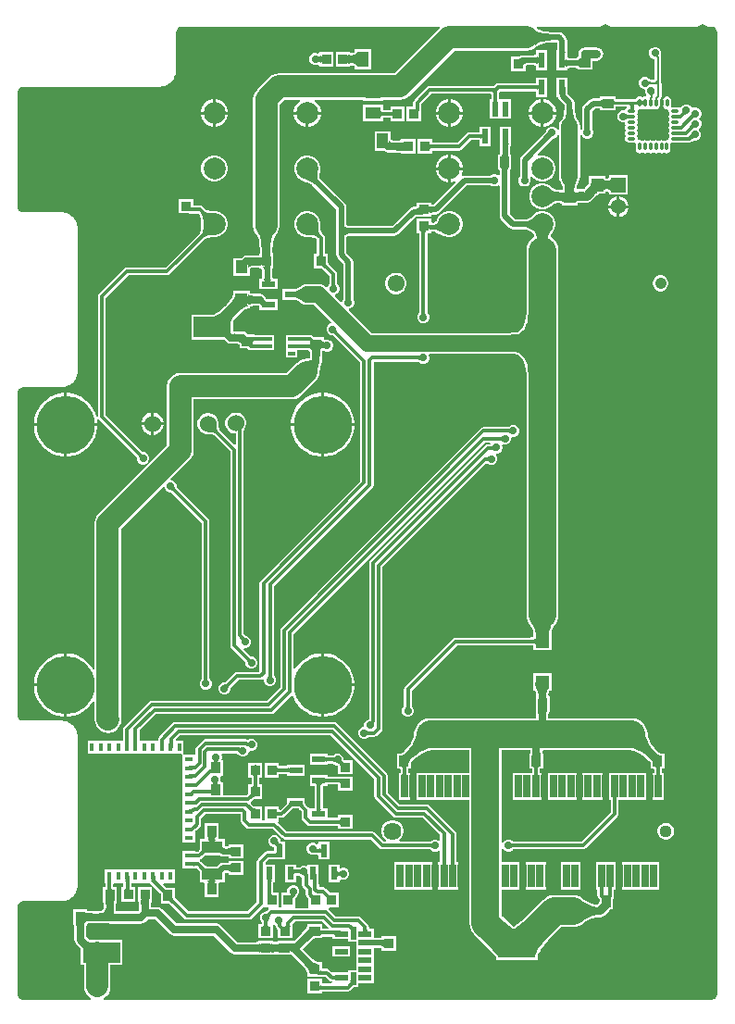
<source format=gtl>
G04*
G04 #@! TF.GenerationSoftware,Altium Limited,Altium Designer,21.8.1 (53)*
G04*
G04 Layer_Physical_Order=1*
G04 Layer_Color=255*
%FSLAX24Y24*%
%MOIN*%
G70*
G04*
G04 #@! TF.SameCoordinates,22B1FE7D-4BBE-461E-9046-B7CE90722CBB*
G04*
G04*
G04 #@! TF.FilePolarity,Positive*
G04*
G01*
G75*
%ADD10C,0.0079*%
%ADD11C,0.0098*%
%ADD12C,0.0118*%
%ADD17R,0.0472X0.1063*%
%ADD18R,0.0591X0.0748*%
%ADD19R,0.0250X0.0830*%
%ADD20R,0.0960X0.1320*%
%ADD21R,0.0394X0.0335*%
%ADD22R,0.0492X0.0236*%
%ADD23R,0.0441X0.0488*%
%ADD24R,0.0335X0.0394*%
%ADD25R,0.1320X0.0750*%
%ADD26R,0.0236X0.0492*%
%ADD27R,0.0157X0.0315*%
%ADD28R,0.0315X0.0157*%
%ADD29R,0.0571X0.0571*%
%ADD30R,0.0276X0.0276*%
%ADD31R,0.0374X0.0354*%
%ADD32R,0.0354X0.0374*%
%ADD33R,0.0433X0.0571*%
%ADD34R,0.0571X0.0433*%
%ADD35R,0.0236X0.0551*%
%ADD36R,0.0512X0.0472*%
%ADD37R,0.1063X0.1063*%
%ADD38O,0.0315X0.0110*%
%ADD39O,0.0110X0.0315*%
%ADD40R,0.0748X0.0433*%
%ADD41R,0.0433X0.0669*%
%ADD42R,0.0256X0.0138*%
%ADD43R,0.0217X0.0451*%
%ADD44R,0.0451X0.0217*%
%ADD84R,0.0236X0.0236*%
%ADD85R,0.1024X0.0551*%
%ADD86C,0.0197*%
%ADD87C,0.0138*%
%ADD88C,0.0787*%
%ADD89C,0.0276*%
%ADD90C,0.0315*%
%ADD91C,0.0591*%
%ADD92C,0.0984*%
%ADD93C,0.0394*%
%ADD94R,0.0539X0.0539*%
%ADD95C,0.0539*%
%ADD96C,0.0610*%
%ADD97C,0.0413*%
%ADD98C,0.0787*%
%ADD99C,0.0640*%
%ADD100C,0.0440*%
%ADD101O,0.0386X0.0772*%
%ADD102O,0.0425X0.0850*%
%ADD103C,0.2087*%
%ADD104C,0.0600*%
%ADD105C,0.1969*%
%ADD106C,0.0276*%
G36*
X18860Y35090D02*
X18913Y35059D01*
X18976Y35031D01*
X19049Y35007D01*
X19131Y34987D01*
X19224Y34970D01*
X19438Y34948D01*
X19560Y34943D01*
X19693Y34941D01*
Y34744D01*
X19560Y34742D01*
X19224Y34715D01*
X19131Y34698D01*
X19049Y34678D01*
X18976Y34654D01*
X18913Y34626D01*
X18860Y34595D01*
X18818Y34560D01*
Y35125D01*
X18860Y35090D01*
D02*
G37*
G36*
X19907Y34454D02*
X19915Y34312D01*
X19918Y34302D01*
X19921Y34296D01*
X19925Y34294D01*
X19691D01*
X19694Y34296D01*
X19698Y34302D01*
X19700Y34312D01*
X19703Y34326D01*
X19705Y34343D01*
X19709Y34420D01*
X19709Y34491D01*
X19906D01*
X19907Y34454D01*
D02*
G37*
G36*
X20434Y34025D02*
X20519Y34029D01*
Y33806D01*
X20513Y33808D01*
X20501Y33811D01*
X20484Y33813D01*
X20434Y33815D01*
Y33751D01*
X20432Y33764D01*
X20426Y33776D01*
X20417Y33786D01*
X20403Y33795D01*
X20385Y33802D01*
X20363Y33808D01*
X20338Y33813D01*
X20308Y33816D01*
X20278Y33818D01*
X20192Y33819D01*
Y34016D01*
X20332Y34021D01*
X20338Y34022D01*
X20363Y34027D01*
X20385Y34033D01*
X20403Y34040D01*
X20417Y34049D01*
X20426Y34059D01*
X20432Y34071D01*
X20434Y34083D01*
Y34025D01*
D02*
G37*
G36*
X19927Y34095D02*
X19933Y34079D01*
X19943Y34064D01*
X19956Y34051D01*
X19974Y34040D01*
X19996Y34032D01*
X20021Y34025D01*
X20051Y34020D01*
X20084Y34017D01*
X20122Y34016D01*
Y33819D01*
X20084Y33818D01*
X20021Y33812D01*
X19996Y33807D01*
X19974Y33800D01*
X19956Y33792D01*
X19943Y33783D01*
X19933Y33772D01*
X19927Y33759D01*
X19925Y33745D01*
Y34114D01*
X19927Y34095D01*
D02*
G37*
G36*
X25216Y35232D02*
X25253Y35225D01*
X25288Y35210D01*
X25320Y35189D01*
X25347Y35162D01*
X25368Y35131D01*
X25382Y35096D01*
X25390Y35058D01*
Y35039D01*
X25390Y394D01*
Y375D01*
X25382Y337D01*
X25368Y302D01*
X25347Y271D01*
X25320Y244D01*
X25288Y223D01*
X25253Y208D01*
X25216Y201D01*
X25197D01*
X3305Y201D01*
X3295Y251D01*
X3309Y257D01*
X3408Y332D01*
X3484Y431D01*
X3531Y546D01*
X3547Y669D01*
Y1260D01*
Y1436D01*
X3956D01*
Y2343D01*
X3102D01*
X3071Y2348D01*
X3040Y2343D01*
X2791D01*
X2681Y2453D01*
Y2833D01*
X2685Y2889D01*
X2707D01*
Y2932D01*
X2712Y2934D01*
X2736Y2938D01*
X2822Y2944D01*
X3467D01*
X3543Y2929D01*
X4632D01*
X4716Y2946D01*
X4788Y2993D01*
X4885Y3090D01*
X5155D01*
X5685Y2560D01*
X5757Y2513D01*
X5841Y2496D01*
X7263D01*
X7868Y1891D01*
X7940Y1843D01*
X8024Y1826D01*
X8833D01*
X8845Y1826D01*
X8868Y1825D01*
Y1811D01*
X8946D01*
X8948Y1811D01*
X8950Y1811D01*
X9318D01*
X9320Y1811D01*
X9321Y1811D01*
X9400D01*
Y1819D01*
X9508Y1826D01*
X9541D01*
X9554Y1826D01*
X9577Y1825D01*
Y1811D01*
X9655D01*
X9657Y1811D01*
X9658Y1811D01*
X10027D01*
X10028Y1811D01*
X10030Y1811D01*
X10068D01*
X10080Y1793D01*
X10517Y1356D01*
X10533Y1337D01*
X10559Y1304D01*
X10582Y1271D01*
X10600Y1239D01*
X10615Y1209D01*
X10626Y1181D01*
X10633Y1154D01*
X10638Y1128D01*
X10640Y1099D01*
X10640Y1098D01*
Y1024D01*
X10716D01*
X10718Y1023D01*
X10719Y1024D01*
X10723D01*
X10724Y1023D01*
X10725Y1024D01*
X11020D01*
X11033Y1021D01*
X11288D01*
X11419Y890D01*
X11464Y859D01*
X11518Y849D01*
X11523Y841D01*
X11508Y776D01*
X11505Y774D01*
X11184D01*
X11177Y775D01*
X11171Y775D01*
Y945D01*
X10640D01*
Y433D01*
X11171D01*
Y491D01*
X11177Y492D01*
X11184Y493D01*
X12088D01*
X12142Y504D01*
X12188Y534D01*
X12255Y602D01*
X12276Y621D01*
X12293Y634D01*
X12303Y642D01*
X12470D01*
Y797D01*
X13019D01*
Y1112D01*
Y1427D01*
Y1742D01*
Y2060D01*
X13094Y2063D01*
X13244D01*
X13260Y2062D01*
X13283Y2058D01*
X13300Y2054D01*
X13311Y2049D01*
X13316Y2046D01*
Y1959D01*
X13847D01*
Y2470D01*
X13397D01*
X13395Y2471D01*
X13394Y2470D01*
X13316D01*
Y2430D01*
X13314Y2430D01*
X13251Y2425D01*
X13019D01*
Y2746D01*
X12857D01*
X12856Y2751D01*
X12856Y2759D01*
Y2805D01*
X12845Y2859D01*
X12815Y2904D01*
X12568Y3151D01*
X12523Y3181D01*
X12469Y3192D01*
X11673D01*
X11409Y3456D01*
X11409Y3456D01*
X11424Y3506D01*
X11772D01*
Y4037D01*
X11509D01*
X11507Y4038D01*
X11505Y4037D01*
X11467D01*
X11456Y4045D01*
X11424Y4072D01*
X11300Y4196D01*
X11255Y4226D01*
X11201Y4237D01*
X11054D01*
Y4345D01*
X11044Y4396D01*
Y4677D01*
X11041Y4691D01*
Y5061D01*
X10648D01*
Y5035D01*
X10598Y5001D01*
X10553Y5020D01*
X10467D01*
X10387Y4987D01*
X10362Y4962D01*
X10357Y4959D01*
X10352Y4954D01*
X10350Y4952D01*
X10347Y4951D01*
X10344Y4949D01*
X10340Y4948D01*
X10335Y4946D01*
X10328Y4945D01*
X10322Y4944D01*
X10231D01*
X10224Y4944D01*
X10218Y4945D01*
Y5061D01*
X9825D01*
Y4411D01*
X10218D01*
Y4661D01*
X10224Y4662D01*
X10231Y4663D01*
X10322D01*
X10328Y4662D01*
X10335Y4660D01*
X10340Y4659D01*
X10344Y4657D01*
X10347Y4655D01*
X10350Y4654D01*
X10352Y4652D01*
X10357Y4648D01*
X10362Y4644D01*
X10387Y4620D01*
X10448Y4594D01*
Y4309D01*
X10459Y4255D01*
X10489Y4210D01*
X10576Y4123D01*
Y3986D01*
X10587Y3932D01*
X10617Y3887D01*
X10669Y3835D01*
X10669Y3506D01*
X10623Y3497D01*
X10243D01*
X10197Y3506D01*
X10197Y3547D01*
Y3839D01*
X10227Y3868D01*
X10257Y3914D01*
X10258Y3916D01*
X10311Y3969D01*
X10344Y4049D01*
Y4135D01*
X10311Y4215D01*
X10250Y4276D01*
X10170Y4309D01*
X10084D01*
X10005Y4276D01*
X9944Y4215D01*
X9911Y4135D01*
Y4049D01*
X9903Y4037D01*
X9685D01*
X9685Y3529D01*
X9646Y3506D01*
X9606Y3529D01*
Y4037D01*
X9412D01*
X9411Y4043D01*
X9410Y4050D01*
Y4399D01*
X9411Y4406D01*
X9412Y4411D01*
X9467D01*
Y4490D01*
X9467Y4491D01*
X9467Y4493D01*
Y5061D01*
X9146D01*
X9125Y5111D01*
X9249Y5235D01*
X9596D01*
X9611Y5238D01*
X9843D01*
Y5888D01*
X9671D01*
X9666Y5891D01*
X9665Y5894D01*
Y5949D01*
X9632Y6028D01*
X9571Y6089D01*
X9492Y6122D01*
X9406D01*
X9326Y6089D01*
X9265Y6028D01*
X9232Y5949D01*
Y5862D01*
X9265Y5783D01*
X9326Y5722D01*
X9406Y5689D01*
X9425D01*
X9426Y5689D01*
X9428Y5688D01*
X9429Y5688D01*
X9431Y5687D01*
X9435Y5685D01*
X9444Y5673D01*
X9449Y5666D01*
Y5541D01*
X9445Y5539D01*
X9431Y5537D01*
X9421Y5536D01*
X9187D01*
X9129Y5525D01*
X9081Y5492D01*
X8850Y5262D01*
X8818Y5213D01*
X8806Y5155D01*
Y3704D01*
X8481Y3379D01*
X6352D01*
X5906Y3824D01*
X5884Y3849D01*
X5868Y3869D01*
X5856Y3885D01*
Y4213D01*
X5641D01*
X5639Y4213D01*
X5637Y4213D01*
X5588D01*
X5572Y4224D01*
X5533Y4257D01*
X5436Y4353D01*
X5455Y4400D01*
X5551Y4400D01*
X5601Y4400D01*
X5866D01*
Y4872D01*
X5551Y4872D01*
X5501Y4872D01*
X5236D01*
Y4872D01*
X5186Y4872D01*
X4656D01*
X4606Y4872D01*
X4556Y4872D01*
X4291D01*
Y4872D01*
X4241Y4872D01*
X3661D01*
Y4872D01*
X3611Y4872D01*
X3346D01*
Y4481D01*
X3346Y4480D01*
X3346Y4478D01*
Y4475D01*
X3346Y4474D01*
X3346Y4473D01*
Y4400D01*
X3363D01*
X3363Y4396D01*
Y4250D01*
X3363Y4243D01*
X3362Y4238D01*
X3278D01*
Y3770D01*
X3278Y3769D01*
X3278Y3768D01*
X3278Y3767D01*
X3278Y3765D01*
Y3687D01*
X3300D01*
X3307Y3579D01*
Y3533D01*
X3301Y3499D01*
X3291Y3469D01*
X3279Y3447D01*
X3264Y3428D01*
X3246Y3414D01*
X3223Y3401D01*
X3194Y3392D01*
X3160Y3385D01*
X2812D01*
X2768Y3388D01*
X2737Y3391D01*
X2712Y3396D01*
X2707Y3397D01*
Y3440D01*
X2628D01*
X2627Y3441D01*
X2625Y3440D01*
X2215D01*
Y2976D01*
X2214Y2975D01*
X2215Y2975D01*
Y2971D01*
X2214Y2969D01*
X2215Y2967D01*
Y2889D01*
X2232D01*
X2240Y2778D01*
Y2362D01*
X2257Y2277D01*
X2305Y2206D01*
X2479Y2031D01*
Y1436D01*
X2594D01*
Y1260D01*
Y669D01*
X2611Y546D01*
X2658Y431D01*
X2734Y332D01*
X2833Y257D01*
X2847Y251D01*
X2837Y201D01*
X375D01*
X337Y208D01*
X302Y223D01*
X271Y244D01*
X244Y271D01*
X223Y302D01*
X208Y337D01*
X201Y375D01*
Y3562D01*
X208Y3600D01*
X223Y3635D01*
X244Y3666D01*
X271Y3693D01*
X302Y3714D01*
X337Y3729D01*
X375Y3736D01*
X1772D01*
X1777Y3737D01*
X1781Y3737D01*
X1820Y3738D01*
X1835Y3742D01*
X1849D01*
X1925Y3757D01*
X1943Y3765D01*
X1963Y3769D01*
X2034Y3798D01*
X2050Y3809D01*
X2069Y3817D01*
X2133Y3859D01*
X2147Y3873D01*
X2163Y3884D01*
X2218Y3939D01*
X2229Y3955D01*
X2243Y3969D01*
X2286Y4034D01*
X2293Y4052D01*
X2304Y4068D01*
X2334Y4140D01*
X2338Y4159D01*
X2345Y4177D01*
X2360Y4253D01*
Y4268D01*
X2364Y4282D01*
X2366Y4321D01*
X2365Y4326D01*
X2366Y4331D01*
Y9647D01*
X2365Y9652D01*
X2366Y9657D01*
X2364Y9694D01*
X2360Y9709D01*
Y9723D01*
X2345Y9799D01*
X2338Y9817D01*
X2334Y9837D01*
X2304Y9908D01*
X2293Y9924D01*
X2286Y9943D01*
X2243Y10007D01*
X2229Y10021D01*
X2218Y10037D01*
X2163Y10092D01*
X2147Y10103D01*
X2133Y10117D01*
X2069Y10160D01*
X2050Y10167D01*
X2034Y10178D01*
X1963Y10208D01*
X1943Y10212D01*
X1925Y10219D01*
X1849Y10234D01*
X1835D01*
X1820Y10238D01*
X1781Y10240D01*
X1777Y10239D01*
X1772Y10240D01*
X375Y10240D01*
X337Y10247D01*
X302Y10262D01*
X271Y10283D01*
X244Y10310D01*
X223Y10342D01*
X208Y10377D01*
X201Y10414D01*
Y10433D01*
X201Y22047D01*
Y22066D01*
X208Y22104D01*
X223Y22139D01*
X244Y22170D01*
X271Y22197D01*
X302Y22218D01*
X337Y22233D01*
X375Y22240D01*
X1772D01*
X1777Y22241D01*
X1781Y22240D01*
X1820Y22242D01*
X1835Y22246D01*
X1849D01*
X1925Y22261D01*
X1943Y22269D01*
X1963Y22272D01*
X2034Y22302D01*
X2050Y22313D01*
X2069Y22321D01*
X2133Y22363D01*
X2147Y22377D01*
X2163Y22388D01*
X2218Y22443D01*
X2229Y22459D01*
X2243Y22473D01*
X2286Y22538D01*
X2293Y22556D01*
X2304Y22572D01*
X2334Y22644D01*
X2338Y22663D01*
X2345Y22681D01*
X2360Y22757D01*
Y22772D01*
X2364Y22786D01*
X2366Y22825D01*
X2365Y22830D01*
X2366Y22835D01*
X2366Y27953D01*
X2365Y27958D01*
X2366Y27963D01*
X2364Y28001D01*
X2360Y28016D01*
Y28031D01*
X2345Y28106D01*
X2338Y28124D01*
X2334Y28144D01*
X2304Y28215D01*
X2293Y28232D01*
X2286Y28250D01*
X2243Y28314D01*
X2229Y28328D01*
X2218Y28344D01*
X2163Y28399D01*
X2147Y28410D01*
X2133Y28424D01*
X2069Y28467D01*
X2050Y28474D01*
X2034Y28485D01*
X1963Y28515D01*
X1943Y28519D01*
X1925Y28526D01*
X1849Y28541D01*
X1835D01*
X1820Y28545D01*
X1781Y28547D01*
X1777Y28546D01*
X1772Y28547D01*
X375Y28547D01*
X337Y28555D01*
X302Y28569D01*
X271Y28590D01*
X244Y28617D01*
X223Y28649D01*
X208Y28684D01*
X201Y28721D01*
Y28740D01*
X201Y32874D01*
Y32893D01*
X208Y32930D01*
X223Y32965D01*
X244Y32997D01*
X271Y33024D01*
X302Y33045D01*
X337Y33060D01*
X375Y33067D01*
X394D01*
X5315Y33067D01*
X5320Y33068D01*
X5325Y33067D01*
X5363Y33069D01*
X5378Y33073D01*
X5393D01*
X5468Y33088D01*
X5487Y33095D01*
X5506Y33099D01*
X5577Y33129D01*
X5594Y33140D01*
X5612Y33147D01*
X5676Y33190D01*
X5690Y33204D01*
X5707Y33215D01*
X5761Y33270D01*
X5772Y33286D01*
X5786Y33300D01*
X5829Y33364D01*
X5837Y33383D01*
X5848Y33399D01*
X5877Y33470D01*
X5881Y33490D01*
X5889Y33508D01*
X5904Y33584D01*
Y33599D01*
X5907Y33613D01*
X5909Y33652D01*
X5908Y33657D01*
X5909Y33661D01*
Y35058D01*
X5917Y35096D01*
X5931Y35131D01*
X5952Y35162D01*
X5979Y35189D01*
X6011Y35210D01*
X6046Y35225D01*
X6083Y35232D01*
X6102D01*
X15385Y35232D01*
X15402Y35185D01*
X15394Y35179D01*
X13762Y33547D01*
X9615D01*
X9491Y33531D01*
X9377Y33484D01*
X9278Y33408D01*
X8817Y32947D01*
X8741Y32848D01*
X8693Y32733D01*
X8677Y32610D01*
Y28051D01*
X8693Y27928D01*
X8741Y27813D01*
X8817Y27714D01*
X8823Y27710D01*
X8834Y27695D01*
X8852Y27660D01*
X8870Y27611D01*
X8887Y27547D01*
X8901Y27472D01*
X8930Y27086D01*
X8911Y27037D01*
X8898D01*
Y27001D01*
X8897Y27001D01*
X8781Y26992D01*
X8441D01*
X8356Y26976D01*
X8285Y26928D01*
X8255Y26898D01*
X7969D01*
Y26252D01*
X8567D01*
Y26489D01*
X8569Y26504D01*
X8570Y26509D01*
X8573Y26514D01*
X8580Y26520D01*
X8592Y26528D01*
X8612Y26536D01*
X8639Y26543D01*
X8674Y26549D01*
X8699Y26551D01*
X8809D01*
X8870Y26546D01*
X8895Y26543D01*
X8898Y26542D01*
Y26506D01*
X8976D01*
X8978Y26506D01*
X9008Y26469D01*
X9011Y26450D01*
X9012Y26434D01*
Y26235D01*
X9011Y26219D01*
X9007Y26196D01*
X9002Y26179D01*
X8998Y26168D01*
X8995Y26163D01*
X8907D01*
Y25770D01*
X9557D01*
Y26163D01*
X9391D01*
X9388Y26168D01*
X9383Y26179D01*
X9379Y26196D01*
X9375Y26219D01*
X9374Y26235D01*
Y26456D01*
X9375Y26483D01*
X9377Y26505D01*
X9377Y26506D01*
X9409D01*
Y26584D01*
X9410Y26586D01*
X9409Y26587D01*
Y26956D01*
X9410Y26957D01*
X9410Y26959D01*
X9410Y26960D01*
X9409Y26961D01*
Y27037D01*
X9383D01*
X9376Y27125D01*
X9377Y27162D01*
X9394Y27381D01*
X9406Y27470D01*
X9420Y27547D01*
X9437Y27611D01*
X9455Y27660D01*
X9473Y27695D01*
X9484Y27710D01*
X9490Y27714D01*
X9566Y27813D01*
X9614Y27928D01*
X9630Y28051D01*
Y32412D01*
X9812Y32594D01*
X10367D01*
X10381Y32544D01*
X10327Y32513D01*
X10235Y32421D01*
X10170Y32309D01*
X10136Y32183D01*
Y32168D01*
X10630D01*
X11124D01*
Y32183D01*
X11090Y32309D01*
X11025Y32421D01*
X10933Y32513D01*
X10879Y32544D01*
X10892Y32594D01*
X12628D01*
Y32539D01*
X13356D01*
Y32594D01*
X13960D01*
X14083Y32611D01*
X14198Y32658D01*
X14297Y32734D01*
X15929Y34366D01*
X18543D01*
X18667Y34382D01*
X18782Y34430D01*
X18880Y34506D01*
X18884Y34511D01*
X18907Y34529D01*
X18950Y34555D01*
X19005Y34579D01*
X19071Y34601D01*
X19148Y34620D01*
X19234Y34635D01*
X19563Y34662D01*
X19618D01*
X19627Y34652D01*
Y34399D01*
X19626Y34374D01*
X19611D01*
Y34296D01*
X19611Y34294D01*
X19611Y34292D01*
Y33665D01*
X19923D01*
X19925Y33665D01*
X19927Y33665D01*
X20005D01*
Y33726D01*
X20015Y33729D01*
X20033Y33733D01*
X20075Y33737D01*
X20293D01*
X20301Y33736D01*
X20326Y33733D01*
X20345Y33730D01*
X20354Y33727D01*
Y33671D01*
X20433D01*
X20434Y33671D01*
X20436Y33671D01*
X20906D01*
Y33998D01*
X21047D01*
X21139Y34017D01*
X21218Y34069D01*
X21270Y34147D01*
X21288Y34239D01*
X21270Y34332D01*
X21218Y34410D01*
X21139Y34462D01*
X21047Y34480D01*
X20630D01*
X20538Y34462D01*
X20460Y34410D01*
X20407Y34332D01*
X20389Y34239D01*
Y34163D01*
X20354D01*
Y34107D01*
X20345Y34105D01*
X20327Y34101D01*
X20326Y34101D01*
X20239Y34098D01*
X20077D01*
X20061Y34099D01*
X20038Y34103D01*
X20021Y34108D01*
X20010Y34112D01*
X20005Y34115D01*
X20005Y34122D01*
Y34292D01*
X20005Y34294D01*
X20005Y34296D01*
Y34374D01*
X19992D01*
X19989Y34428D01*
Y34727D01*
X19975Y34796D01*
X19936Y34855D01*
X19820Y34970D01*
X19762Y35009D01*
X19693Y35023D01*
X19560D01*
X19444Y35028D01*
X19235Y35050D01*
X19148Y35066D01*
X19071Y35084D01*
X19005Y35106D01*
X18950Y35130D01*
X18907Y35156D01*
X18884Y35174D01*
X18880Y35179D01*
X18873Y35185D01*
X18889Y35232D01*
X25197Y35232D01*
X25216D01*
D02*
G37*
G36*
X9405Y27739D02*
X9381Y27693D01*
X9360Y27635D01*
X9342Y27565D01*
X9327Y27483D01*
X9314Y27389D01*
X9297Y27166D01*
X9296Y27122D01*
X9305Y27002D01*
X9310Y26982D01*
X9316Y26968D01*
X9322Y26960D01*
X9330Y26957D01*
X9293D01*
X9291Y26895D01*
X9016D01*
X9015Y26957D01*
X8978D01*
X8985Y26960D01*
X8991Y26968D01*
X8997Y26982D01*
X9002Y27002D01*
X9006Y27026D01*
X9010Y27057D01*
X9011Y27080D01*
X8981Y27483D01*
X8965Y27565D01*
X8947Y27635D01*
X8926Y27693D01*
X8902Y27739D01*
X8875Y27773D01*
X9432D01*
X9405Y27739D01*
D02*
G37*
G36*
X8978Y26586D02*
X8975Y26595D01*
X8967Y26603D01*
X8953Y26610D01*
X8933Y26617D01*
X8909Y26622D01*
X8878Y26626D01*
X8801Y26632D01*
X8737Y26633D01*
X8710Y26632D01*
X8663Y26628D01*
X8622Y26621D01*
X8586Y26612D01*
X8556Y26599D01*
X8531Y26584D01*
X8512Y26566D01*
X8498Y26546D01*
X8490Y26522D01*
X8487Y26496D01*
Y26818D01*
X8490Y26835D01*
X8498Y26851D01*
X8512Y26864D01*
X8531Y26876D01*
X8556Y26887D01*
X8586Y26895D01*
X8622Y26901D01*
X8663Y26906D01*
X8702Y26907D01*
Y26909D01*
X8754Y26910D01*
X8909Y26921D01*
X8933Y26927D01*
X8953Y26933D01*
X8967Y26940D01*
X8975Y26948D01*
X8978Y26957D01*
Y26586D01*
D02*
G37*
G36*
X9330D02*
X9322Y26584D01*
X9316Y26578D01*
X9310Y26568D01*
X9305Y26554D01*
X9301Y26537D01*
X9297Y26515D01*
X9295Y26489D01*
X9292Y26426D01*
X9291Y26389D01*
X9094D01*
X9094Y26427D01*
X9091Y26460D01*
X9086Y26490D01*
X9079Y26516D01*
X9070Y26537D01*
X9059Y26555D01*
X9046Y26569D01*
X9032Y26579D01*
X9015Y26585D01*
X8996Y26587D01*
X9330Y26586D01*
D02*
G37*
G36*
X9292Y26243D02*
X9295Y26209D01*
X9300Y26179D01*
X9307Y26154D01*
X9316Y26132D01*
X9327Y26114D01*
X9340Y26100D01*
X9354Y26090D01*
X9371Y26084D01*
X9390Y26082D01*
X8996D01*
X9015Y26084D01*
X9032Y26090D01*
X9046Y26100D01*
X9059Y26114D01*
X9070Y26132D01*
X9079Y26154D01*
X9086Y26179D01*
X9091Y26209D01*
X9094Y26243D01*
X9094Y26280D01*
X9291D01*
X9292Y26243D01*
D02*
G37*
G36*
X9554Y5881D02*
X9563Y5873D01*
X9586Y5892D01*
X9586Y5884D01*
X9587Y5875D01*
X9589Y5867D01*
X9592Y5858D01*
X9596Y5848D01*
X9601Y5840D01*
X9616Y5827D01*
X9633Y5816D01*
X9648Y5808D01*
X9661Y5803D01*
X9672Y5801D01*
X9682Y5802D01*
X9689Y5807D01*
X9530Y5648D01*
X9534Y5655D01*
X9536Y5664D01*
X9534Y5675D01*
X9529Y5688D01*
X9521Y5703D01*
X9509Y5720D01*
X9494Y5739D01*
X9490Y5745D01*
X9488Y5746D01*
X9478Y5752D01*
X9470Y5758D01*
X9461Y5762D01*
X9453Y5765D01*
X9445Y5767D01*
X9438Y5768D01*
X9455Y5783D01*
X9431Y5808D01*
X9529Y5905D01*
X9554Y5881D01*
D02*
G37*
G36*
X9529Y5318D02*
X9527Y5318D01*
X9523Y5318D01*
X9391Y5317D01*
Y5455D01*
X9417Y5455D01*
X9441Y5457D01*
X9462Y5461D01*
X9480Y5466D01*
X9495Y5472D01*
X9508Y5479D01*
X9517Y5488D01*
X9524Y5499D01*
X9528Y5510D01*
X9530Y5524D01*
X9529Y5318D01*
D02*
G37*
G36*
X10411Y4707D02*
X10404Y4714D01*
X10395Y4720D01*
X10386Y4726D01*
X10376Y4731D01*
X10366Y4735D01*
X10355Y4738D01*
X10343Y4741D01*
X10330Y4743D01*
X10317Y4744D01*
X10303Y4744D01*
Y4862D01*
X10317Y4863D01*
X10330Y4864D01*
X10343Y4866D01*
X10355Y4868D01*
X10366Y4872D01*
X10376Y4876D01*
X10386Y4881D01*
X10395Y4886D01*
X10404Y4893D01*
X10411Y4900D01*
Y4707D01*
D02*
G37*
G36*
X10140Y4910D02*
X10143Y4900D01*
X10149Y4891D01*
X10157Y4883D01*
X10168Y4877D01*
X10181Y4872D01*
X10196Y4868D01*
X10214Y4865D01*
X10234Y4863D01*
X10257Y4862D01*
Y4744D01*
X10234Y4744D01*
X10214Y4742D01*
X10196Y4739D01*
X10181Y4735D01*
X10168Y4729D01*
X10157Y4723D01*
X10149Y4715D01*
X10143Y4706D01*
X10140Y4696D01*
X10139Y4685D01*
Y4921D01*
X10140Y4910D01*
D02*
G37*
G36*
X4976Y4391D02*
X4982Y4382D01*
X5314Y4050D01*
X5336Y4026D01*
X5352Y4006D01*
X5364Y3989D01*
Y3940D01*
X5364Y3938D01*
X5364Y3936D01*
Y3661D01*
X5633D01*
X5648Y3651D01*
X5687Y3618D01*
X6183Y3122D01*
X6232Y3089D01*
X6289Y3078D01*
X8543D01*
X8601Y3089D01*
X8650Y3122D01*
X9044Y3517D01*
X9094Y3506D01*
Y3506D01*
X9226D01*
X9242Y3456D01*
X9241Y3456D01*
X9167Y3382D01*
X9162Y3378D01*
X9157Y3375D01*
X9152Y3372D01*
X9148Y3370D01*
X9144Y3369D01*
X9141Y3368D01*
X9139Y3368D01*
X9132Y3368D01*
X9126Y3366D01*
X9091D01*
X9011Y3333D01*
X8950Y3272D01*
X8917Y3193D01*
Y3107D01*
X8950Y3027D01*
X8975Y3002D01*
X8978Y2997D01*
X8983Y2992D01*
X8985Y2990D01*
X8986Y2987D01*
X8988Y2984D01*
X8989Y2979D01*
X8991Y2974D01*
X8992Y2968D01*
X8993Y2962D01*
Y2926D01*
X8993Y2919D01*
X8992Y2913D01*
X8868D01*
Y2402D01*
X9400D01*
Y2875D01*
X9450Y2896D01*
X9478Y2868D01*
X9490Y2863D01*
Y2860D01*
X9501Y2806D01*
X9531Y2760D01*
X9577Y2715D01*
Y2402D01*
X10108D01*
Y2832D01*
X10109Y2833D01*
X10108Y2835D01*
Y2913D01*
X10108Y2913D01*
X10108D01*
X10136Y2951D01*
X10204Y3019D01*
X11170D01*
X11390Y2799D01*
X11370Y2749D01*
X11194D01*
X11186Y2749D01*
X11181Y2750D01*
Y2904D01*
X10712D01*
X10711Y2904D01*
X10709Y2904D01*
X10630D01*
Y2833D01*
X10630Y2830D01*
X10626Y2822D01*
X10616Y2804D01*
X10600Y2781D01*
X10439Y2599D01*
X10158Y2319D01*
X10108Y2323D01*
Y2323D01*
X10032D01*
X10030Y2323D01*
X10029Y2323D01*
X10028Y2323D01*
X10027Y2323D01*
X9658D01*
X9657Y2323D01*
X9655Y2323D01*
X9577D01*
Y2280D01*
X9571Y2278D01*
X9548Y2274D01*
X9480Y2269D01*
X9461Y2270D01*
X9430Y2274D01*
X9405Y2278D01*
X9400Y2280D01*
Y2323D01*
X9321D01*
X9320Y2323D01*
X9318Y2323D01*
X8950D01*
X8948Y2323D01*
X8946Y2323D01*
X8868D01*
Y2280D01*
X8862Y2278D01*
X8839Y2274D01*
X8752Y2268D01*
X8115D01*
X7511Y2873D01*
X7439Y2921D01*
X7355Y2937D01*
X5933D01*
X5403Y3467D01*
X5331Y3515D01*
X5247Y3532D01*
X5014D01*
Y3655D01*
X5018Y3711D01*
X5039D01*
Y3789D01*
X5040Y3791D01*
X5039Y3792D01*
Y3796D01*
X5039Y3797D01*
X5039Y3797D01*
Y4242D01*
X4528D01*
Y3792D01*
X4527Y3791D01*
X4528Y3789D01*
Y3711D01*
X4564D01*
X4564Y3710D01*
X4573Y3594D01*
Y3402D01*
X4540Y3370D01*
X3749D01*
Y3624D01*
X3752Y3687D01*
X3770D01*
Y3765D01*
X3770Y3767D01*
X3770Y3768D01*
Y4238D01*
X3646D01*
X3645Y4243D01*
X3644Y4250D01*
Y4357D01*
X3661Y4400D01*
X4012D01*
X4013Y4390D01*
Y4255D01*
X4012Y4247D01*
X4012Y4242D01*
X3937D01*
Y3711D01*
X4449D01*
Y4242D01*
X4296D01*
X4295Y4247D01*
X4294Y4255D01*
Y4400D01*
X4606Y4400D01*
X4656Y4400D01*
X4967D01*
X4976Y4391D01*
D02*
G37*
G36*
X10961Y4491D02*
X10963Y4373D01*
X10844D01*
X10844Y4396D01*
X10842Y4416D01*
X10839Y4434D01*
X10835Y4449D01*
X10830Y4462D01*
X10823Y4473D01*
X10816Y4482D01*
X10807Y4488D01*
X10797Y4491D01*
X10785Y4493D01*
X10961Y4491D01*
D02*
G37*
G36*
X9376Y4490D02*
X9366Y4487D01*
X9357Y4481D01*
X9350Y4472D01*
X9343Y4462D01*
X9338Y4449D01*
X9334Y4433D01*
X9331Y4416D01*
X9329Y4396D01*
X9329Y4373D01*
X9211D01*
X9210Y4396D01*
X9208Y4416D01*
X9205Y4433D01*
X9201Y4449D01*
X9196Y4462D01*
X9190Y4472D01*
X9182Y4481D01*
X9174Y4487D01*
X9164Y4490D01*
X9153Y4491D01*
X9387D01*
X9376Y4490D01*
D02*
G37*
G36*
X4213Y4361D02*
X4094D01*
X4094Y4384D01*
X4091Y4422D01*
X4088Y4437D01*
X4085Y4450D01*
X4081Y4461D01*
X4076Y4469D01*
X4070Y4475D01*
X4064Y4478D01*
X4056Y4480D01*
X4211D01*
X4213Y4361D01*
D02*
G37*
G36*
X3578Y4478D02*
X3575Y4475D01*
X3572Y4469D01*
X3570Y4461D01*
X3568Y4450D01*
X3566Y4437D01*
X3564Y4404D01*
X3563Y4361D01*
X3445D01*
X3445Y4384D01*
X3440Y4450D01*
X3438Y4461D01*
X3436Y4469D01*
X3433Y4475D01*
X3430Y4478D01*
X3426Y4480D01*
X3581D01*
X3578Y4478D01*
D02*
G37*
G36*
X5147Y4605D02*
X5143Y4593D01*
X5142Y4579D01*
X5146Y4563D01*
X5154Y4544D01*
X5166Y4524D01*
X5182Y4501D01*
X5202Y4476D01*
X5254Y4420D01*
X5146Y4333D01*
X5001Y4480D01*
X5155Y4615D01*
X5147Y4605D01*
D02*
G37*
G36*
X4213Y4258D02*
X4215Y4237D01*
X4218Y4219D01*
X4222Y4204D01*
X4227Y4191D01*
X4234Y4180D01*
X4242Y4172D01*
X4250Y4166D01*
X4260Y4162D01*
X4272Y4161D01*
X4035D01*
X4047Y4162D01*
X4057Y4166D01*
X4066Y4172D01*
X4073Y4180D01*
X4080Y4191D01*
X4085Y4204D01*
X4089Y4219D01*
X4092Y4237D01*
X4094Y4258D01*
X4094Y4280D01*
X4213D01*
X4213Y4258D01*
D02*
G37*
G36*
X3564Y4253D02*
X3565Y4233D01*
X3568Y4215D01*
X3572Y4200D01*
X3578Y4187D01*
X3584Y4176D01*
X3592Y4167D01*
X3601Y4162D01*
X3611Y4158D01*
X3622Y4157D01*
X3386D01*
X3397Y4158D01*
X3407Y4162D01*
X3416Y4167D01*
X3424Y4176D01*
X3430Y4187D01*
X3435Y4200D01*
X3440Y4215D01*
X3443Y4233D01*
X3444Y4253D01*
X3445Y4276D01*
X3563D01*
X3564Y4253D01*
D02*
G37*
G36*
X9329Y4053D02*
X9331Y4033D01*
X9334Y4015D01*
X9338Y3999D01*
X9344Y3986D01*
X9350Y3975D01*
X9358Y3967D01*
X9367Y3961D01*
X9377Y3957D01*
X9388Y3956D01*
X9174Y3957D01*
X9181Y3959D01*
X9187Y3962D01*
X9193Y3968D01*
X9198Y3976D01*
X9202Y3987D01*
X9205Y4000D01*
X9207Y4015D01*
X9209Y4033D01*
X9211Y4076D01*
X9329D01*
X9329Y4053D01*
D02*
G37*
G36*
X5472Y4203D02*
X5523Y4160D01*
X5545Y4144D01*
X5566Y4133D01*
X5584Y4125D01*
X5601Y4121D01*
X5616D01*
X5628Y4125D01*
X5639Y4133D01*
X5444Y3938D01*
X5452Y3948D01*
X5456Y3961D01*
Y3976D01*
X5452Y3992D01*
X5444Y4011D01*
X5432Y4031D01*
X5417Y4054D01*
X5397Y4078D01*
X5347Y4133D01*
X5444Y4230D01*
X5472Y4203D01*
D02*
G37*
G36*
X10202Y3976D02*
X10098Y3855D01*
X9994Y3918D01*
X10004Y3929D01*
X10012Y3939D01*
X10019Y3948D01*
X10025Y3958D01*
X10028Y3966D01*
X10030Y3975D01*
X10031Y3983D01*
X10029Y3990D01*
X10027Y3997D01*
X10022Y4003D01*
X10202Y3976D01*
D02*
G37*
G36*
X11364Y4018D02*
X11407Y3981D01*
X11427Y3967D01*
X11444Y3957D01*
X11460Y3951D01*
X11474Y3947D01*
X11487D01*
X11498Y3951D01*
X11507Y3957D01*
X11340Y3790D01*
X11346Y3800D01*
X11350Y3810D01*
Y3823D01*
X11346Y3837D01*
X11340Y3853D01*
X11330Y3871D01*
X11316Y3890D01*
X11300Y3911D01*
X11256Y3957D01*
X11340Y4041D01*
X11364Y4018D01*
D02*
G37*
G36*
X5767Y3926D02*
X5764Y3913D01*
X5764Y3898D01*
X5768Y3882D01*
X5776Y3863D01*
X5788Y3843D01*
X5803Y3821D01*
X5823Y3796D01*
X5874Y3741D01*
X5776Y3644D01*
X5748Y3671D01*
X5697Y3714D01*
X5675Y3730D01*
X5654Y3742D01*
X5636Y3750D01*
X5619Y3754D01*
X5605Y3754D01*
X5592Y3750D01*
X5581Y3743D01*
X5775Y3936D01*
X5767Y3926D01*
D02*
G37*
G36*
X4954Y3788D02*
X4949Y3780D01*
X4945Y3766D01*
X4941Y3746D01*
X4938Y3722D01*
X4934Y3656D01*
X4931Y3515D01*
X4656D01*
X4655Y3567D01*
X4644Y3722D01*
X4638Y3746D01*
X4632Y3766D01*
X4625Y3780D01*
X4617Y3788D01*
X4608Y3791D01*
X4959D01*
X4954Y3788D01*
D02*
G37*
G36*
X3686Y3764D02*
X3681Y3756D01*
X3678Y3742D01*
X3675Y3723D01*
X3672Y3698D01*
X3667Y3590D01*
X3666Y3491D01*
X3419D01*
X3528Y3165D01*
X3115Y3302D01*
X3167Y3305D01*
X3214Y3314D01*
X3255Y3327D01*
X3291Y3347D01*
X3321Y3371D01*
X3346Y3402D01*
X3365Y3438D01*
X3379Y3479D01*
X3387Y3526D01*
X3389Y3556D01*
X3379Y3723D01*
X3374Y3742D01*
X3370Y3756D01*
X3364Y3764D01*
X3358Y3767D01*
X3690D01*
X3686Y3764D01*
D02*
G37*
G36*
X9322Y3254D02*
X9312Y3244D01*
X9304Y3234D01*
X9296Y3224D01*
X9290Y3213D01*
X9284Y3203D01*
X9279Y3193D01*
X9276Y3182D01*
X9273Y3172D01*
X9272Y3161D01*
X9272Y3151D01*
X9135Y3287D01*
X9146Y3288D01*
X9156Y3289D01*
X9167Y3292D01*
X9177Y3295D01*
X9187Y3300D01*
X9198Y3305D01*
X9208Y3312D01*
X9218Y3320D01*
X9228Y3328D01*
X9239Y3338D01*
X9322Y3254D01*
D02*
G37*
G36*
X9691Y2947D02*
X9691Y2944D01*
X9690Y2940D01*
X9689Y2879D01*
X9689Y2863D01*
X9571Y2860D01*
X9571Y2871D01*
X9569Y2903D01*
X9568Y2908D01*
X9567Y2912D01*
X9565Y2916D01*
X9564Y2918D01*
X9562Y2919D01*
X9691Y2948D01*
X9691Y2947D01*
D02*
G37*
G36*
X9988Y2922D02*
X9992Y2887D01*
X9994Y2873D01*
X9998Y2861D01*
X10003Y2851D01*
X10008Y2843D01*
X10014Y2838D01*
X10021Y2835D01*
X10028Y2833D01*
X9820D01*
X9829Y2835D01*
X9838Y2838D01*
X9845Y2843D01*
X9852Y2851D01*
X9857Y2861D01*
X9862Y2873D01*
X9865Y2887D01*
X9868Y2903D01*
X9869Y2922D01*
X9870Y2943D01*
X9988D01*
X9988Y2922D01*
D02*
G37*
G36*
X9223Y3044D02*
X9217Y3035D01*
X9211Y3026D01*
X9206Y3016D01*
X9202Y3006D01*
X9199Y2994D01*
X9196Y2983D01*
X9194Y2970D01*
X9193Y2957D01*
X9193Y2947D01*
X9194Y2929D01*
X9195Y2909D01*
X9198Y2891D01*
X9202Y2876D01*
X9208Y2863D01*
X9214Y2852D01*
X9222Y2844D01*
X9231Y2838D01*
X9241Y2835D01*
X9252Y2833D01*
X9016D01*
X9027Y2835D01*
X9037Y2838D01*
X9046Y2844D01*
X9054Y2852D01*
X9060Y2863D01*
X9065Y2876D01*
X9069Y2891D01*
X9072Y2909D01*
X9074Y2929D01*
X9075Y2947D01*
X9074Y2957D01*
X9073Y2970D01*
X9071Y2983D01*
X9069Y2994D01*
X9065Y3006D01*
X9061Y3016D01*
X9056Y3026D01*
X9051Y3035D01*
X9045Y3044D01*
X9037Y3051D01*
X9230D01*
X9223Y3044D01*
D02*
G37*
G36*
X2630Y3349D02*
X2638Y3340D01*
X2652Y3331D01*
X2671Y3323D01*
X2696Y3317D01*
X2726Y3312D01*
X2762Y3308D01*
X2850Y3303D01*
X2902Y3302D01*
Y3027D01*
X2850Y3026D01*
X2726Y3018D01*
X2696Y3012D01*
X2671Y3006D01*
X2652Y2999D01*
X2638Y2990D01*
X2630Y2980D01*
X2627Y2969D01*
X2621Y2966D01*
X2617Y2958D01*
X2612Y2944D01*
X2609Y2925D01*
X2606Y2900D01*
X2601Y2834D01*
X2598Y2693D01*
X2323D01*
X2323Y2746D01*
X2309Y2944D01*
X2305Y2958D01*
X2300Y2966D01*
X2295Y2969D01*
X2627D01*
Y3360D01*
X2630Y3349D01*
D02*
G37*
G36*
X12775Y2762D02*
X12777Y2741D01*
X12780Y2723D01*
X12784Y2708D01*
X12789Y2695D01*
X12796Y2684D01*
X12803Y2676D01*
X12812Y2670D01*
X12822Y2666D01*
X12833Y2665D01*
X12597D01*
X12608Y2666D01*
X12619Y2670D01*
X12627Y2676D01*
X12635Y2684D01*
X12642Y2695D01*
X12647Y2708D01*
X12651Y2723D01*
X12654Y2741D01*
X12656Y2762D01*
X12656Y2784D01*
X12774D01*
X12775Y2762D01*
D02*
G37*
G36*
X11033Y2493D02*
X11012Y2508D01*
X10987Y2516D01*
X10957Y2516D01*
X10924Y2508D01*
X10887Y2493D01*
X10847Y2469D01*
X10802Y2438D01*
X10753Y2398D01*
X10643Y2296D01*
X10418Y2461D01*
X10473Y2517D01*
X10663Y2732D01*
X10684Y2761D01*
X10698Y2787D01*
X10707Y2807D01*
X10710Y2824D01*
X11033Y2493D01*
D02*
G37*
G36*
X11101Y2715D02*
X11105Y2705D01*
X11111Y2696D01*
X11119Y2689D01*
X11130Y2682D01*
X11143Y2677D01*
X11159Y2673D01*
X11176Y2670D01*
X11197Y2668D01*
X11219Y2667D01*
Y2549D01*
X11197Y2549D01*
X11177Y2547D01*
X11159Y2544D01*
X11144Y2540D01*
X11131Y2535D01*
X11120Y2528D01*
X11112Y2521D01*
X11106Y2512D01*
X11102Y2502D01*
X11101Y2491D01*
X11100Y2726D01*
X11101Y2715D01*
D02*
G37*
G36*
X11627Y2666D02*
X11629Y2490D01*
X11627Y2501D01*
X11624Y2511D01*
X11618Y2520D01*
X11609Y2528D01*
X11599Y2534D01*
X11585Y2540D01*
X11570Y2544D01*
X11552Y2547D01*
X11532Y2549D01*
X11509Y2549D01*
Y2667D01*
X11627Y2666D01*
D02*
G37*
G36*
X11542Y2467D02*
X11547Y2466D01*
Y2372D01*
X12096D01*
Y2294D01*
X12411D01*
Y2057D01*
Y1742D01*
Y1250D01*
X12096D01*
Y1171D01*
X11629D01*
X11627Y1172D01*
X11625Y1171D01*
X11547D01*
X11547Y1171D01*
Y1171D01*
X11509Y1197D01*
X11445Y1261D01*
X11400Y1291D01*
X11346Y1302D01*
X11184D01*
X11177Y1303D01*
X11171Y1303D01*
Y1450D01*
X11171Y1451D01*
X11171Y1452D01*
X11172Y1453D01*
X11171Y1455D01*
Y1535D01*
X11097D01*
X11096Y1536D01*
X11067Y1537D01*
X11041Y1542D01*
X11014Y1549D01*
X10985Y1560D01*
X10955Y1575D01*
X10924Y1593D01*
X10892Y1615D01*
X10834Y1663D01*
X10481Y2017D01*
X10753Y2289D01*
X10805Y2338D01*
X10850Y2373D01*
X10890Y2401D01*
X10907Y2411D01*
X11100D01*
X11102Y2411D01*
X11103Y2411D01*
X11181D01*
Y2466D01*
X11187Y2467D01*
X11194Y2468D01*
X11535D01*
X11542Y2467D01*
D02*
G37*
G36*
X9657Y1891D02*
X9654Y1894D01*
X9646Y1898D01*
X9632Y1900D01*
X9613Y1903D01*
X9557Y1906D01*
X9513Y1907D01*
X9322Y1894D01*
X9320Y1891D01*
Y2243D01*
X9322Y2232D01*
X9331Y2222D01*
X9344Y2213D01*
X9364Y2206D01*
X9389Y2200D01*
X9419Y2194D01*
X9455Y2190D01*
X9480Y2189D01*
X9557Y2194D01*
X9588Y2200D01*
X9613Y2206D01*
X9632Y2213D01*
X9646Y2222D01*
X9654Y2232D01*
X9657Y2243D01*
Y1891D01*
D02*
G37*
G36*
X12942Y2350D02*
X12947Y2348D01*
X12957Y2347D01*
X12989Y2345D01*
X13136Y2343D01*
Y2146D01*
X12940Y2137D01*
Y2351D01*
X12942Y2350D01*
D02*
G37*
G36*
X2755Y2262D02*
X2560Y2067D01*
X2364Y2264D01*
X2559Y2458D01*
X2755Y2262D01*
D02*
G37*
G36*
X13397Y2047D02*
X13395Y2066D01*
X13389Y2083D01*
X13379Y2097D01*
X13365Y2110D01*
X13347Y2121D01*
X13325Y2130D01*
X13300Y2137D01*
X13270Y2142D01*
X13236Y2145D01*
X13199Y2146D01*
Y2343D01*
X13236Y2343D01*
X13325Y2350D01*
X13346Y2355D01*
X13364Y2360D01*
X13378Y2366D01*
X13388Y2373D01*
X13394Y2381D01*
X13396Y2391D01*
X13397Y2047D01*
D02*
G37*
G36*
X10030Y2238D02*
X10036Y2233D01*
X10046Y2229D01*
X10060Y2225D01*
X10079Y2222D01*
X10101Y2220D01*
X10157Y2217D01*
X10229Y2216D01*
Y1940D01*
X10191Y1939D01*
X10101Y1932D01*
X10079Y1928D01*
X10060Y1922D01*
X10046Y1916D01*
X10036Y1909D01*
X10030Y1900D01*
X10028Y1891D01*
Y2243D01*
X10030Y2238D01*
D02*
G37*
G36*
X8948Y1891D02*
X8945Y1894D01*
X8937Y1898D01*
X8923Y1900D01*
X8904Y1903D01*
X8849Y1906D01*
X8672Y1909D01*
Y2185D01*
X8725Y2186D01*
X8849Y2194D01*
X8879Y2200D01*
X8904Y2206D01*
X8923Y2213D01*
X8937Y2222D01*
X8945Y2232D01*
X8948Y2243D01*
Y1891D01*
D02*
G37*
G36*
X10768Y1613D02*
X10844Y1551D01*
X10881Y1526D01*
X10917Y1504D01*
X10953Y1487D01*
X10989Y1473D01*
X11023Y1463D01*
X11058Y1457D01*
X11091Y1455D01*
X10720Y1104D01*
X10718Y1137D01*
X10712Y1171D01*
X10702Y1206D01*
X10689Y1242D01*
X10671Y1277D01*
X10650Y1314D01*
X10624Y1351D01*
X10595Y1389D01*
X10562Y1427D01*
X10525Y1465D01*
X10730Y1650D01*
X10768Y1613D01*
D02*
G37*
G36*
X11091Y1268D02*
X11095Y1258D01*
X11101Y1249D01*
X11109Y1242D01*
X11120Y1235D01*
X11133Y1230D01*
X11149Y1226D01*
X11167Y1223D01*
X11187Y1221D01*
X11209Y1220D01*
Y1102D01*
X11091Y1104D01*
X11090Y1280D01*
X11091Y1268D01*
D02*
G37*
G36*
X11629Y880D02*
X11627Y890D01*
X11624Y898D01*
X11619Y906D01*
X11611Y912D01*
X11601Y918D01*
X11589Y922D01*
X11574Y926D01*
X11558Y928D01*
X11539Y930D01*
X11518Y930D01*
Y1048D01*
X11539Y1049D01*
X11574Y1052D01*
X11588Y1055D01*
X11600Y1059D01*
X11610Y1064D01*
X11618Y1069D01*
X11623Y1076D01*
X11626Y1083D01*
X11627Y1091D01*
X11629Y880D01*
D02*
G37*
G36*
X12343Y723D02*
X12334Y729D01*
X12324Y732D01*
X12311Y732D01*
X12297Y729D01*
X12281Y722D01*
X12264Y712D01*
X12244Y698D01*
X12223Y682D01*
X12176Y638D01*
X12093Y721D01*
X12116Y746D01*
X12153Y789D01*
X12167Y809D01*
X12177Y826D01*
X12184Y842D01*
X12187Y856D01*
X12187Y869D01*
X12184Y879D01*
X12178Y889D01*
X12343Y723D01*
D02*
G37*
G36*
X11091Y740D02*
X11095Y730D01*
X11101Y721D01*
X11109Y714D01*
X11120Y707D01*
X11133Y702D01*
X11149Y698D01*
X11166Y695D01*
X11187Y693D01*
X11209Y692D01*
Y574D01*
X11187Y574D01*
X11166Y572D01*
X11149Y569D01*
X11133Y565D01*
X11120Y560D01*
X11109Y553D01*
X11101Y545D01*
X11095Y537D01*
X11091Y527D01*
X11090Y515D01*
Y752D01*
X11091Y740D01*
D02*
G37*
%LPC*%
G36*
X12933Y34419D02*
X12343D01*
Y34327D01*
X12342Y34322D01*
X12340Y34317D01*
X12337Y34313D01*
X12331Y34307D01*
X12318Y34299D01*
X12298Y34291D01*
X12271Y34284D01*
X12236Y34278D01*
X12231Y34278D01*
X12193Y34280D01*
X12168Y34284D01*
X12165Y34285D01*
Y34321D01*
X12087D01*
X12085Y34321D01*
X12084Y34321D01*
X11654D01*
Y33789D01*
X12084D01*
X12085Y33789D01*
X12087Y33789D01*
X12165D01*
Y33826D01*
X12166Y33826D01*
X12241Y33831D01*
X12271Y33826D01*
X12298Y33819D01*
X12318Y33811D01*
X12331Y33803D01*
X12337Y33797D01*
X12340Y33793D01*
X12342Y33788D01*
X12343Y33783D01*
Y33691D01*
X12933D01*
Y34419D01*
D02*
G37*
G36*
X11143Y34321D02*
X11141Y34321D01*
X11063D01*
Y34284D01*
X11013Y34253D01*
X10968Y34272D01*
X10882D01*
X10803Y34239D01*
X10742Y34178D01*
X10709Y34098D01*
Y34012D01*
X10742Y33932D01*
X10803Y33872D01*
X10882Y33839D01*
X10968D01*
X11013Y33857D01*
X11063Y33826D01*
Y33789D01*
X11141D01*
X11143Y33789D01*
X11145Y33789D01*
X11575D01*
Y34321D01*
X11145D01*
X11143Y34321D01*
D02*
G37*
G36*
X19257Y34374D02*
X18863D01*
Y34217D01*
X18858Y34215D01*
X18847Y34210D01*
X18830Y34206D01*
X18807Y34202D01*
X18791Y34200D01*
X18358D01*
X18289Y34187D01*
X18254Y34163D01*
X17980D01*
Y33632D01*
X18492D01*
Y33822D01*
X18497Y33825D01*
X18508Y33829D01*
X18525Y33834D01*
X18548Y33838D01*
X18564Y33839D01*
X18791D01*
X18807Y33838D01*
X18830Y33834D01*
X18847Y33829D01*
X18858Y33825D01*
X18863Y33822D01*
Y33665D01*
X19257D01*
Y34374D01*
D02*
G37*
G36*
X23207Y34500D02*
X23121D01*
X23041Y34467D01*
X22980Y34406D01*
X22947Y34326D01*
Y34240D01*
X22980Y34161D01*
X23041Y34100D01*
X23121Y34067D01*
X23134D01*
Y33319D01*
X22990D01*
X22988Y33319D01*
X22984Y33321D01*
X22979Y33322D01*
X22973Y33325D01*
X22967Y33328D01*
X22961Y33332D01*
X22954Y33337D01*
X22946Y33344D01*
X22937Y33353D01*
X22931Y33357D01*
X22905Y33382D01*
X22826Y33415D01*
X22739D01*
X22660Y33382D01*
X22599Y33321D01*
X22566Y33242D01*
Y33156D01*
X22599Y33076D01*
X22660Y33015D01*
X22739Y32982D01*
X22778D01*
X22790Y32964D01*
Y32878D01*
X22823Y32799D01*
X22849Y32773D01*
X22848Y32760D01*
X22795Y32719D01*
X22743Y32709D01*
X22738Y32705D01*
X22697Y32680D01*
X22656Y32705D01*
X22651Y32709D01*
X22599Y32719D01*
X22546Y32709D01*
X22502Y32679D01*
X22472Y32635D01*
X22468Y32611D01*
X22466Y32611D01*
X21732D01*
Y32707D01*
X21263D01*
X21261Y32707D01*
X21259Y32707D01*
X21181D01*
Y32651D01*
X21172Y32648D01*
X21154Y32645D01*
X21113Y32641D01*
X20925D01*
X20856Y32628D01*
X20797Y32588D01*
X20581Y32372D01*
X20542Y32313D01*
X20528Y32244D01*
Y31543D01*
X20525Y31540D01*
X20506Y31494D01*
X20456Y31504D01*
Y31649D01*
X20443Y31747D01*
X20405Y31838D01*
X20358Y31900D01*
X20358Y31901D01*
X20339Y31924D01*
X20325Y31951D01*
X20310Y31987D01*
X20297Y32032D01*
X20285Y32086D01*
X20276Y32147D01*
X20259Y32376D01*
Y32480D01*
X20246Y32549D01*
X20206Y32608D01*
X20008Y32806D01*
Y33016D01*
X20005Y33033D01*
Y33390D01*
X19611D01*
Y32681D01*
X19657D01*
X19661Y32662D01*
X19700Y32604D01*
X19898Y32405D01*
Y32404D01*
X19895Y32298D01*
X19882Y32148D01*
X19872Y32086D01*
X19860Y32032D01*
X19847Y31987D01*
X19833Y31951D01*
X19818Y31924D01*
X19800Y31901D01*
X19800Y31900D01*
X19752Y31838D01*
X19714Y31747D01*
X19701Y31649D01*
Y31504D01*
X19651Y31494D01*
X19632Y31540D01*
X19571Y31601D01*
X19492Y31634D01*
X19406D01*
X19326Y31601D01*
X19265Y31540D01*
X19232Y31460D01*
Y31456D01*
X18337Y30561D01*
X18298Y30502D01*
X18284Y30433D01*
Y29811D01*
X18281Y29808D01*
X18248Y29728D01*
Y29642D01*
X18281Y29562D01*
X18342Y29501D01*
X18421Y29469D01*
X18508D01*
X18587Y29501D01*
X18648Y29562D01*
X18681Y29642D01*
Y29728D01*
X18650Y29804D01*
X18651Y29822D01*
X18654Y29836D01*
X18707Y29844D01*
X18716Y29828D01*
X18804Y29740D01*
X18912Y29678D01*
X19032Y29646D01*
X19157D01*
X19277Y29678D01*
X19385Y29740D01*
X19473Y29828D01*
X19535Y29936D01*
X19567Y30056D01*
Y30180D01*
X19535Y30300D01*
X19473Y30408D01*
X19385Y30496D01*
X19277Y30558D01*
X19157Y30591D01*
X19032D01*
X18962Y30572D01*
X18903Y30607D01*
X18902Y30615D01*
X19488Y31201D01*
X19492D01*
X19571Y31234D01*
X19632Y31295D01*
X19651Y31341D01*
X19701Y31331D01*
Y29802D01*
X19714Y29704D01*
X19752Y29613D01*
X19780Y29576D01*
X19782Y29572D01*
X19792Y29556D01*
X19800Y29539D01*
X19809Y29513D01*
X19817Y29480D01*
X19823Y29441D01*
X19827Y29396D01*
X19793Y29359D01*
X19636D01*
X19625Y29360D01*
X19595Y29365D01*
X19567Y29372D01*
X19541Y29380D01*
X19516Y29391D01*
X19493Y29403D01*
X19472Y29417D01*
X19452Y29432D01*
X19430Y29452D01*
X19425Y29456D01*
X19385Y29496D01*
X19277Y29558D01*
X19157Y29591D01*
X19032D01*
X18912Y29558D01*
X18804Y29496D01*
X18716Y29408D01*
X18654Y29300D01*
X18622Y29180D01*
Y29056D01*
X18654Y28936D01*
X18716Y28828D01*
X18804Y28740D01*
X18912Y28678D01*
X19032Y28646D01*
X19157D01*
X19277Y28678D01*
X19385Y28740D01*
X19425Y28780D01*
X19430Y28784D01*
X19452Y28804D01*
X19472Y28820D01*
X19493Y28833D01*
X19516Y28846D01*
X19541Y28856D01*
X19567Y28864D01*
X19595Y28871D01*
X19625Y28876D01*
X19636Y28877D01*
X19663D01*
X19676Y28877D01*
X19719Y28873D01*
X19754Y28867D01*
X19782Y28861D01*
X19800Y28854D01*
X19803Y28852D01*
Y28789D01*
X19881D01*
X19883Y28789D01*
X19885Y28789D01*
X20273D01*
X20274Y28789D01*
X20276Y28789D01*
X20354D01*
Y28860D01*
X20361Y28865D01*
X20379Y28872D01*
X20405Y28879D01*
X20439Y28885D01*
X20508Y28891D01*
X20691D01*
X20783Y28909D01*
X20861Y28961D01*
X21004Y29104D01*
X21071Y29162D01*
X21100Y29185D01*
X21123Y29200D01*
X21131Y29205D01*
X21144D01*
X21144Y29205D01*
X21145Y29205D01*
X21148D01*
X21150Y29204D01*
X21152Y29205D01*
X21281D01*
X21282Y29204D01*
X21284Y29205D01*
X21362D01*
Y29277D01*
X21363Y29279D01*
X21367Y29282D01*
X21380Y29288D01*
X21402Y29295D01*
X21416Y29298D01*
X21439Y29292D01*
X21459Y29285D01*
X21472Y29277D01*
X21478Y29272D01*
X21480Y29269D01*
X21481Y29265D01*
X21483Y29252D01*
Y29180D01*
X21561D01*
X21563Y29179D01*
X21564Y29180D01*
X22179D01*
Y29876D01*
X21564D01*
X21563Y29876D01*
X21561Y29876D01*
X21483D01*
Y29803D01*
X21481Y29790D01*
X21480Y29787D01*
X21478Y29783D01*
X21472Y29778D01*
X21459Y29771D01*
X21439Y29763D01*
X21416Y29757D01*
X21402Y29760D01*
X21380Y29767D01*
X21367Y29773D01*
X21363Y29776D01*
X21362Y29778D01*
Y29850D01*
X21284D01*
X21282Y29851D01*
X21281Y29850D01*
X20764D01*
Y29593D01*
X20763Y29591D01*
X20764Y29589D01*
Y29586D01*
X20764Y29585D01*
X20764Y29585D01*
Y29571D01*
X20759Y29564D01*
X20745Y29543D01*
X20636Y29418D01*
X20591Y29372D01*
X20364D01*
X20331Y29410D01*
X20334Y29439D01*
X20341Y29480D01*
X20349Y29513D01*
X20357Y29539D01*
X20365Y29556D01*
X20375Y29572D01*
X20377Y29576D01*
X20405Y29613D01*
X20443Y29704D01*
X20456Y29802D01*
Y31331D01*
X20506Y31341D01*
X20525Y31295D01*
X20586Y31234D01*
X20666Y31201D01*
X20752D01*
X20831Y31234D01*
X20892Y31295D01*
X20925Y31374D01*
Y31460D01*
X20892Y31540D01*
X20889Y31543D01*
Y32169D01*
X21000Y32280D01*
X21120D01*
X21128Y32279D01*
X21153Y32277D01*
X21172Y32273D01*
X21181Y32271D01*
Y32215D01*
X21259D01*
X21261Y32214D01*
X21263Y32215D01*
X21732D01*
Y32350D01*
X22117D01*
X22132Y32300D01*
X22104Y32281D01*
X22075Y32237D01*
X22071Y32216D01*
X22051Y32205D01*
X21965D01*
X21885Y32172D01*
X21824Y32111D01*
X21791Y32032D01*
Y31945D01*
X21824Y31866D01*
X21885Y31805D01*
X21965Y31772D01*
X22051D01*
X22070Y31762D01*
X22075Y31739D01*
X22078Y31734D01*
X22104Y31691D01*
X22075Y31647D01*
X22064Y31594D01*
X22075Y31542D01*
X22104Y31498D01*
X22079Y31456D01*
X22075Y31450D01*
X22064Y31398D01*
X22075Y31345D01*
X22104Y31301D01*
X22078Y31258D01*
X22075Y31253D01*
X22064Y31201D01*
X22075Y31148D01*
X22104Y31104D01*
X22149Y31075D01*
X22201Y31064D01*
X22406D01*
X22423Y31068D01*
X22465Y31025D01*
X22462Y31008D01*
Y30803D01*
X22472Y30751D01*
X22502Y30707D01*
X22546Y30677D01*
X22599Y30667D01*
X22651Y30677D01*
X22656Y30681D01*
X22697Y30706D01*
X22738Y30681D01*
X22743Y30677D01*
X22795Y30667D01*
X22848Y30677D01*
X22853Y30681D01*
X22894Y30705D01*
X22935Y30681D01*
X22940Y30677D01*
X22992Y30667D01*
X23044Y30677D01*
X23050Y30681D01*
X23091Y30706D01*
X23131Y30681D01*
X23137Y30677D01*
X23189Y30667D01*
X23241Y30677D01*
X23247Y30681D01*
X23287Y30705D01*
X23328Y30681D01*
X23334Y30677D01*
X23386Y30667D01*
X23438Y30677D01*
X23441Y30679D01*
X23483Y30706D01*
X23524Y30679D01*
X23527Y30677D01*
X23580Y30667D01*
X23632Y30677D01*
X23676Y30707D01*
X23706Y30751D01*
X23716Y30803D01*
Y31008D01*
X23712Y31026D01*
X23755Y31068D01*
X23776Y31064D01*
X23858D01*
X23878Y31060D01*
X24414D01*
X24468Y31071D01*
X24514Y31101D01*
X24528Y31116D01*
X24533Y31119D01*
X24537Y31121D01*
X24539Y31123D01*
X24540Y31123D01*
X24549Y31119D01*
X24635D01*
X24715Y31152D01*
X24775Y31213D01*
X24808Y31293D01*
Y31379D01*
X24775Y31458D01*
X24736Y31498D01*
X24730Y31543D01*
X24740Y31559D01*
X24790Y31610D01*
X24823Y31689D01*
Y31775D01*
X24790Y31855D01*
X24735Y31909D01*
X24790Y31964D01*
X24823Y32044D01*
Y32130D01*
X24790Y32209D01*
X24729Y32270D01*
X24649Y32303D01*
X24563D01*
X24488Y32272D01*
X24460Y32340D01*
X24400Y32401D01*
X24320Y32434D01*
X24234D01*
X24154Y32401D01*
X24093Y32340D01*
X24086Y32322D01*
X24038Y32307D01*
X24033Y32311D01*
X23981Y32321D01*
X23776D01*
X23758Y32318D01*
X23716Y32360D01*
X23719Y32378D01*
Y32583D01*
X23709Y32635D01*
X23679Y32679D01*
X23635Y32709D01*
X23583Y32719D01*
X23530Y32709D01*
X23486Y32679D01*
X23457Y32635D01*
X23446Y32583D01*
Y32378D01*
X23457Y32326D01*
X23486Y32281D01*
X23530Y32252D01*
X23583Y32241D01*
X23600Y32245D01*
X23643Y32202D01*
X23639Y32185D01*
X23650Y32133D01*
X23679Y32088D01*
X23653Y32046D01*
X23650Y32040D01*
X23639Y31988D01*
X23650Y31936D01*
X23679Y31892D01*
X23654Y31850D01*
X23650Y31843D01*
X23639Y31791D01*
X23650Y31739D01*
X23653Y31734D01*
X23679Y31691D01*
X23650Y31647D01*
X23639Y31594D01*
X23650Y31542D01*
X23679Y31498D01*
X23654Y31456D01*
X23650Y31450D01*
X23639Y31398D01*
X23650Y31345D01*
X23679Y31301D01*
X23653Y31258D01*
X23650Y31253D01*
X23639Y31201D01*
X23643Y31182D01*
X23600Y31140D01*
X23580Y31144D01*
X23527Y31134D01*
X23524Y31132D01*
X23483Y31105D01*
X23441Y31132D01*
X23438Y31134D01*
X23386Y31144D01*
X23334Y31134D01*
X23328Y31130D01*
X23287Y31106D01*
X23247Y31130D01*
X23241Y31134D01*
X23189Y31144D01*
X23137Y31134D01*
X23131Y31130D01*
X23091Y31106D01*
X23050Y31130D01*
X23044Y31134D01*
X22992Y31144D01*
X22940Y31134D01*
X22935Y31130D01*
X22894Y31106D01*
X22853Y31130D01*
X22848Y31134D01*
X22795Y31144D01*
X22743Y31134D01*
X22738Y31130D01*
X22697Y31106D01*
X22656Y31130D01*
X22651Y31134D01*
X22599Y31144D01*
X22581Y31141D01*
X22539Y31183D01*
X22542Y31201D01*
X22532Y31253D01*
X22502Y31297D01*
X22528Y31340D01*
X22532Y31345D01*
X22542Y31398D01*
X22532Y31450D01*
X22502Y31494D01*
X22528Y31536D01*
X22532Y31542D01*
X22542Y31594D01*
X22532Y31647D01*
X22528Y31652D01*
X22502Y31695D01*
X22532Y31739D01*
X22542Y31791D01*
X22532Y31843D01*
X22502Y31888D01*
X22528Y31930D01*
X22532Y31936D01*
X22542Y31988D01*
X22532Y32040D01*
X22502Y32085D01*
X22528Y32127D01*
X22532Y32133D01*
X22542Y32185D01*
X22539Y32202D01*
X22581Y32245D01*
X22599Y32241D01*
X22651Y32252D01*
X22656Y32255D01*
X22697Y32280D01*
X22738Y32255D01*
X22743Y32252D01*
X22795Y32241D01*
X22848Y32252D01*
X22853Y32255D01*
X22894Y32280D01*
X22935Y32255D01*
X22940Y32252D01*
X22992Y32241D01*
X23044Y32252D01*
X23089Y32281D01*
X23092D01*
X23137Y32252D01*
X23189Y32241D01*
X23241Y32252D01*
X23285Y32281D01*
X23315Y32326D01*
X23325Y32378D01*
Y32473D01*
X23333Y32511D01*
X23333Y32511D01*
Y32605D01*
X23347Y32619D01*
X23347Y32619D01*
X23373Y32658D01*
X23383Y32704D01*
X23383Y32704D01*
Y33191D01*
X23375Y33229D01*
Y34139D01*
X23375Y34139D01*
X23366Y34185D01*
X23361Y34193D01*
X23380Y34240D01*
Y34326D01*
X23347Y34406D01*
X23286Y34467D01*
X23207Y34500D01*
D02*
G37*
G36*
X19257Y33390D02*
X18863D01*
Y33181D01*
X18858Y33180D01*
X18850Y33179D01*
X17497D01*
X17444Y33169D01*
X17398Y33138D01*
X17398Y33138D01*
X17384Y33124D01*
X17375Y33117D01*
X17363Y33109D01*
X17351Y33102D01*
X17337Y33096D01*
X17324Y33092D01*
X17309Y33088D01*
X17293Y33085D01*
X17282Y33084D01*
X15030D01*
X14976Y33073D01*
X14930Y33043D01*
X14487Y32599D01*
X14457Y32554D01*
X14446Y32500D01*
Y32365D01*
X14445Y32358D01*
X14445Y32352D01*
X14213D01*
Y31821D01*
X14724D01*
Y32191D01*
X14727Y32205D01*
Y32442D01*
X15088Y32803D01*
X17240D01*
X17247Y32801D01*
X17253Y32800D01*
X17255Y32798D01*
X17256Y32798D01*
X17257Y32797D01*
X17258Y32794D01*
X17260Y32789D01*
X17261Y32781D01*
Y32631D01*
X17260Y32624D01*
X17260Y32618D01*
X17205D01*
Y32540D01*
X17204Y32538D01*
X17205Y32536D01*
Y31909D01*
X17972D01*
Y32618D01*
X17544D01*
X17543Y32624D01*
X17542Y32631D01*
Y32823D01*
X17543Y32835D01*
X17546Y32851D01*
X17550Y32865D01*
X17555Y32879D01*
X17561Y32892D01*
X17564Y32898D01*
X18850D01*
X18858Y32898D01*
X18863Y32897D01*
Y32681D01*
X19257D01*
Y33390D01*
D02*
G37*
G36*
X19159Y32612D02*
X19144D01*
Y32168D01*
X19588D01*
Y32183D01*
X19555Y32309D01*
X19490Y32421D01*
X19398Y32513D01*
X19285Y32578D01*
X19159Y32612D01*
D02*
G37*
G36*
X19044D02*
X19029D01*
X18904Y32578D01*
X18791Y32513D01*
X18699Y32421D01*
X18634Y32309D01*
X18601Y32183D01*
Y32168D01*
X19044D01*
Y32612D01*
D02*
G37*
G36*
X7348D02*
X7333D01*
Y32168D01*
X7777D01*
Y32183D01*
X7744Y32309D01*
X7679Y32421D01*
X7587Y32513D01*
X7474Y32578D01*
X7348Y32612D01*
D02*
G37*
G36*
X7233D02*
X7218D01*
X7093Y32578D01*
X6980Y32513D01*
X6888Y32421D01*
X6823Y32309D01*
X6790Y32183D01*
Y32168D01*
X7233D01*
Y32612D01*
D02*
G37*
G36*
X15813Y32612D02*
X15798D01*
Y32168D01*
X16242D01*
Y32183D01*
X16208Y32309D01*
X16143Y32421D01*
X16051Y32513D01*
X15939Y32578D01*
X15813Y32612D01*
D02*
G37*
G36*
X15698D02*
X15683D01*
X15557Y32578D01*
X15445Y32513D01*
X15353Y32421D01*
X15288Y32309D01*
X15254Y32183D01*
Y32168D01*
X15698D01*
Y32612D01*
D02*
G37*
G36*
X13356Y32421D02*
X12628D01*
Y31831D01*
X13356D01*
Y31945D01*
X13362Y31946D01*
X13369Y31946D01*
X13610D01*
X13617Y31945D01*
X13622Y31945D01*
Y31821D01*
X14134D01*
Y32352D01*
X13622D01*
Y32229D01*
X13617Y32228D01*
X13610Y32227D01*
X13369D01*
X13362Y32228D01*
X13356Y32229D01*
Y32421D01*
D02*
G37*
G36*
X19588Y32068D02*
X19144D01*
Y31624D01*
X19159D01*
X19285Y31658D01*
X19398Y31723D01*
X19490Y31815D01*
X19555Y31928D01*
X19588Y32053D01*
Y32068D01*
D02*
G37*
G36*
X19044D02*
X18601D01*
Y32053D01*
X18634Y31928D01*
X18699Y31815D01*
X18791Y31723D01*
X18904Y31658D01*
X19029Y31624D01*
X19044D01*
Y32068D01*
D02*
G37*
G36*
X7777Y32068D02*
X7333D01*
Y31624D01*
X7348D01*
X7474Y31658D01*
X7587Y31723D01*
X7679Y31815D01*
X7744Y31928D01*
X7777Y32053D01*
Y32068D01*
D02*
G37*
G36*
X7233D02*
X6790D01*
Y32053D01*
X6823Y31928D01*
X6888Y31815D01*
X6980Y31723D01*
X7093Y31658D01*
X7218Y31624D01*
X7233D01*
Y32068D01*
D02*
G37*
G36*
X16242Y32068D02*
X15798D01*
Y31624D01*
X15813D01*
X15939Y31658D01*
X16051Y31723D01*
X16143Y31815D01*
X16208Y31928D01*
X16242Y32053D01*
Y32068D01*
D02*
G37*
G36*
X15698D02*
X15254D01*
Y32053D01*
X15288Y31928D01*
X15353Y31815D01*
X15445Y31723D01*
X15557Y31658D01*
X15683Y31624D01*
X15698D01*
Y32068D01*
D02*
G37*
G36*
X11124Y32068D02*
X10680D01*
Y31624D01*
X10695D01*
X10820Y31658D01*
X10933Y31723D01*
X11025Y31815D01*
X11090Y31928D01*
X11124Y32053D01*
Y32068D01*
D02*
G37*
G36*
X10580D02*
X10136D01*
Y32053D01*
X10170Y31928D01*
X10235Y31815D01*
X10327Y31723D01*
X10439Y31658D01*
X10565Y31624D01*
X10580D01*
Y32068D01*
D02*
G37*
G36*
X17224Y31634D02*
X16831D01*
Y31422D01*
X16825Y31421D01*
X16818Y31420D01*
X16476D01*
X16423Y31409D01*
X16377Y31379D01*
X16044Y31046D01*
X15131D01*
X15124Y31047D01*
X15118Y31048D01*
Y31171D01*
X14606D01*
Y30640D01*
X15118D01*
Y30763D01*
X15124Y30764D01*
X15131Y30765D01*
X16102D01*
X16156Y30776D01*
X16202Y30806D01*
X16535Y31139D01*
X16818D01*
X16825Y31138D01*
X16831Y31137D01*
Y30925D01*
X17224D01*
Y31634D01*
D02*
G37*
G36*
X13642Y31467D02*
X13051D01*
Y30738D01*
X13404D01*
X13459Y30702D01*
X13543Y30685D01*
X13927D01*
X13988Y30680D01*
X14013Y30677D01*
X14016Y30676D01*
Y30640D01*
X14094D01*
X14096Y30639D01*
X14097Y30640D01*
X14528D01*
Y31171D01*
X14097D01*
X14096Y31172D01*
X14094Y31171D01*
X14016D01*
Y31135D01*
X14015Y31135D01*
X13899Y31126D01*
X13773D01*
X13748Y31129D01*
X13713Y31134D01*
X13686Y31142D01*
X13666Y31150D01*
X13654Y31157D01*
X13647Y31163D01*
X13644Y31168D01*
X13642Y31173D01*
X13642Y31178D01*
Y31467D01*
D02*
G37*
G36*
X15813Y30612D02*
X15798D01*
Y30168D01*
X16242D01*
Y30183D01*
X16208Y30309D01*
X16143Y30421D01*
X16051Y30513D01*
X15939Y30578D01*
X15813Y30612D01*
D02*
G37*
G36*
X15698D02*
X15683D01*
X15557Y30578D01*
X15445Y30513D01*
X15353Y30421D01*
X15288Y30309D01*
X15254Y30183D01*
Y30168D01*
X15698D01*
Y30612D01*
D02*
G37*
G36*
X17972Y31634D02*
X17579D01*
Y31277D01*
X17575Y31260D01*
Y30699D01*
X17574Y30685D01*
X17571Y30662D01*
X17566Y30644D01*
X17562Y30632D01*
X17561Y30630D01*
X17490D01*
Y30552D01*
X17490Y30550D01*
X17490Y30548D01*
Y30160D01*
X17490Y30159D01*
X17490Y30157D01*
Y30079D01*
X17546D01*
X17549Y30070D01*
X17552Y30051D01*
X17556Y30010D01*
Y29869D01*
X17506Y29848D01*
X17485Y29869D01*
X17405Y29902D01*
X17319D01*
X17240Y29869D01*
X17237Y29866D01*
X16299D01*
X16230Y29852D01*
X16217Y29843D01*
X16180Y29878D01*
X16208Y29928D01*
X16242Y30053D01*
Y30068D01*
X15798D01*
Y29624D01*
X15813D01*
X15939Y29658D01*
X15956Y29668D01*
X15987Y29628D01*
X15181Y28822D01*
X15174D01*
X15162Y28823D01*
X15138Y28826D01*
X15120Y28830D01*
X15108Y28834D01*
Y28898D01*
X15030D01*
X15028Y28898D01*
X15027Y28898D01*
X14577D01*
Y28757D01*
X14576Y28756D01*
X14565Y28752D01*
X14549Y28748D01*
X14527Y28745D01*
X14513Y28744D01*
X14468D01*
X14399Y28730D01*
X14341Y28691D01*
X13704Y28053D01*
X12116D01*
X12095Y28057D01*
X12077Y28063D01*
X12065Y28070D01*
X12055Y28078D01*
X12047Y28087D01*
X12041Y28100D01*
X12035Y28117D01*
X12031Y28138D01*
Y28738D01*
X12017Y28807D01*
X11978Y28866D01*
X11104Y29740D01*
X11091Y29758D01*
X11080Y29778D01*
X11072Y29800D01*
X11067Y29824D01*
X11064Y29849D01*
X11064Y29877D01*
X11067Y29908D01*
X11073Y29942D01*
X11083Y29980D01*
X11084Y29987D01*
X11102Y30056D01*
Y30180D01*
X11070Y30300D01*
X11008Y30408D01*
X10920Y30496D01*
X10812Y30558D01*
X10692Y30591D01*
X10568D01*
X10448Y30558D01*
X10340Y30496D01*
X10252Y30408D01*
X10190Y30300D01*
X10157Y30180D01*
Y30056D01*
X10190Y29936D01*
X10252Y29828D01*
X10340Y29740D01*
X10448Y29678D01*
X10491Y29666D01*
X10496Y29663D01*
X10594Y29632D01*
X10635Y29617D01*
X10710Y29586D01*
X10740Y29570D01*
X10767Y29555D01*
X10790Y29539D01*
X10805Y29528D01*
X11670Y28663D01*
Y27873D01*
Y27008D01*
X11684Y26939D01*
X11723Y26880D01*
X11930Y26673D01*
Y25412D01*
X11927Y25409D01*
X11894Y25329D01*
Y25319D01*
X11848Y25299D01*
X11623Y25525D01*
X11639Y25580D01*
X11697Y25604D01*
X11758Y25665D01*
X11791Y25744D01*
Y25830D01*
X11758Y25910D01*
X11734Y25935D01*
X11730Y25940D01*
X11726Y25945D01*
X11724Y25947D01*
X11722Y25950D01*
X11721Y25953D01*
X11719Y25958D01*
X11718Y25963D01*
X11716Y25969D01*
X11715Y25975D01*
Y26309D01*
X11705Y26363D01*
X11674Y26408D01*
X11418Y26665D01*
X11399Y26685D01*
X11385Y26702D01*
X11378Y26712D01*
Y27037D01*
X11264D01*
X11263Y27043D01*
X11263Y27050D01*
Y27626D01*
X11252Y27680D01*
X11221Y27725D01*
X11164Y27783D01*
X11161Y27786D01*
X11151Y27802D01*
X11141Y27823D01*
X11131Y27850D01*
X11123Y27881D01*
X11116Y27918D01*
X11110Y27959D01*
X11104Y28058D01*
X11104Y28115D01*
X11102Y28122D01*
Y28180D01*
X11070Y28300D01*
X11008Y28408D01*
X10920Y28496D01*
X10812Y28558D01*
X10692Y28591D01*
X10568D01*
X10448Y28558D01*
X10340Y28496D01*
X10252Y28408D01*
X10190Y28300D01*
X10157Y28180D01*
Y28056D01*
X10190Y27936D01*
X10252Y27828D01*
X10340Y27740D01*
X10448Y27678D01*
X10568Y27646D01*
X10626D01*
X10633Y27644D01*
X10690Y27644D01*
X10789Y27638D01*
X10830Y27632D01*
X10867Y27625D01*
X10898Y27617D01*
X10925Y27607D01*
X10946Y27597D01*
X10962Y27587D01*
X10965Y27585D01*
X10982Y27568D01*
Y27050D01*
X10981Y27043D01*
X10980Y27037D01*
X10866D01*
Y26506D01*
X11171D01*
X11181Y26499D01*
X11214Y26471D01*
X11434Y26251D01*
Y25975D01*
X11433Y25969D01*
X11432Y25963D01*
X11430Y25958D01*
X11429Y25953D01*
X11427Y25950D01*
X11425Y25947D01*
X11424Y25945D01*
X11419Y25940D01*
X11416Y25935D01*
X11391Y25910D01*
X11367Y25851D01*
X11312Y25836D01*
X11290Y25857D01*
X11212Y25917D01*
X11121Y25955D01*
X11024Y25968D01*
X10630D01*
X10532Y25955D01*
X10441Y25917D01*
X10410Y25893D01*
X10404Y25891D01*
X10370Y25866D01*
X10337Y25845D01*
X10304Y25827D01*
X10271Y25812D01*
X10237Y25799D01*
X10203Y25788D01*
X10199Y25787D01*
X9734D01*
Y25394D01*
X10199D01*
X10203Y25393D01*
X10237Y25382D01*
X10271Y25369D01*
X10304Y25354D01*
X10337Y25336D01*
X10370Y25315D01*
X10404Y25291D01*
X10410Y25288D01*
X10441Y25264D01*
X10532Y25226D01*
X10630Y25213D01*
X10867D01*
X11487Y24593D01*
X11471Y24539D01*
X11413Y24514D01*
X11352Y24453D01*
X11319Y24374D01*
Y24288D01*
X11352Y24208D01*
X11413Y24147D01*
X11492Y24114D01*
X11528D01*
X11534Y24113D01*
X11540Y24112D01*
X11543Y24112D01*
X11546Y24111D01*
X11550Y24110D01*
X11554Y24108D01*
X11558Y24106D01*
X11564Y24102D01*
X11569Y24098D01*
X12527Y23141D01*
Y18867D01*
X8956Y15296D01*
X8925Y15251D01*
X8915Y15197D01*
Y12017D01*
X8888Y11991D01*
X8094D01*
X8040Y11980D01*
X7995Y11950D01*
X7675Y11630D01*
X7670Y11626D01*
X7664Y11623D01*
X7660Y11620D01*
X7656Y11618D01*
X7652Y11617D01*
X7649Y11616D01*
X7646Y11616D01*
X7640Y11616D01*
X7634Y11614D01*
X7598D01*
X7519Y11581D01*
X7458Y11520D01*
X7425Y11441D01*
Y11355D01*
X7458Y11275D01*
X7519Y11214D01*
X7598Y11181D01*
X7685D01*
X7764Y11214D01*
X7825Y11275D01*
X7858Y11355D01*
Y11390D01*
X7860Y11396D01*
X7860Y11402D01*
X7860Y11405D01*
X7861Y11408D01*
X7862Y11412D01*
X7864Y11416D01*
X7866Y11421D01*
X7870Y11426D01*
X7874Y11431D01*
X8152Y11710D01*
X8947D01*
X9000Y11721D01*
X9025Y11737D01*
X9075Y11711D01*
Y11650D01*
X9108Y11570D01*
X9169Y11509D01*
X9248Y11476D01*
X9334D01*
X9414Y11509D01*
X9475Y11570D01*
X9508Y11650D01*
Y11736D01*
X9475Y11816D01*
X9451Y11840D01*
X9448Y11845D01*
X9447Y11846D01*
X9446Y11848D01*
X9445Y11851D01*
X9443Y11857D01*
X9442Y11863D01*
X9442Y11870D01*
Y15078D01*
X12980Y18617D01*
X13013Y18666D01*
X13025Y18723D01*
Y23157D01*
X14628D01*
X14632Y23156D01*
X14639Y23155D01*
X14645Y23154D01*
X14648Y23153D01*
X14650Y23152D01*
X14651Y23151D01*
X14656Y23148D01*
X14680Y23124D01*
X14760Y23091D01*
X14846D01*
X14926Y23124D01*
X14987Y23184D01*
X15020Y23264D01*
Y23350D01*
X15002Y23392D01*
X15036Y23442D01*
X17812D01*
X18084Y23437D01*
X18110Y23435D01*
X18194Y23410D01*
X18267Y23369D01*
X18331Y23312D01*
X18387Y23236D01*
X18434Y23139D01*
X18473Y23021D01*
X18501Y22882D01*
X18518Y22721D01*
X18520Y22645D01*
Y14064D01*
X18519Y14055D01*
X18538Y13906D01*
X18596Y13767D01*
X18636Y13715D01*
X18638Y13710D01*
X18673Y13660D01*
X18703Y13610D01*
X18729Y13557D01*
X18752Y13500D01*
X18767Y13456D01*
X18760Y13406D01*
X18760D01*
Y13330D01*
X18760Y13329D01*
X18760Y13328D01*
Y13327D01*
X18759Y13326D01*
X18760Y13324D01*
Y13244D01*
X18749Y13242D01*
X18585Y13231D01*
X15965D01*
X15911Y13220D01*
X15865Y13190D01*
X14153Y11477D01*
X14122Y11432D01*
X14111Y11378D01*
Y10778D01*
X14111Y10772D01*
X14109Y10766D01*
X14108Y10761D01*
X14106Y10756D01*
X14104Y10753D01*
X14103Y10750D01*
X14101Y10748D01*
X14097Y10743D01*
X14093Y10738D01*
X14068Y10713D01*
X14035Y10634D01*
Y10547D01*
X14068Y10468D01*
X14129Y10407D01*
X14209Y10374D01*
X14295D01*
X14375Y10407D01*
X14436Y10468D01*
X14468Y10547D01*
Y10634D01*
X14436Y10713D01*
X14411Y10738D01*
X14407Y10743D01*
X14403Y10748D01*
X14401Y10750D01*
X14400Y10753D01*
X14398Y10756D01*
X14396Y10761D01*
X14395Y10766D01*
X14393Y10772D01*
X14392Y10778D01*
Y11320D01*
X16023Y12950D01*
X18560D01*
X18642Y12948D01*
X18748Y12939D01*
X18760Y12937D01*
Y12776D01*
X19429D01*
Y13324D01*
X19429Y13326D01*
X19429Y13327D01*
Y13328D01*
X19429Y13329D01*
X19429Y13330D01*
Y13406D01*
X19429Y13406D01*
X19422Y13456D01*
X19437Y13500D01*
X19460Y13557D01*
X19486Y13610D01*
X19516Y13660D01*
X19551Y13710D01*
X19553Y13715D01*
X19594Y13768D01*
X19652Y13907D01*
X19671Y14056D01*
Y23819D01*
Y27165D01*
X19652Y27314D01*
X19594Y27453D01*
X19503Y27573D01*
X19384Y27664D01*
X19381Y27665D01*
X19383Y27678D01*
X19389Y27704D01*
X19395Y27726D01*
X19403Y27744D01*
X19411Y27759D01*
X19419Y27771D01*
X19430Y27784D01*
X19433Y27788D01*
X19473Y27828D01*
X19535Y27936D01*
X19567Y28056D01*
Y28180D01*
X19535Y28300D01*
X19473Y28408D01*
X19385Y28496D01*
X19277Y28558D01*
X19157Y28591D01*
X19032D01*
X18912Y28558D01*
X18804Y28496D01*
X18757Y28449D01*
X18751Y28444D01*
X18719Y28412D01*
X18688Y28385D01*
X18659Y28361D01*
X18630Y28341D01*
X18602Y28324D01*
X18575Y28311D01*
X18549Y28301D01*
X18524Y28294D01*
X18502Y28291D01*
X18106D01*
X17917Y28480D01*
Y30017D01*
X17917Y30026D01*
X17920Y30050D01*
X17924Y30070D01*
X17926Y30079D01*
X17982D01*
Y30157D01*
X17983Y30159D01*
X17982Y30160D01*
Y30548D01*
X17983Y30550D01*
X17982Y30552D01*
Y30630D01*
X17942D01*
X17942Y30632D01*
X17937Y30695D01*
Y30876D01*
X17938Y30903D01*
X17940Y30924D01*
X17940Y30925D01*
X17972D01*
Y31003D01*
X17973Y31005D01*
X17972Y31007D01*
Y31634D01*
D02*
G37*
G36*
X7346Y30591D02*
X7221D01*
X7101Y30558D01*
X6993Y30496D01*
X6905Y30408D01*
X6843Y30300D01*
X6811Y30180D01*
Y30056D01*
X6843Y29936D01*
X6905Y29828D01*
X6993Y29740D01*
X7101Y29678D01*
X7221Y29646D01*
X7346D01*
X7466Y29678D01*
X7574Y29740D01*
X7662Y29828D01*
X7724Y29936D01*
X7756Y30056D01*
Y30180D01*
X7724Y30300D01*
X7662Y30408D01*
X7574Y30496D01*
X7466Y30558D01*
X7346Y30591D01*
D02*
G37*
G36*
X15698Y30068D02*
X15254D01*
Y30053D01*
X15288Y29928D01*
X15353Y29815D01*
X15445Y29723D01*
X15557Y29658D01*
X15683Y29624D01*
X15698D01*
Y30068D01*
D02*
G37*
G36*
X21881Y29109D02*
Y28790D01*
X22200D01*
X22175Y28883D01*
X22126Y28967D01*
X22057Y29036D01*
X21973Y29084D01*
X21881Y29109D01*
D02*
G37*
G36*
X21781D02*
X21688Y29084D01*
X21604Y29036D01*
X21535Y28967D01*
X21487Y28883D01*
X21462Y28790D01*
X21781D01*
Y29109D01*
D02*
G37*
G36*
X22200Y28690D02*
X21881D01*
Y28371D01*
X21973Y28396D01*
X22057Y28445D01*
X22126Y28513D01*
X22175Y28598D01*
X22200Y28690D01*
D02*
G37*
G36*
X21781D02*
X21462D01*
X21487Y28598D01*
X21535Y28513D01*
X21604Y28445D01*
X21688Y28396D01*
X21781Y28371D01*
Y28690D01*
D02*
G37*
G36*
X8487Y25717D02*
X8485Y25717D01*
X8054D01*
X8054Y25717D01*
X8053Y25717D01*
X8053Y25717D01*
X8051Y25717D01*
X7969D01*
Y25643D01*
X7968Y25642D01*
X7966Y25605D01*
X7959Y25570D01*
X7948Y25533D01*
X7931Y25494D01*
X7909Y25451D01*
X7881Y25407D01*
X7849Y25361D01*
X7763Y25260D01*
X7743Y25238D01*
X7722Y25217D01*
X7667Y25164D01*
X7493Y25012D01*
X7418Y24956D01*
X7351Y24911D01*
X7292Y24879D01*
X7251Y24863D01*
X7130D01*
X7129Y24863D01*
X7127Y24863D01*
X6477D01*
Y23956D01*
X7642D01*
X7719Y23878D01*
X7791Y23830D01*
X7876Y23814D01*
X8057D01*
X8083Y23811D01*
X8117Y23806D01*
X8145Y23798D01*
X8164Y23790D01*
X8177Y23783D01*
X8184Y23777D01*
X8187Y23772D01*
X8188Y23767D01*
X8189Y23762D01*
Y23652D01*
X8463D01*
X8493Y23621D01*
X8539Y23591D01*
X8593Y23580D01*
X9026D01*
Y23573D01*
X9104D01*
X9106Y23572D01*
X9107Y23573D01*
X9439D01*
Y23829D01*
Y24124D01*
X9107D01*
X9106Y24124D01*
X9104Y24124D01*
X9026D01*
Y24117D01*
X9025Y24117D01*
X8744D01*
X8740Y24117D01*
Y24144D01*
X8662D01*
X8661Y24144D01*
X8659Y24144D01*
X8501D01*
X8454Y24191D01*
X8383Y24238D01*
X8298Y24255D01*
X7967D01*
X7954Y24268D01*
Y24414D01*
X7954Y24415D01*
X7954Y24417D01*
Y24570D01*
X7957Y24588D01*
Y24627D01*
X7995Y24681D01*
X8125Y24833D01*
X8158Y24867D01*
X8256Y24952D01*
X8299Y24985D01*
X8340Y25013D01*
X8378Y25035D01*
X8412Y25052D01*
X8441Y25063D01*
X8466Y25069D01*
X8494Y25071D01*
X8494Y25071D01*
X8567D01*
Y25143D01*
X8567Y25145D01*
X8572Y25148D01*
X8585Y25155D01*
X8606Y25161D01*
X8634Y25167D01*
X8697Y25173D01*
X8886D01*
X8907Y25154D01*
Y25018D01*
X9557D01*
Y25411D01*
X9230D01*
X9213Y25415D01*
X9159D01*
X9155Y25419D01*
X9140Y25436D01*
X9137Y25442D01*
X9136Y25442D01*
X9129Y25478D01*
X9081Y25550D01*
X9010Y25598D01*
X8925Y25614D01*
X8688D01*
X8671Y25616D01*
X8635Y25620D01*
X8606Y25626D01*
X8585Y25633D01*
X8572Y25639D01*
X8567Y25642D01*
X8567Y25645D01*
Y25717D01*
X8489D01*
X8487Y25717D01*
D02*
G37*
G36*
X23387Y26270D02*
X23312D01*
X23240Y26250D01*
X23175Y26213D01*
X23122Y26160D01*
X23084Y26095D01*
X23064Y26022D01*
Y25947D01*
X23084Y25874D01*
X23122Y25809D01*
X23175Y25756D01*
X23240Y25718D01*
X23312Y25699D01*
X23387D01*
X23460Y25718D01*
X23525Y25756D01*
X23578Y25809D01*
X23616Y25874D01*
X23635Y25947D01*
Y26022D01*
X23616Y26095D01*
X23578Y26160D01*
X23525Y26213D01*
X23460Y26250D01*
X23387Y26270D01*
D02*
G37*
G36*
X10186Y24124D02*
X10184Y24124D01*
X9852D01*
Y23829D01*
Y23573D01*
Y23317D01*
X10266D01*
Y23590D01*
X10270Y23590D01*
X10662D01*
X10668Y23590D01*
X10669Y23589D01*
Y23553D01*
X10713D01*
X10714Y23547D01*
X10718Y23524D01*
X10724Y23437D01*
Y23296D01*
X10586Y23272D01*
X10536Y23266D01*
X10528Y23264D01*
X10467Y23256D01*
X10352Y23208D01*
X10254Y23132D01*
X9878Y22757D01*
X6057D01*
X5934Y22741D01*
X5819Y22693D01*
X5720Y22618D01*
X5644Y22519D01*
X5597Y22404D01*
X5581Y22281D01*
Y20932D01*
Y20152D01*
X3110Y17681D01*
X3034Y17583D01*
X2987Y17468D01*
X2970Y17344D01*
Y12108D01*
X2922Y12097D01*
X2909Y12122D01*
X2803Y12267D01*
X2676Y12395D01*
X2530Y12500D01*
X2370Y12582D01*
X2199Y12638D01*
X2021Y12666D01*
X1981D01*
Y11522D01*
Y10379D01*
X2021D01*
X2199Y10407D01*
X2370Y10463D01*
X2530Y10545D01*
X2676Y10650D01*
X2803Y10778D01*
X2909Y10923D01*
X2922Y10948D01*
X2970Y10937D01*
Y10293D01*
X2987Y10170D01*
X3034Y10055D01*
X3110Y9956D01*
X3128Y9939D01*
X3226Y9863D01*
X3341Y9815D01*
X3465Y9799D01*
X3588Y9815D01*
X3703Y9863D01*
X3802Y9939D01*
X3877Y10037D01*
X3925Y10152D01*
X3941Y10276D01*
X3925Y10399D01*
X3923Y10402D01*
Y17147D01*
X5442Y18666D01*
X5492Y18645D01*
Y18627D01*
X5525Y18547D01*
X5586Y18486D01*
X5666Y18453D01*
X5701D01*
X5707Y18452D01*
X5713Y18452D01*
X5716Y18451D01*
X5719Y18450D01*
X5723Y18449D01*
X5727Y18447D01*
X5732Y18445D01*
X5737Y18441D01*
X5742Y18438D01*
X6828Y17352D01*
Y11763D01*
X6827Y11756D01*
X6826Y11750D01*
X6824Y11745D01*
X6822Y11741D01*
X6821Y11737D01*
X6819Y11735D01*
X6818Y11733D01*
X6813Y11728D01*
X6810Y11722D01*
X6785Y11697D01*
X6752Y11618D01*
Y11532D01*
X6785Y11452D01*
X6846Y11391D01*
X6925Y11358D01*
X7012D01*
X7091Y11391D01*
X7152Y11452D01*
X7185Y11532D01*
Y11618D01*
X7152Y11697D01*
X7127Y11722D01*
X7124Y11728D01*
X7119Y11732D01*
X7118Y11735D01*
X7116Y11737D01*
X7115Y11741D01*
X7113Y11745D01*
X7111Y11750D01*
X7110Y11756D01*
X7109Y11763D01*
Y17410D01*
X7098Y17464D01*
X7068Y17509D01*
X5941Y18636D01*
X5937Y18641D01*
X5934Y18647D01*
X5931Y18652D01*
X5929Y18656D01*
X5928Y18659D01*
X5927Y18662D01*
X5927Y18665D01*
X5927Y18672D01*
X5925Y18678D01*
Y18713D01*
X5892Y18793D01*
X5831Y18853D01*
X5752Y18886D01*
X5733D01*
X5713Y18936D01*
X6394Y19618D01*
X6470Y19717D01*
X6517Y19831D01*
X6534Y19955D01*
Y20932D01*
Y21804D01*
X10076D01*
X10199Y21820D01*
X10314Y21868D01*
X10413Y21944D01*
X10927Y22458D01*
X11003Y22557D01*
X11051Y22672D01*
X11059Y22733D01*
X11061Y22741D01*
X11068Y22792D01*
X11086Y22916D01*
X11097Y22972D01*
X11102Y22990D01*
X11104Y22999D01*
X11149Y23065D01*
X11166Y23150D01*
Y23448D01*
X11168Y23491D01*
X11171Y23523D01*
X11175Y23543D01*
X11220Y23553D01*
D01*
X11266Y23546D01*
X11296Y23533D01*
X11382D01*
X11461Y23566D01*
X11522Y23627D01*
X11555Y23707D01*
Y23793D01*
X11522Y23873D01*
X11461Y23934D01*
X11382Y23967D01*
X11296D01*
X11270Y23956D01*
X11220Y23982D01*
Y24045D01*
X10868D01*
X10838Y24076D01*
X10792Y24106D01*
X10738Y24117D01*
X10266D01*
Y24124D01*
X10188D01*
X10186Y24124D01*
D02*
G37*
G36*
X6526Y29016D02*
X5994D01*
Y28504D01*
X6364D01*
X6378Y28501D01*
X6702D01*
X6750Y28453D01*
X6752Y28450D01*
X6762Y28434D01*
X6773Y28413D01*
X6782Y28386D01*
X6790Y28355D01*
X6798Y28318D01*
X6803Y28277D01*
X6809Y28178D01*
X6809Y28122D01*
X6810Y28118D01*
X6809Y28115D01*
X6809Y28058D01*
X6803Y27959D01*
X6798Y27918D01*
X6790Y27881D01*
X6782Y27850D01*
X6773Y27823D01*
X6762Y27802D01*
X6752Y27786D01*
X6750Y27783D01*
X5523Y26556D01*
X4132D01*
X4079Y26546D01*
X4033Y26515D01*
X3129Y25611D01*
X3099Y25566D01*
X3088Y25512D01*
Y21194D01*
X3038Y21186D01*
X2991Y21331D01*
X2909Y21492D01*
X2803Y21637D01*
X2676Y21765D01*
X2530Y21870D01*
X2370Y21952D01*
X2199Y22008D01*
X2021Y22036D01*
X1981D01*
Y20943D01*
X3074D01*
Y20982D01*
X3058Y21085D01*
X3064Y21090D01*
X3129Y21082D01*
X4492Y19719D01*
X4496Y19713D01*
X4499Y19708D01*
X4502Y19703D01*
X4504Y19699D01*
X4505Y19696D01*
X4506Y19693D01*
X4506Y19690D01*
X4506Y19683D01*
X4508Y19677D01*
Y19642D01*
X4541Y19562D01*
X4602Y19501D01*
X4681Y19468D01*
X4767D01*
X4847Y19501D01*
X4908Y19562D01*
X4941Y19642D01*
Y19728D01*
X4908Y19808D01*
X4847Y19869D01*
X4767Y19902D01*
X4732D01*
X4726Y19903D01*
X4720Y19903D01*
X4717Y19904D01*
X4714Y19904D01*
X4710Y19906D01*
X4706Y19907D01*
X4701Y19910D01*
X4696Y19913D01*
X4691Y19917D01*
X3369Y21239D01*
Y25454D01*
X4191Y26275D01*
X5581D01*
X5635Y26286D01*
X5680Y26316D01*
X6949Y27585D01*
X6951Y27587D01*
X6968Y27597D01*
X6989Y27607D01*
X7015Y27617D01*
X7047Y27625D01*
X7083Y27632D01*
X7124Y27638D01*
X7224Y27644D01*
X7280Y27644D01*
X7287Y27646D01*
X7346D01*
X7466Y27678D01*
X7574Y27740D01*
X7662Y27828D01*
X7724Y27936D01*
X7756Y28056D01*
Y28180D01*
X7724Y28300D01*
X7662Y28408D01*
X7574Y28496D01*
X7466Y28558D01*
X7346Y28591D01*
X7287D01*
X7280Y28592D01*
X7224Y28592D01*
X7124Y28599D01*
X7083Y28604D01*
X7047Y28611D01*
X7015Y28620D01*
X6989Y28629D01*
X6968Y28639D01*
X6951Y28649D01*
X6949Y28652D01*
X6859Y28741D01*
X6814Y28772D01*
X6760Y28782D01*
X6538D01*
X6531Y28783D01*
X6526Y28784D01*
Y29016D01*
D02*
G37*
G36*
X5110Y21332D02*
X5107D01*
Y20982D01*
X5457D01*
Y20985D01*
X5430Y21086D01*
X5377Y21177D01*
X5303Y21252D01*
X5212Y21305D01*
X5110Y21332D01*
D02*
G37*
G36*
X5007D02*
X5004D01*
X4903Y21305D01*
X4812Y21252D01*
X4737Y21177D01*
X4684Y21086D01*
X4657Y20985D01*
Y20982D01*
X5007D01*
Y21332D01*
D02*
G37*
G36*
X11273Y22036D02*
X11233D01*
Y20943D01*
X12326D01*
Y20982D01*
X12298Y21160D01*
X12243Y21331D01*
X12161Y21492D01*
X12055Y21637D01*
X11928Y21765D01*
X11782Y21870D01*
X11622Y21952D01*
X11451Y22008D01*
X11273Y22036D01*
D02*
G37*
G36*
X11133D02*
X11093D01*
X10915Y22008D01*
X10744Y21952D01*
X10584Y21870D01*
X10438Y21765D01*
X10311Y21637D01*
X10205Y21492D01*
X10124Y21331D01*
X10068Y21160D01*
X10040Y20982D01*
Y20943D01*
X11133D01*
Y22036D01*
D02*
G37*
G36*
X1881D02*
X1841D01*
X1663Y22008D01*
X1492Y21952D01*
X1332Y21870D01*
X1186Y21765D01*
X1059Y21637D01*
X953Y21492D01*
X872Y21331D01*
X816Y21160D01*
X788Y20982D01*
Y20943D01*
X1881D01*
Y22036D01*
D02*
G37*
G36*
X5457Y20882D02*
X5107D01*
Y20532D01*
X5110D01*
X5212Y20559D01*
X5303Y20612D01*
X5377Y20686D01*
X5430Y20777D01*
X5457Y20879D01*
Y20882D01*
D02*
G37*
G36*
X5007D02*
X4657D01*
Y20879D01*
X4684Y20777D01*
X4737Y20686D01*
X4812Y20612D01*
X4903Y20559D01*
X5004Y20532D01*
X5007D01*
Y20882D01*
D02*
G37*
G36*
X8107Y21332D02*
X8007D01*
X7911Y21306D01*
X7825Y21256D01*
X7754Y21186D01*
X7704Y21099D01*
X7678Y21003D01*
Y20903D01*
X7704Y20807D01*
X7754Y20721D01*
X7825Y20650D01*
X7911Y20600D01*
X8007Y20574D01*
X8055D01*
Y20198D01*
X8008Y20179D01*
X7482Y20705D01*
X7475Y20717D01*
X7467Y20731D01*
X7460Y20750D01*
X7453Y20771D01*
X7447Y20796D01*
X7443Y20823D01*
X7438Y20891D01*
X7437Y20930D01*
X7436Y20937D01*
Y20982D01*
X7410Y21078D01*
X7360Y21164D01*
X7290Y21235D01*
X7203Y21285D01*
X7107Y21311D01*
X7007D01*
X6911Y21285D01*
X6825Y21235D01*
X6754Y21164D01*
X6704Y21078D01*
X6678Y20982D01*
Y20882D01*
X6704Y20786D01*
X6754Y20699D01*
X6825Y20629D01*
X6911Y20579D01*
X7007Y20553D01*
X7051D01*
X7058Y20552D01*
X7134Y20549D01*
X7165Y20546D01*
X7193Y20542D01*
X7218Y20536D01*
X7239Y20529D01*
X7257Y20522D01*
X7272Y20514D01*
X7284Y20507D01*
X7858Y19932D01*
Y12947D01*
X7868Y12893D01*
X7899Y12847D01*
X8390Y12356D01*
X8394Y12351D01*
X8397Y12346D01*
X8400Y12341D01*
X8401Y12337D01*
X8403Y12333D01*
X8403Y12330D01*
X8404Y12328D01*
X8404Y12321D01*
X8406Y12315D01*
Y12280D01*
X8438Y12200D01*
X8499Y12139D01*
X8579Y12106D01*
X8665D01*
X8745Y12139D01*
X8806Y12200D01*
X8839Y12280D01*
Y12366D01*
X8806Y12445D01*
X8745Y12506D01*
X8665Y12539D01*
X8630D01*
X8624Y12541D01*
X8617Y12541D01*
X8615Y12541D01*
X8612Y12542D01*
X8608Y12543D01*
X8604Y12545D01*
X8599Y12548D01*
X8594Y12551D01*
X8589Y12555D01*
X8337Y12807D01*
X8360Y12854D01*
X8429D01*
X8508Y12887D01*
X8569Y12948D01*
X8602Y13028D01*
Y13114D01*
X8569Y13194D01*
X8508Y13254D01*
X8429Y13287D01*
X8422D01*
X8419Y13288D01*
X8415Y13290D01*
X8401Y13299D01*
X8396Y13303D01*
X8389Y13309D01*
X8336Y13362D01*
Y20685D01*
X8334Y20694D01*
X8360Y20721D01*
X8410Y20807D01*
X8436Y20903D01*
Y21003D01*
X8410Y21099D01*
X8360Y21186D01*
X8290Y21256D01*
X8203Y21306D01*
X8107Y21332D01*
D02*
G37*
G36*
X18088Y20885D02*
X18002D01*
X17922Y20852D01*
X17897Y20827D01*
X17892Y20824D01*
X17887Y20820D01*
X17885Y20818D01*
X17882Y20816D01*
X17879Y20815D01*
X17875Y20813D01*
X17869Y20811D01*
X17863Y20810D01*
X17857Y20809D01*
X16980D01*
X16926Y20798D01*
X16880Y20768D01*
X9704Y13592D01*
X9673Y13546D01*
X9663Y13492D01*
Y11439D01*
X9191Y10967D01*
X5037D01*
X4983Y10957D01*
X4937Y10926D01*
X4035Y10023D01*
X4004Y9978D01*
X3993Y9924D01*
Y9518D01*
X3711D01*
X3661Y9518D01*
X3611Y9518D01*
X3081D01*
X3031Y9518D01*
X2982Y9518D01*
X2717D01*
Y9045D01*
X2982D01*
X3031Y9045D01*
X3081Y9045D01*
X3611D01*
X3661Y9045D01*
X3711Y9045D01*
X4241D01*
X4291Y9045D01*
Y9045D01*
X4291D01*
Y9045D01*
X4556D01*
X4606Y9045D01*
Y9045D01*
X4606D01*
Y9045D01*
X5236D01*
Y9045D01*
X5286Y9045D01*
X5501D01*
X5551Y9045D01*
Y9045D01*
X5551D01*
Y9045D01*
X6116D01*
X6142Y9006D01*
Y8691D01*
X6142D01*
X6142Y8641D01*
Y8376D01*
Y8061D01*
X6142D01*
X6142Y8011D01*
Y7746D01*
X6142D01*
X6142Y7696D01*
Y7431D01*
Y7116D01*
X6142D01*
X6142Y7066D01*
Y6851D01*
X6142Y6801D01*
X6142D01*
Y6801D01*
X6142D01*
Y6486D01*
X6142Y6171D01*
X6142Y6121D01*
Y5856D01*
X6614D01*
Y6121D01*
X6614Y6171D01*
X6614Y6221D01*
Y6288D01*
X6618Y6292D01*
X6646Y6297D01*
X6692Y6328D01*
X6773Y6409D01*
X6803Y6454D01*
X6814Y6508D01*
Y6733D01*
X6958Y6877D01*
X8227D01*
Y6662D01*
X8238Y6608D01*
X8268Y6563D01*
X8434Y6397D01*
X8480Y6366D01*
X8534Y6356D01*
X9391D01*
X9743Y6003D01*
X9789Y5973D01*
X9843Y5962D01*
X12907D01*
X13220Y5649D01*
X13265Y5618D01*
X13319Y5608D01*
X15048D01*
X15055Y5607D01*
X15061Y5605D01*
X15066Y5604D01*
X15070Y5602D01*
X15074Y5600D01*
X15076Y5599D01*
X15079Y5597D01*
X15083Y5593D01*
X15089Y5589D01*
X15114Y5564D01*
X15193Y5531D01*
X15279D01*
X15359Y5564D01*
X15364Y5570D01*
X15411Y5551D01*
Y5139D01*
X15347D01*
Y4152D01*
X16070D01*
Y5139D01*
X16007D01*
Y6145D01*
X15996Y6198D01*
X15965Y6244D01*
X15023Y7186D01*
X14978Y7216D01*
X14924Y7227D01*
X13959D01*
X13526Y7659D01*
Y8268D01*
X13516Y8321D01*
X13485Y8367D01*
X11714Y10139D01*
X11668Y10169D01*
X11614Y10180D01*
X5866D01*
X5812Y10169D01*
X5767Y10139D01*
X5294Y9666D01*
X5264Y9621D01*
X5253Y9567D01*
Y9561D01*
X5236Y9518D01*
X4606D01*
X4589Y9561D01*
Y9902D01*
X5176Y10489D01*
X9331D01*
X9384Y10500D01*
X9430Y10531D01*
X10055Y11156D01*
X10104Y11144D01*
X10124Y11084D01*
X10205Y10923D01*
X10311Y10778D01*
X10438Y10650D01*
X10584Y10545D01*
X10744Y10463D01*
X10915Y10407D01*
X11093Y10379D01*
X11133D01*
Y11522D01*
Y12666D01*
X11093D01*
X10915Y12638D01*
X10744Y12582D01*
X10584Y12500D01*
X10438Y12395D01*
X10311Y12267D01*
X10205Y12122D01*
X10191Y12094D01*
X10142Y12106D01*
Y13354D01*
X17041Y20253D01*
X17201D01*
X17226Y20203D01*
X17215Y20189D01*
X17132D01*
X17079Y20178D01*
X17033Y20148D01*
X12893Y16008D01*
X12862Y15962D01*
X12852Y15908D01*
Y10292D01*
X12775Y10260D01*
X12714Y10199D01*
X12681Y10119D01*
Y10033D01*
X12669Y10015D01*
X12634D01*
X12555Y9983D01*
X12494Y9922D01*
X12461Y9842D01*
Y9756D01*
X12494Y9676D01*
X12555Y9615D01*
X12634Y9582D01*
X12720D01*
X12800Y9615D01*
X12825Y9640D01*
X12830Y9644D01*
X12835Y9648D01*
X12837Y9650D01*
X12840Y9651D01*
X12843Y9653D01*
X12847Y9655D01*
X12852Y9656D01*
X12859Y9658D01*
X12865Y9658D01*
X13045D01*
X13099Y9669D01*
X13144Y9700D01*
X13288Y9843D01*
X13319Y9889D01*
X13329Y9943D01*
Y15769D01*
X17081Y19520D01*
X17086Y19519D01*
X17091Y19517D01*
X17096Y19515D01*
X17099Y19514D01*
X17102Y19512D01*
X17104Y19510D01*
X17109Y19506D01*
X17114Y19503D01*
X17139Y19478D01*
X17218Y19445D01*
X17305D01*
X17384Y19478D01*
X17445Y19539D01*
X17478Y19618D01*
Y19705D01*
X17445Y19784D01*
X17417Y19812D01*
X17438Y19862D01*
X17484D01*
X17564Y19895D01*
X17625Y19956D01*
X17657Y20036D01*
Y20122D01*
X17646Y20149D01*
X17685Y20187D01*
X17710Y20176D01*
X17796D01*
X17876Y20209D01*
X17937Y20270D01*
X17970Y20350D01*
Y20411D01*
X17996Y20445D01*
X18016Y20452D01*
X18088D01*
X18167Y20485D01*
X18228Y20546D01*
X18261Y20626D01*
Y20712D01*
X18228Y20791D01*
X18167Y20852D01*
X18088Y20885D01*
D02*
G37*
G36*
X12326Y20843D02*
X11233D01*
Y19749D01*
X11273D01*
X11451Y19777D01*
X11622Y19833D01*
X11782Y19915D01*
X11928Y20020D01*
X12055Y20148D01*
X12161Y20293D01*
X12243Y20454D01*
X12298Y20625D01*
X12326Y20803D01*
Y20843D01*
D02*
G37*
G36*
X11133D02*
X10040D01*
Y20803D01*
X10068Y20625D01*
X10124Y20454D01*
X10205Y20293D01*
X10311Y20148D01*
X10438Y20020D01*
X10584Y19915D01*
X10744Y19833D01*
X10915Y19777D01*
X11093Y19749D01*
X11133D01*
Y20843D01*
D02*
G37*
G36*
X3074D02*
X1981D01*
Y19749D01*
X2021D01*
X2199Y19777D01*
X2370Y19833D01*
X2530Y19915D01*
X2676Y20020D01*
X2803Y20148D01*
X2909Y20293D01*
X2991Y20454D01*
X3046Y20625D01*
X3074Y20803D01*
Y20843D01*
D02*
G37*
G36*
X1881D02*
X788D01*
Y20803D01*
X816Y20625D01*
X872Y20454D01*
X953Y20293D01*
X1059Y20148D01*
X1186Y20020D01*
X1332Y19915D01*
X1492Y19833D01*
X1663Y19777D01*
X1841Y19749D01*
X1881D01*
Y20843D01*
D02*
G37*
G36*
X11273Y12666D02*
X11233D01*
Y11572D01*
X12326D01*
Y11612D01*
X12298Y11790D01*
X12243Y11961D01*
X12161Y12122D01*
X12055Y12267D01*
X11928Y12395D01*
X11782Y12500D01*
X11622Y12582D01*
X11451Y12638D01*
X11273Y12666D01*
D02*
G37*
G36*
X1881D02*
X1841D01*
X1663Y12638D01*
X1492Y12582D01*
X1332Y12500D01*
X1186Y12395D01*
X1059Y12267D01*
X953Y12122D01*
X872Y11961D01*
X816Y11790D01*
X788Y11612D01*
Y11572D01*
X1881D01*
Y12666D01*
D02*
G37*
G36*
X12326Y11472D02*
X11233D01*
Y10379D01*
X11273D01*
X11451Y10407D01*
X11622Y10463D01*
X11782Y10545D01*
X11928Y10650D01*
X12055Y10778D01*
X12161Y10923D01*
X12243Y11084D01*
X12298Y11255D01*
X12326Y11432D01*
Y11472D01*
D02*
G37*
G36*
X1881D02*
X788D01*
Y11432D01*
X816Y11255D01*
X872Y11084D01*
X953Y10923D01*
X1059Y10778D01*
X1186Y10650D01*
X1332Y10545D01*
X1492Y10463D01*
X1663Y10407D01*
X1841Y10379D01*
X1881D01*
Y11472D01*
D02*
G37*
G36*
X19429Y11949D02*
X18760D01*
Y11557D01*
X18756Y11535D01*
X18760Y11514D01*
Y11401D01*
X18759Y11399D01*
X18760Y11397D01*
Y11319D01*
X18832D01*
X18841Y11318D01*
X18842Y11317D01*
X18847Y11311D01*
X18854Y11298D01*
X18861Y11277D01*
X18867Y11249D01*
X18872Y11214D01*
X18874Y11193D01*
Y11102D01*
X18868D01*
Y11024D01*
X18868Y11022D01*
X18868Y11021D01*
Y10633D01*
X18868Y10631D01*
X18868Y10630D01*
X18868Y10629D01*
X18868Y10619D01*
Y10551D01*
X18870D01*
X18874Y10440D01*
Y10322D01*
X15052D01*
X14903Y10303D01*
X14764Y10245D01*
X14645Y10154D01*
X14553Y10034D01*
X14496Y9896D01*
X14482Y9790D01*
X14481Y9788D01*
X14472Y9721D01*
X14456Y9656D01*
X14431Y9586D01*
X14396Y9512D01*
X14352Y9434D01*
X14299Y9353D01*
X14237Y9269D01*
X14125Y9139D01*
X14120Y9134D01*
X14088Y9112D01*
X14059Y9093D01*
X14032Y9079D01*
X14007Y9068D01*
X13985Y9061D01*
X13965Y9057D01*
X13942Y9055D01*
X13942Y9055D01*
X13868D01*
Y8982D01*
X13868Y8982D01*
X13868Y8981D01*
Y8971D01*
X13868Y8970D01*
X13868Y8969D01*
Y8504D01*
X13982D01*
X13983Y8499D01*
X13984Y8491D01*
Y8379D01*
X13983Y8373D01*
X13982Y8368D01*
X13930D01*
Y8290D01*
X13930Y8288D01*
X13930Y8286D01*
Y7380D01*
X14338D01*
Y8368D01*
X14266D01*
X14265Y8373D01*
X14265Y8380D01*
Y8491D01*
X14265Y8499D01*
X14266Y8504D01*
X14360D01*
Y8707D01*
X14375Y8733D01*
X14402Y8771D01*
X14439Y8815D01*
X14574Y8931D01*
X14658Y8994D01*
X14739Y9047D01*
X14817Y9091D01*
X14891Y9126D01*
X14961Y9151D01*
X15026Y9167D01*
X15054Y9171D01*
X16471D01*
Y8368D01*
X14560D01*
Y7380D01*
X16471D01*
Y2959D01*
X16491Y2810D01*
X16549Y2671D01*
X16640Y2552D01*
X16792Y2400D01*
X17255Y1922D01*
X17384Y1775D01*
X17421Y1727D01*
X17439Y1700D01*
X17439Y1698D01*
Y1633D01*
X17514D01*
X17515Y1633D01*
X17517Y1633D01*
X18917D01*
Y1705D01*
X18923Y1758D01*
X18940Y1816D01*
X18971Y1885D01*
X19017Y1965D01*
X19077Y2055D01*
X19150Y2153D01*
X19445Y2489D01*
X19766Y2810D01*
X20197D01*
X20346Y2830D01*
X20485Y2887D01*
X20537Y2928D01*
X20544Y2930D01*
X20608Y2977D01*
X20670Y3018D01*
X20733Y3053D01*
X20795Y3084D01*
X20857Y3110D01*
X20919Y3131D01*
X20981Y3147D01*
X21044Y3158D01*
X21103Y3165D01*
X21168D01*
X21253Y3182D01*
X21324Y3230D01*
X21419Y3324D01*
X21490Y3393D01*
X21547Y3441D01*
X21566Y3456D01*
X21579Y3465D01*
X21644D01*
Y3821D01*
X21665Y3854D01*
X21676Y3907D01*
Y4152D01*
X21739D01*
Y5139D01*
X21017D01*
Y4152D01*
X21080D01*
Y3947D01*
X21091Y3893D01*
X21121Y3848D01*
X21152Y3817D01*
Y3732D01*
X21147Y3711D01*
Y3693D01*
X21144Y3689D01*
X21078Y3609D01*
X21044Y3613D01*
X20981Y3625D01*
X20919Y3641D01*
X20857Y3662D01*
X20795Y3688D01*
X20733Y3718D01*
X20670Y3754D01*
X20608Y3794D01*
X20544Y3841D01*
X20537Y3844D01*
X20485Y3884D01*
X20346Y3942D01*
X20197Y3962D01*
X19528D01*
X19379Y3942D01*
X19240Y3884D01*
X19120Y3793D01*
X18682Y3354D01*
X18331Y3033D01*
X18065Y2820D01*
X18050D01*
X17652Y3169D01*
X17623Y3198D01*
Y4152D01*
X18275D01*
Y5139D01*
X17623D01*
Y5657D01*
X17673Y5667D01*
X17690Y5625D01*
X17751Y5564D01*
X17831Y5531D01*
X17917D01*
X17997Y5564D01*
X18022Y5589D01*
X18027Y5593D01*
X18032Y5597D01*
X18034Y5599D01*
X18037Y5600D01*
X18040Y5602D01*
X18044Y5604D01*
X18049Y5605D01*
X18056Y5607D01*
X18062Y5608D01*
X20551D01*
X20605Y5618D01*
X20651Y5649D01*
X21792Y6790D01*
X21823Y6836D01*
X21833Y6890D01*
Y7380D01*
X22842D01*
Y8368D01*
X21489D01*
Y7380D01*
X21552D01*
Y6948D01*
X20493Y5889D01*
X18062D01*
X18056Y5889D01*
X18049Y5891D01*
X18044Y5892D01*
X18040Y5894D01*
X18037Y5896D01*
X18034Y5897D01*
X18032Y5899D01*
X18027Y5903D01*
X18022Y5907D01*
X17997Y5932D01*
X17917Y5965D01*
X17831D01*
X17751Y5932D01*
X17690Y5871D01*
X17673Y5829D01*
X17623Y5839D01*
Y9171D01*
X18657D01*
Y9111D01*
X18653Y9055D01*
X18632D01*
Y8977D01*
X18632Y8975D01*
X18632Y8973D01*
Y8969D01*
X18632Y8969D01*
X18632Y8968D01*
Y8504D01*
X18726D01*
X18727Y8499D01*
X18728Y8491D01*
Y8368D01*
X18025D01*
Y7380D01*
X19062D01*
Y8368D01*
X19009D01*
Y8491D01*
X19009Y8499D01*
X19010Y8504D01*
X19124D01*
Y8968D01*
X19124Y8969D01*
X19124Y8969D01*
Y8973D01*
X19124Y8975D01*
X19124Y8977D01*
Y9055D01*
X19106D01*
X19102Y9121D01*
X19148Y9171D01*
X22311D01*
X22312Y9171D01*
X22340Y9167D01*
X22405Y9151D01*
X22474Y9125D01*
X22549Y9089D01*
X22629Y9043D01*
X22713Y8986D01*
X22801Y8919D01*
X22937Y8801D01*
X22960Y8772D01*
X22987Y8733D01*
X23002Y8707D01*
Y8504D01*
X23116D01*
X23117Y8499D01*
X23117Y8491D01*
Y8368D01*
X23064D01*
Y7380D01*
X23471D01*
Y8368D01*
X23398D01*
Y8491D01*
X23399Y8499D01*
X23400Y8504D01*
X23494D01*
Y8969D01*
X23494Y8970D01*
X23494Y8971D01*
Y8981D01*
X23494Y8982D01*
X23494Y8982D01*
Y9055D01*
X23420D01*
X23420Y9055D01*
X23397Y9057D01*
X23377Y9061D01*
X23355Y9068D01*
X23330Y9079D01*
X23303Y9093D01*
X23274Y9112D01*
X23245Y9133D01*
X23138Y9256D01*
X23071Y9344D01*
X23015Y9429D01*
X22968Y9508D01*
X22932Y9583D01*
X22906Y9653D01*
X22890Y9717D01*
X22886Y9745D01*
X22886Y9747D01*
X22867Y9896D01*
X22809Y10034D01*
X22718Y10154D01*
X22598Y10245D01*
X22460Y10303D01*
X22311Y10322D01*
X19315D01*
Y10462D01*
X19320Y10523D01*
X19323Y10548D01*
X19324Y10551D01*
X19360D01*
Y10629D01*
X19361Y10631D01*
X19360Y10633D01*
Y11021D01*
X19361Y11022D01*
X19360Y11024D01*
Y11102D01*
X19324D01*
X19324Y11103D01*
X19316Y11206D01*
X19317Y11214D01*
X19322Y11249D01*
X19328Y11277D01*
X19335Y11298D01*
X19342Y11311D01*
X19347Y11317D01*
X19348Y11318D01*
X19357Y11319D01*
X19429D01*
Y11397D01*
X19429Y11399D01*
X19429Y11401D01*
Y11949D01*
D02*
G37*
G36*
X21267Y8368D02*
X20544D01*
Y7380D01*
X21267D01*
Y8368D01*
D02*
G37*
G36*
X20322D02*
X19284D01*
Y7380D01*
X20322D01*
Y8368D01*
D02*
G37*
G36*
X23583Y6559D02*
X23504D01*
X23428Y6538D01*
X23360Y6499D01*
X23304Y6443D01*
X23265Y6375D01*
X23244Y6299D01*
Y6221D01*
X23265Y6145D01*
X23304Y6076D01*
X23360Y6021D01*
X23428Y5981D01*
X23504Y5961D01*
X23583D01*
X23659Y5981D01*
X23727Y6021D01*
X23782Y6076D01*
X23822Y6145D01*
X23842Y6221D01*
Y6299D01*
X23822Y6375D01*
X23782Y6443D01*
X23727Y6499D01*
X23659Y6538D01*
X23583Y6559D01*
D02*
G37*
G36*
X11417Y5888D02*
X11024D01*
Y5810D01*
X10974Y5789D01*
X10949Y5813D01*
X10870Y5846D01*
X10784D01*
X10704Y5813D01*
X10643Y5753D01*
X10610Y5673D01*
Y5587D01*
X10643Y5507D01*
X10704Y5446D01*
X10784Y5413D01*
X10870D01*
X10885Y5419D01*
X10974Y5422D01*
X11024Y5387D01*
Y5238D01*
X11417D01*
Y5888D01*
D02*
G37*
G36*
X7431Y6535D02*
X6939D01*
Y6066D01*
X6939Y6064D01*
X6939Y6062D01*
Y5984D01*
X6889Y5984D01*
X6752D01*
Y5642D01*
X6752Y5641D01*
X6752Y5639D01*
Y5601D01*
X6745Y5590D01*
X6717Y5557D01*
X6684Y5524D01*
X6614D01*
Y5541D01*
X6540D01*
X6540Y5541D01*
X6539Y5541D01*
X6536D01*
X6534Y5542D01*
X6533Y5541D01*
X6142D01*
Y5276D01*
X6142Y5226D01*
X6142D01*
Y5226D01*
X6142D01*
Y4911D01*
X6533D01*
X6534Y4911D01*
X6536Y4911D01*
X6539D01*
X6540Y4911D01*
X6540Y4911D01*
X6614D01*
Y4911D01*
X6664Y4919D01*
X6714Y4869D01*
X6734Y4848D01*
X6748Y4830D01*
X6752Y4824D01*
Y4409D01*
X6909D01*
X6939Y4369D01*
X6939Y4367D01*
Y3898D01*
X7431D01*
Y4367D01*
X7431Y4369D01*
X7461Y4409D01*
X7657D01*
Y4747D01*
X7670Y4760D01*
X7739D01*
X7751Y4760D01*
X7775Y4756D01*
X7793Y4752D01*
X7805Y4749D01*
Y4685D01*
X7883D01*
X7885Y4685D01*
X7887Y4685D01*
X8337D01*
Y5197D01*
X7887D01*
X7885Y5197D01*
X7883Y5197D01*
X7805D01*
Y5133D01*
X7793Y5129D01*
X7776Y5126D01*
X7733Y5122D01*
X7596D01*
X7527Y5108D01*
X7468Y5069D01*
X7399Y5000D01*
X6998D01*
X6993Y5002D01*
X6978Y5012D01*
X6910Y5070D01*
X6812Y5168D01*
X6768Y5198D01*
X6767Y5205D01*
X6770Y5249D01*
X6796Y5254D01*
X6841Y5285D01*
X6911Y5354D01*
X6931Y5373D01*
X6948Y5386D01*
X6959Y5394D01*
X6997D01*
X6999Y5393D01*
X7001Y5394D01*
X7305D01*
X7323Y5390D01*
X7488D01*
X7527Y5365D01*
X7596Y5351D01*
X7739D01*
X7751Y5350D01*
X7775Y5347D01*
X7793Y5343D01*
X7805Y5339D01*
Y5276D01*
X7883D01*
X7885Y5275D01*
X7887Y5276D01*
X8337D01*
Y5787D01*
X7887D01*
X7885Y5788D01*
X7883Y5787D01*
X7805D01*
Y5724D01*
X7793Y5720D01*
X7776Y5716D01*
X7733Y5712D01*
X7664D01*
X7657Y5716D01*
Y5984D01*
X7481D01*
X7431Y5984D01*
Y6062D01*
X7431Y6064D01*
X7431Y6066D01*
Y6535D01*
D02*
G37*
G36*
X11793Y5061D02*
X11400D01*
Y4411D01*
X11793D01*
Y4492D01*
X11843Y4526D01*
X11886Y4508D01*
X11972D01*
X12052Y4541D01*
X12113Y4602D01*
X12146Y4681D01*
Y4767D01*
X12113Y4847D01*
X12052Y4908D01*
X11972Y4941D01*
X11886D01*
X11843Y4923D01*
X11793Y4957D01*
Y5061D01*
D02*
G37*
G36*
X23314Y5139D02*
X21962D01*
Y4152D01*
X23314D01*
Y5139D01*
D02*
G37*
G36*
X20479D02*
X19757D01*
Y4152D01*
X20479D01*
Y5139D01*
D02*
G37*
G36*
X19219D02*
X18497D01*
Y4152D01*
X19219D01*
Y5139D01*
D02*
G37*
G36*
X15125D02*
X13773D01*
Y4152D01*
X15125D01*
Y5139D01*
D02*
G37*
%LPD*%
G36*
X12424Y33780D02*
X12421Y33806D01*
X12413Y33829D01*
X12399Y33850D01*
X12379Y33868D01*
X12354Y33883D01*
X12324Y33895D01*
X12288Y33905D01*
X12247Y33912D01*
X12244Y33912D01*
X12154Y33905D01*
X12130Y33900D01*
X12110Y33894D01*
X12096Y33887D01*
X12088Y33878D01*
X12085Y33869D01*
Y34241D01*
X12088Y34232D01*
X12096Y34224D01*
X12110Y34216D01*
X12130Y34210D01*
X12154Y34205D01*
X12185Y34201D01*
X12231Y34197D01*
X12247Y34198D01*
X12288Y34205D01*
X12324Y34215D01*
X12354Y34227D01*
X12379Y34243D01*
X12399Y34260D01*
X12413Y34281D01*
X12421Y34305D01*
X12424Y34331D01*
Y33780D01*
D02*
G37*
G36*
X11143Y33869D02*
X11141Y33886D01*
X11135Y33901D01*
X11125Y33914D01*
X11111Y33925D01*
X11094Y33935D01*
X11072Y33943D01*
X11046Y33949D01*
X11017Y33953D01*
X10983Y33956D01*
X10946Y33957D01*
Y34154D01*
X10983Y34154D01*
X11017Y34157D01*
X11046Y34161D01*
X11072Y34168D01*
X11094Y34175D01*
X11111Y34185D01*
X11125Y34196D01*
X11135Y34209D01*
X11141Y34224D01*
X11143Y34241D01*
Y33869D01*
D02*
G37*
G36*
X18944Y33823D02*
X18942Y33842D01*
X18936Y33858D01*
X18926Y33873D01*
X18912Y33886D01*
X18895Y33897D01*
X18873Y33906D01*
X18847Y33912D01*
X18817Y33917D01*
X18784Y33920D01*
X18746Y33921D01*
Y34118D01*
X18784Y34119D01*
X18817Y34122D01*
X18847Y34127D01*
X18873Y34134D01*
X18895Y34143D01*
X18912Y34154D01*
X18926Y34166D01*
X18936Y34181D01*
X18942Y34198D01*
X18944Y34217D01*
Y33823D01*
D02*
G37*
G36*
X18609Y33921D02*
X18572Y33920D01*
X18538Y33917D01*
X18508Y33912D01*
X18483Y33906D01*
X18461Y33897D01*
X18443Y33886D01*
X18429Y33873D01*
X18419Y33858D01*
X18413Y33842D01*
X18411Y33823D01*
X18412Y34083D01*
X18414Y34090D01*
X18420Y34096D01*
X18430Y34101D01*
X18444Y34106D01*
X18461Y34109D01*
X18483Y34113D01*
X18538Y34117D01*
X18609Y34118D01*
Y33921D01*
D02*
G37*
G36*
X23263Y34187D02*
X23263Y34186D01*
X23283Y34167D01*
X23227Y34111D01*
X23193Y34149D01*
X23262Y34187D01*
X23263Y34187D01*
D02*
G37*
G36*
X23255Y33199D02*
X23137Y33238D01*
X23152Y33239D01*
X23165Y33241D01*
X23177Y33245D01*
X23187Y33251D01*
X23196Y33258D01*
X23203Y33267D01*
X23208Y33277D01*
X23212Y33289D01*
X23215Y33302D01*
X23215Y33317D01*
X23255Y33199D01*
D02*
G37*
G36*
X22892Y33284D02*
X22904Y33275D01*
X22915Y33266D01*
X22926Y33259D01*
X22938Y33252D01*
X22950Y33247D01*
X22961Y33243D01*
X22973Y33240D01*
X22985Y33239D01*
X22997Y33238D01*
Y33159D01*
X22985Y33159D01*
X22973Y33157D01*
X22961Y33154D01*
X22950Y33150D01*
X22938Y33145D01*
X22926Y33139D01*
X22915Y33131D01*
X22904Y33123D01*
X22892Y33113D01*
X22881Y33102D01*
Y33295D01*
X22892Y33284D01*
D02*
G37*
G36*
X23108Y32827D02*
X23092Y32800D01*
X23086Y32788D01*
X23081Y32775D01*
X23076Y32763D01*
X23073Y32751D01*
X23070Y32739D01*
X23069Y32727D01*
X23068Y32715D01*
X22989Y32702D01*
X22989Y32714D01*
X22987Y32726D01*
X22984Y32738D01*
X22979Y32749D01*
X22974Y32760D01*
X22967Y32770D01*
X22959Y32781D01*
X22950Y32790D01*
X22939Y32800D01*
X22927Y32808D01*
X23118Y32840D01*
X23108Y32827D01*
D02*
G37*
G36*
X22742Y32530D02*
X22752Y32530D01*
Y32431D01*
X22742Y32431D01*
Y32382D01*
X22741Y32391D01*
X22738Y32400D01*
X22733Y32407D01*
X22726Y32413D01*
X22717Y32419D01*
X22706Y32423D01*
X22697Y32426D01*
X22688Y32423D01*
X22677Y32419D01*
X22668Y32413D01*
X22661Y32407D01*
X22656Y32400D01*
X22653Y32391D01*
X22652Y32382D01*
Y32431D01*
X22642Y32431D01*
Y32530D01*
X22652Y32530D01*
Y32579D01*
X22653Y32569D01*
X22656Y32561D01*
X22661Y32554D01*
X22668Y32547D01*
X22677Y32542D01*
X22688Y32537D01*
X22697Y32535D01*
X22706Y32537D01*
X22717Y32542D01*
X22726Y32547D01*
X22733Y32554D01*
X22738Y32561D01*
X22741Y32569D01*
X22742Y32579D01*
Y32530D01*
D02*
G37*
G36*
X22545Y32382D02*
X22544Y32391D01*
X22541Y32400D01*
X22536Y32407D01*
X22529Y32413D01*
X22520Y32419D01*
X22509Y32423D01*
X22496Y32427D01*
X22481Y32429D01*
X22464Y32431D01*
X22459Y32431D01*
X22447Y32430D01*
X22430Y32427D01*
X22415Y32422D01*
X22402Y32415D01*
X22392Y32406D01*
X22383Y32396D01*
X22376Y32383D01*
X22371Y32368D01*
X22368Y32351D01*
X22367Y32335D01*
X22368Y32319D01*
X22369Y32302D01*
X22371Y32287D01*
X22375Y32273D01*
X22379Y32262D01*
X22385Y32253D01*
X22391Y32246D01*
X22398Y32241D01*
X22407Y32238D01*
X22416Y32237D01*
X22219Y32239D01*
X22229Y32240D01*
X22237Y32243D01*
X22245Y32247D01*
X22251Y32254D01*
X22256Y32263D01*
X22261Y32274D01*
X22264Y32287D01*
X22267Y32302D01*
X22268Y32319D01*
X22269Y32335D01*
X22268Y32351D01*
X22265Y32368D01*
X22260Y32383D01*
X22253Y32396D01*
X22244Y32406D01*
X22233Y32415D01*
X22220Y32422D01*
X22206Y32427D01*
X22189Y32430D01*
X22170Y32431D01*
X22318Y32530D01*
X22445Y32445D01*
Y32530D01*
X22464Y32530D01*
X22481Y32531D01*
X22496Y32534D01*
X22509Y32537D01*
X22520Y32542D01*
X22529Y32547D01*
X22536Y32554D01*
X22541Y32561D01*
X22544Y32569D01*
X22545Y32579D01*
Y32382D01*
D02*
G37*
G36*
X21652Y32569D02*
X21655Y32561D01*
X21660Y32554D01*
X21667Y32547D01*
X21676Y32542D01*
X21687Y32537D01*
X21700Y32534D01*
X21715Y32531D01*
X21732Y32530D01*
X21751Y32530D01*
Y32431D01*
X21732Y32431D01*
X21715Y32429D01*
X21700Y32427D01*
X21687Y32423D01*
X21676Y32419D01*
X21667Y32413D01*
X21660Y32407D01*
X21655Y32400D01*
X21652Y32391D01*
X21651Y32382D01*
Y32579D01*
X21652Y32569D01*
D02*
G37*
G36*
X21261Y32295D02*
X21259Y32307D01*
X21253Y32319D01*
X21243Y32329D01*
X21230Y32338D01*
X21212Y32345D01*
X21190Y32351D01*
X21165Y32356D01*
X21135Y32359D01*
X21102Y32362D01*
X21064Y32362D01*
Y32559D01*
X21102Y32560D01*
X21165Y32565D01*
X21190Y32570D01*
X21212Y32576D01*
X21230Y32583D01*
X21243Y32592D01*
X21253Y32602D01*
X21259Y32614D01*
X21261Y32627D01*
Y32295D01*
D02*
G37*
G36*
X24293Y32080D02*
X24283Y32079D01*
X24273Y32076D01*
X24262Y32073D01*
X24252Y32068D01*
X24242Y32063D01*
X24232Y32057D01*
X24222Y32050D01*
X24212Y32042D01*
X24202Y32033D01*
X24191Y32023D01*
X24096Y32095D01*
X24106Y32105D01*
X24114Y32116D01*
X24122Y32126D01*
X24128Y32136D01*
X24133Y32147D01*
X24137Y32157D01*
X24139Y32167D01*
X24141Y32178D01*
X24141Y32188D01*
X24140Y32198D01*
X24293Y32080D01*
D02*
G37*
G36*
X24580Y31951D02*
X24570Y31953D01*
X24560Y31953D01*
X24549Y31952D01*
X24539Y31949D01*
X24529Y31946D01*
X24519Y31941D01*
X24508Y31935D01*
X24498Y31928D01*
X24488Y31919D01*
X24477Y31910D01*
X24411Y32010D01*
X24421Y32021D01*
X24438Y32041D01*
X24445Y32051D01*
X24451Y32061D01*
X24457Y32071D01*
X24462Y32081D01*
X24465Y32091D01*
X24468Y32100D01*
X24471Y32110D01*
X24580Y31951D01*
D02*
G37*
G36*
X22114Y32078D02*
X22122Y32071D01*
X22132Y32066D01*
X22141Y32061D01*
X22152Y32057D01*
X22163Y32053D01*
X22175Y32051D01*
X22188Y32049D01*
X22201Y32048D01*
X22215Y32047D01*
X22215Y31929D01*
X22201Y31929D01*
X22188Y31928D01*
X22175Y31926D01*
X22163Y31923D01*
X22152Y31920D01*
X22141Y31916D01*
X22131Y31911D01*
X22122Y31905D01*
X22114Y31899D01*
X22106Y31892D01*
X22106Y32085D01*
X22114Y32078D01*
D02*
G37*
G36*
X20178Y32383D02*
X20196Y32138D01*
X20206Y32071D01*
X20219Y32012D01*
X20234Y31960D01*
X20252Y31917D01*
X20272Y31880D01*
X20294Y31852D01*
X19863D01*
X19886Y31880D01*
X19905Y31917D01*
X19923Y31960D01*
X19938Y32012D01*
X19951Y32071D01*
X19962Y32138D01*
X19976Y32294D01*
X19980Y32480D01*
X20177D01*
X20178Y32383D01*
D02*
G37*
G36*
X24593Y31595D02*
X24583Y31596D01*
X24572Y31595D01*
X24562Y31593D01*
X24552Y31590D01*
X24541Y31586D01*
X24531Y31581D01*
X24521Y31575D01*
X24510Y31567D01*
X24500Y31559D01*
X24490Y31549D01*
X24414Y31640D01*
X24424Y31651D01*
X24440Y31671D01*
X24447Y31681D01*
X24453Y31691D01*
X24458Y31702D01*
X24462Y31712D01*
X24465Y31722D01*
X24468Y31732D01*
X24469Y31743D01*
X24593Y31595D01*
D02*
G37*
G36*
X24560Y31202D02*
X24550Y31203D01*
X24540Y31204D01*
X24530Y31203D01*
X24520Y31201D01*
X24510Y31197D01*
X24500Y31193D01*
X24490Y31187D01*
X24479Y31180D01*
X24469Y31171D01*
X24459Y31161D01*
X24396Y31266D01*
X24406Y31276D01*
X24423Y31296D01*
X24430Y31306D01*
X24442Y31326D01*
X24447Y31336D01*
X24451Y31345D01*
X24455Y31355D01*
X24457Y31364D01*
X24560Y31202D01*
D02*
G37*
G36*
X21563Y29259D02*
X21560Y29284D01*
X21552Y29306D01*
X21538Y29326D01*
X21519Y29343D01*
X21494Y29357D01*
X21463Y29369D01*
X21428Y29378D01*
X21416Y29380D01*
X21381Y29373D01*
X21351Y29363D01*
X21326Y29352D01*
X21307Y29338D01*
X21293Y29323D01*
X21285Y29305D01*
X21282Y29285D01*
Y29770D01*
X21285Y29750D01*
X21293Y29733D01*
X21307Y29717D01*
X21326Y29703D01*
X21351Y29692D01*
X21381Y29682D01*
X21416Y29675D01*
X21428Y29677D01*
X21463Y29686D01*
X21494Y29698D01*
X21519Y29712D01*
X21538Y29729D01*
X21552Y29749D01*
X21560Y29771D01*
X21563Y29796D01*
Y29259D01*
D02*
G37*
G36*
X21150Y29285D02*
X21139Y29290D01*
X21124Y29289D01*
X21105Y29282D01*
X21081Y29269D01*
X21052Y29250D01*
X21020Y29225D01*
X20941Y29155D01*
X20844Y29062D01*
X20621Y29285D01*
X20671Y29335D01*
X20809Y29493D01*
X20828Y29522D01*
X20841Y29546D01*
X20848Y29565D01*
X20849Y29580D01*
X20844Y29591D01*
X21150Y29285D01*
D02*
G37*
G36*
X20295Y29595D02*
X20282Y29568D01*
X20272Y29535D01*
X20262Y29496D01*
X20254Y29450D01*
X20244Y29350D01*
X20250Y29252D01*
X20255Y29230D01*
X20261Y29214D01*
X20267Y29205D01*
X20274Y29202D01*
X20237D01*
X20236Y29132D01*
X19921D01*
X19921Y29202D01*
X19883D01*
X19890Y29205D01*
X19897Y29214D01*
X19903Y29230D01*
X19908Y29252D01*
X19912Y29280D01*
X19914Y29304D01*
X19903Y29450D01*
X19895Y29496D01*
X19886Y29535D01*
X19875Y29568D01*
X19863Y29595D01*
X19849Y29616D01*
X20308D01*
X20295Y29595D01*
D02*
G37*
G36*
X20589Y28974D02*
X20530Y28973D01*
X20429Y28965D01*
X20388Y28957D01*
X20353Y28948D01*
X20325Y28936D01*
X20303Y28923D01*
X20287Y28907D01*
X20278Y28889D01*
X20274Y28869D01*
Y29202D01*
X20278Y29218D01*
X20287Y29233D01*
X20303Y29246D01*
X20325Y29258D01*
X20353Y29267D01*
X20388Y29275D01*
X20429Y29281D01*
X20476Y29286D01*
X20589Y29289D01*
Y28974D01*
D02*
G37*
G36*
X19400Y29371D02*
X19425Y29351D01*
X19453Y29333D01*
X19482Y29318D01*
X19513Y29305D01*
X19545Y29294D01*
X19579Y29286D01*
X19615Y29280D01*
X19652Y29277D01*
X19692Y29276D01*
Y29247D01*
X19883Y29202D01*
Y28869D01*
X19880Y28887D01*
X19870Y28902D01*
X19855Y28916D01*
X19833Y28928D01*
X19804Y28938D01*
X19770Y28946D01*
X19729Y28952D01*
X19682Y28957D01*
X19640Y28958D01*
X19615Y28956D01*
X19579Y28950D01*
X19545Y28942D01*
X19513Y28931D01*
X19482Y28918D01*
X19453Y28903D01*
X19425Y28885D01*
X19400Y28865D01*
X19376Y28843D01*
Y29394D01*
X19400Y29371D01*
D02*
G37*
G36*
X18944Y32921D02*
X18943Y32932D01*
X18939Y32942D01*
X18933Y32951D01*
X18925Y32959D01*
X18914Y32965D01*
X18901Y32970D01*
X18886Y32975D01*
X18868Y32978D01*
X18848Y32979D01*
X18825Y32980D01*
Y33098D01*
X18848Y33099D01*
X18868Y33100D01*
X18886Y33103D01*
X18901Y33108D01*
X18914Y33113D01*
X18925Y33119D01*
X18933Y33127D01*
X18939Y33136D01*
X18943Y33146D01*
X18944Y33157D01*
Y32921D01*
D02*
G37*
G36*
X17539Y32997D02*
X17524Y32981D01*
X17511Y32964D01*
X17499Y32947D01*
X17489Y32928D01*
X17480Y32909D01*
X17473Y32889D01*
X17468Y32868D01*
X17464Y32846D01*
X17461Y32824D01*
X17461Y32801D01*
X17343Y32766D01*
X17341Y32788D01*
X17338Y32809D01*
X17332Y32826D01*
X17324Y32842D01*
X17313Y32855D01*
X17300Y32865D01*
X17285Y32874D01*
X17267Y32879D01*
X17247Y32883D01*
X17224Y32884D01*
X17259Y33002D01*
X17282Y33003D01*
X17305Y33005D01*
X17326Y33009D01*
X17347Y33015D01*
X17367Y33022D01*
X17386Y33031D01*
X17405Y33041D01*
X17423Y33052D01*
X17440Y33066D01*
X17456Y33081D01*
X17539Y32997D01*
D02*
G37*
G36*
X17461Y32634D02*
X17463Y32614D01*
X17466Y32596D01*
X17470Y32581D01*
X17475Y32568D01*
X17481Y32557D01*
X17489Y32549D01*
X17498Y32543D01*
X17507Y32539D01*
X17518Y32538D01*
X17285D01*
X17296Y32539D01*
X17306Y32543D01*
X17314Y32549D01*
X17322Y32557D01*
X17328Y32568D01*
X17333Y32581D01*
X17337Y32596D01*
X17340Y32614D01*
X17342Y32634D01*
X17343Y32656D01*
X17461D01*
X17461Y32634D01*
D02*
G37*
G36*
X14644Y32272D02*
X14469Y32271D01*
X14480Y32272D01*
X14490Y32276D01*
X14499Y32282D01*
X14506Y32290D01*
X14513Y32301D01*
X14518Y32314D01*
X14522Y32330D01*
X14525Y32348D01*
X14527Y32368D01*
X14528Y32391D01*
X14646D01*
X14644Y32272D01*
D02*
G37*
G36*
X13703Y31969D02*
X13702Y31980D01*
X13698Y31990D01*
X13692Y31999D01*
X13684Y32006D01*
X13673Y32013D01*
X13660Y32018D01*
X13645Y32022D01*
X13627Y32025D01*
X13607Y32027D01*
X13584Y32028D01*
Y32146D01*
X13607Y32146D01*
X13627Y32148D01*
X13645Y32151D01*
X13660Y32155D01*
X13673Y32160D01*
X13684Y32167D01*
X13692Y32175D01*
X13698Y32183D01*
X13702Y32194D01*
X13703Y32205D01*
Y31969D01*
D02*
G37*
G36*
X13278Y32194D02*
X13281Y32183D01*
X13287Y32175D01*
X13295Y32167D01*
X13306Y32160D01*
X13319Y32155D01*
X13334Y32151D01*
X13352Y32148D01*
X13372Y32146D01*
X13394Y32146D01*
Y32028D01*
X13372Y32027D01*
X13352Y32025D01*
X13334Y32022D01*
X13319Y32018D01*
X13306Y32013D01*
X13295Y32006D01*
X13287Y31999D01*
X13281Y31990D01*
X13278Y31980D01*
X13276Y31969D01*
Y32205D01*
X13278Y32194D01*
D02*
G37*
G36*
X16911Y31161D02*
X16909Y31173D01*
X16906Y31183D01*
X16900Y31192D01*
X16892Y31199D01*
X16881Y31206D01*
X16868Y31211D01*
X16853Y31215D01*
X16835Y31218D01*
X16815Y31220D01*
X16793Y31220D01*
Y31339D01*
X16815Y31339D01*
X16835Y31341D01*
X16853Y31344D01*
X16868Y31348D01*
X16881Y31353D01*
X16892Y31360D01*
X16900Y31368D01*
X16906Y31376D01*
X16909Y31386D01*
X16911Y31398D01*
Y31161D01*
D02*
G37*
G36*
X15039Y31012D02*
X15043Y31002D01*
X15049Y30993D01*
X15057Y30986D01*
X15068Y30979D01*
X15081Y30974D01*
X15096Y30970D01*
X15114Y30967D01*
X15134Y30965D01*
X15156Y30965D01*
Y30846D01*
X15134Y30846D01*
X15114Y30844D01*
X15096Y30841D01*
X15081Y30837D01*
X15068Y30832D01*
X15057Y30825D01*
X15049Y30818D01*
X15043Y30809D01*
X15039Y30799D01*
X15038Y30787D01*
Y31024D01*
X15039Y31012D01*
D02*
G37*
G36*
X13563Y31155D02*
X13572Y31131D01*
X13586Y31111D01*
X13605Y31093D01*
X13630Y31078D01*
X13660Y31065D01*
X13696Y31056D01*
X13738Y31049D01*
X13785Y31045D01*
X13833Y31043D01*
X13872Y31044D01*
X14027Y31055D01*
X14052Y31061D01*
X14071Y31067D01*
X14085Y31074D01*
X14093Y31082D01*
X14096Y31091D01*
Y30720D01*
X14093Y30729D01*
X14085Y30737D01*
X14071Y30744D01*
X14052Y30750D01*
X14027Y30756D01*
X13996Y30760D01*
X13919Y30766D01*
X13820Y30768D01*
Y30771D01*
X13562Y30818D01*
X13561Y31181D01*
X13563Y31155D01*
D02*
G37*
G36*
X17885Y31003D02*
X17879Y30997D01*
X17873Y30987D01*
X17868Y30974D01*
X17864Y30956D01*
X17860Y30934D01*
X17858Y30909D01*
X17855Y30846D01*
X17854Y30808D01*
X17657D01*
X17659Y31005D01*
X17893D01*
X17885Y31003D01*
D02*
G37*
G36*
X17855Y30709D02*
X17862Y30621D01*
X17866Y30599D01*
X17872Y30581D01*
X17878Y30568D01*
X17885Y30558D01*
X17893Y30552D01*
X17902Y30550D01*
X17570D01*
X17587Y30552D01*
X17602Y30558D01*
X17615Y30568D01*
X17626Y30581D01*
X17636Y30599D01*
X17644Y30621D01*
X17650Y30646D01*
X17654Y30676D01*
X17657Y30709D01*
X17657Y30747D01*
X17854D01*
X17855Y30709D01*
D02*
G37*
G36*
X17889Y30157D02*
X17878Y30151D01*
X17868Y30141D01*
X17859Y30127D01*
X17852Y30109D01*
X17845Y30088D01*
X17841Y30062D01*
X17837Y30033D01*
X17835Y29999D01*
X17835Y29962D01*
X17638D01*
X17637Y29999D01*
X17632Y30062D01*
X17627Y30088D01*
X17621Y30109D01*
X17613Y30127D01*
X17605Y30141D01*
X17594Y30151D01*
X17583Y30157D01*
X17570Y30159D01*
X17902D01*
X17889Y30157D01*
D02*
G37*
G36*
X10995Y29960D02*
X10987Y29919D01*
X10983Y29881D01*
X10984Y29845D01*
X10987Y29810D01*
X10995Y29777D01*
X11007Y29746D01*
X11022Y29716D01*
X11042Y29689D01*
X11065Y29663D01*
X10882Y29567D01*
X10861Y29586D01*
X10837Y29605D01*
X10809Y29623D01*
X10778Y29641D01*
X10744Y29658D01*
X10665Y29692D01*
X10620Y29708D01*
X10521Y29740D01*
X11006Y30001D01*
X10995Y29960D01*
D02*
G37*
G36*
X17556Y29501D02*
Y28406D01*
X17569Y28336D01*
X17608Y28278D01*
X17904Y27983D01*
X17962Y27943D01*
X18032Y27930D01*
X18506D01*
X18528Y27926D01*
X18553Y27919D01*
X18580Y27910D01*
X18608Y27897D01*
X18637Y27880D01*
X18666Y27861D01*
X18731Y27809D01*
X18761Y27781D01*
X18770Y27771D01*
X18778Y27759D01*
X18786Y27744D01*
X18794Y27726D01*
X18800Y27704D01*
X18806Y27678D01*
X18808Y27664D01*
X18808Y27664D01*
X18689Y27573D01*
X18597Y27453D01*
X18540Y27314D01*
X18520Y27165D01*
Y24993D01*
X18518Y24917D01*
X18501Y24756D01*
X18473Y24617D01*
X18434Y24499D01*
X18387Y24402D01*
X18331Y24326D01*
X18267Y24269D01*
X18194Y24228D01*
X18157Y24217D01*
X17748Y24196D01*
X12952D01*
X12124Y25024D01*
X12143Y25070D01*
X12154D01*
X12234Y25103D01*
X12294Y25164D01*
X12327Y25243D01*
Y25329D01*
X12294Y25409D01*
X12292Y25412D01*
Y26747D01*
X12278Y26816D01*
X12239Y26875D01*
X12031Y27083D01*
Y27608D01*
X12035Y27629D01*
X12041Y27646D01*
X12047Y27659D01*
X12055Y27668D01*
X12065Y27676D01*
X12077Y27683D01*
X12095Y27689D01*
X12116Y27692D01*
X13778D01*
X13847Y27706D01*
X13906Y27745D01*
X14543Y28382D01*
X14764D01*
X14781Y28386D01*
X15027D01*
X15028Y28385D01*
X15030Y28386D01*
X15108D01*
Y28449D01*
X15120Y28453D01*
X15137Y28457D01*
X15180Y28461D01*
X15256D01*
X15325Y28475D01*
X15384Y28514D01*
X16374Y29504D01*
X17237D01*
X17240Y29501D01*
X17319Y29469D01*
X17405D01*
X17485Y29501D01*
X17506Y29522D01*
X17556Y29501D01*
D02*
G37*
G36*
X15030Y28803D02*
X15036Y28790D01*
X15046Y28778D01*
X15060Y28768D01*
X15078Y28760D01*
X15099Y28753D01*
X15125Y28747D01*
X15154Y28743D01*
X15188Y28741D01*
X15225Y28740D01*
Y28543D01*
X15188Y28543D01*
X15125Y28536D01*
X15099Y28531D01*
X15078Y28524D01*
X15060Y28515D01*
X15046Y28505D01*
X15036Y28494D01*
X15030Y28481D01*
X15028Y28466D01*
Y28818D01*
X15030Y28803D01*
D02*
G37*
G36*
X14657Y28466D02*
X14468Y28465D01*
Y28661D01*
X14504Y28662D01*
X14537Y28665D01*
X14565Y28670D01*
X14590Y28676D01*
X14610Y28684D01*
X14627Y28694D01*
X14641Y28705D01*
X14650Y28719D01*
X14656Y28734D01*
X14658Y28751D01*
X14657Y28466D01*
D02*
G37*
G36*
X11024Y28056D02*
X11030Y27951D01*
X11037Y27905D01*
X11045Y27863D01*
X11055Y27826D01*
X11067Y27793D01*
X11080Y27763D01*
X11096Y27738D01*
X11114Y27718D01*
X11030Y27634D01*
X11010Y27652D01*
X10985Y27668D01*
X10956Y27681D01*
X10922Y27693D01*
X10885Y27703D01*
X10843Y27711D01*
X10797Y27718D01*
X10692Y27724D01*
X10634Y27724D01*
X11024Y28114D01*
X11024Y28056D01*
D02*
G37*
G36*
X11951Y28131D02*
X11957Y28097D01*
X11967Y28068D01*
X11980Y28042D01*
X11998Y28020D01*
X12020Y28003D01*
X12045Y27989D01*
X12075Y27979D01*
X12108Y27973D01*
X12146Y27971D01*
Y27774D01*
X12108Y27772D01*
X12075Y27767D01*
X12045Y27757D01*
X12020Y27743D01*
X11998Y27725D01*
X11980Y27704D01*
X11967Y27678D01*
X11957Y27648D01*
X11951Y27615D01*
X11949Y27578D01*
X11752Y27873D01*
X11949Y28168D01*
X11951Y28131D01*
D02*
G37*
G36*
X18819Y27837D02*
X19370D01*
X19355Y27820D01*
X19342Y27800D01*
X19330Y27778D01*
X19320Y27753D01*
X19311Y27724D01*
X19304Y27693D01*
X19298Y27659D01*
X19294Y27623D01*
X19291Y27541D01*
X18898D01*
X18897Y27583D01*
X18891Y27659D01*
X18885Y27693D01*
X18878Y27724D01*
X18869Y27753D01*
X18859Y27778D01*
X18847Y27800D01*
X18834Y27820D01*
X18819Y27837D01*
X18783Y27870D01*
X18713Y27926D01*
X18679Y27949D01*
X18645Y27968D01*
X18611Y27984D01*
X18578Y27996D01*
X18544Y28005D01*
X18512Y28010D01*
X18479Y28012D01*
X18475Y28209D01*
X18508Y28210D01*
X18541Y28216D01*
X18574Y28225D01*
X18607Y28237D01*
X18640Y28254D01*
X18674Y28273D01*
X18707Y28297D01*
X18741Y28323D01*
X18774Y28354D01*
X18808Y28388D01*
X18819Y27837D01*
D02*
G37*
G36*
X11182Y27053D02*
X11183Y27033D01*
X11186Y27015D01*
X11191Y26999D01*
X11196Y26986D01*
X11202Y26975D01*
X11210Y26967D01*
X11219Y26961D01*
X11229Y26957D01*
X11240Y26956D01*
X11004D01*
X11015Y26957D01*
X11025Y26961D01*
X11034Y26967D01*
X11042Y26975D01*
X11048Y26986D01*
X11054Y26999D01*
X11058Y27015D01*
X11061Y27033D01*
X11062Y27053D01*
X11063Y27076D01*
X11181D01*
X11182Y27053D01*
D02*
G37*
G36*
X11290Y26744D02*
X11287Y26733D01*
X11287Y26721D01*
X11291Y26706D01*
X11297Y26691D01*
X11308Y26673D01*
X11321Y26654D01*
X11338Y26633D01*
X11382Y26586D01*
X11298Y26502D01*
X11274Y26526D01*
X11230Y26563D01*
X11211Y26576D01*
X11193Y26586D01*
X11177Y26593D01*
X11163Y26597D01*
X11151Y26597D01*
X11140Y26594D01*
X11131Y26587D01*
X11297Y26753D01*
X11290Y26744D01*
D02*
G37*
G36*
X11634Y25981D02*
X11635Y25967D01*
X11637Y25954D01*
X11640Y25943D01*
X11643Y25931D01*
X11647Y25921D01*
X11652Y25911D01*
X11658Y25902D01*
X11664Y25893D01*
X11671Y25886D01*
X11478D01*
X11485Y25893D01*
X11492Y25902D01*
X11497Y25911D01*
X11502Y25921D01*
X11506Y25931D01*
X11510Y25943D01*
X11512Y25954D01*
X11514Y25967D01*
X11515Y25981D01*
X11516Y25995D01*
X11634D01*
X11634Y25981D01*
D02*
G37*
G36*
X10451Y25689D02*
X10501Y25689D01*
Y25492D01*
X10463Y25492D01*
X10451Y25491D01*
Y25356D01*
X10415Y25382D01*
X10378Y25405D01*
X10341Y25425D01*
X10302Y25443D01*
X10264Y25458D01*
X10224Y25470D01*
X10184Y25480D01*
X10143Y25487D01*
X10101Y25491D01*
X10059Y25492D01*
Y25689D01*
X10101Y25690D01*
X10143Y25694D01*
X10184Y25701D01*
X10224Y25711D01*
X10264Y25723D01*
X10302Y25738D01*
X10341Y25756D01*
X10378Y25776D01*
X10415Y25799D01*
X10451Y25825D01*
Y25689D01*
D02*
G37*
G36*
X11674Y24319D02*
X11675Y24308D01*
X11678Y24298D01*
X11681Y24288D01*
X11686Y24277D01*
X11691Y24267D01*
X11698Y24257D01*
X11705Y24246D01*
X11714Y24236D01*
X11724Y24226D01*
X11640Y24142D01*
X11630Y24152D01*
X11620Y24161D01*
X11609Y24168D01*
X11599Y24175D01*
X11589Y24181D01*
X11578Y24185D01*
X11568Y24189D01*
X11558Y24191D01*
X11547Y24193D01*
X11537Y24193D01*
X11673Y24329D01*
X11674Y24319D01*
D02*
G37*
G36*
X14705Y23211D02*
X14699Y23216D01*
X14692Y23221D01*
X14684Y23225D01*
X14675Y23228D01*
X14665Y23231D01*
X14654Y23234D01*
X14643Y23236D01*
X14630Y23237D01*
X14601Y23238D01*
Y23376D01*
X14616Y23376D01*
X14643Y23378D01*
X14654Y23380D01*
X14665Y23383D01*
X14675Y23386D01*
X14684Y23389D01*
X14692Y23394D01*
X14699Y23398D01*
X14705Y23404D01*
Y23211D01*
D02*
G37*
G36*
X19588Y23819D02*
X18604Y22539D01*
X18598Y22726D01*
X18580Y22894D01*
X18550Y23041D01*
X18509Y23169D01*
X18456Y23278D01*
X18391Y23366D01*
X18314Y23435D01*
X18226Y23484D01*
X18125Y23514D01*
X18088Y23517D01*
X17718Y23524D01*
Y24114D01*
X18171Y24137D01*
X18226Y24154D01*
X18314Y24203D01*
X18391Y24272D01*
X18456Y24360D01*
X18509Y24469D01*
X18550Y24596D01*
X18580Y24744D01*
X18598Y24911D01*
X18604Y25098D01*
X19588Y23819D01*
D02*
G37*
G36*
X19448Y13704D02*
X19415Y13648D01*
X19386Y13590D01*
X19361Y13528D01*
X19340Y13463D01*
X19322Y13395D01*
X19317Y13369D01*
X19320Y13361D01*
X19328Y13341D01*
X19338Y13330D01*
X19349Y13326D01*
X19309D01*
X19309Y13324D01*
X19299Y13249D01*
X19293Y13171D01*
X19291Y13091D01*
X18955D01*
Y12951D01*
X18937Y12967D01*
X18912Y12980D01*
X18882Y12992D01*
X18846Y13003D01*
X18840Y13004D01*
Y12972D01*
X18839Y12984D01*
X18835Y12994D01*
X18829Y13003D01*
X18824Y13007D01*
X18805Y13011D01*
X18758Y13019D01*
X18647Y13028D01*
X18513Y13032D01*
Y13150D01*
X18583Y13150D01*
X18758Y13162D01*
X18805Y13170D01*
X18824Y13174D01*
X18829Y13179D01*
X18835Y13187D01*
X18839Y13197D01*
X18840Y13209D01*
Y13177D01*
X18846Y13178D01*
X18882Y13189D01*
X18893Y13194D01*
X18880Y13324D01*
X18880Y13326D01*
X18840D01*
X18851Y13330D01*
X18861Y13341D01*
X18869Y13361D01*
X18872Y13369D01*
X18867Y13395D01*
X18849Y13463D01*
X18828Y13528D01*
X18803Y13590D01*
X18774Y13648D01*
X18741Y13704D01*
X18704Y13756D01*
X19485D01*
X19448Y13704D01*
D02*
G37*
G36*
X9361Y11880D02*
X9363Y11853D01*
X9365Y11842D01*
X9367Y11831D01*
X9370Y11821D01*
X9374Y11812D01*
X9378Y11804D01*
X9383Y11797D01*
X9388Y11791D01*
X9195D01*
X9200Y11797D01*
X9205Y11804D01*
X9209Y11812D01*
X9213Y11821D01*
X9216Y11831D01*
X9218Y11842D01*
X9220Y11853D01*
X9221Y11866D01*
X9222Y11895D01*
X9360D01*
X9361Y11880D01*
D02*
G37*
G36*
X7830Y11502D02*
X7820Y11492D01*
X7811Y11482D01*
X7804Y11472D01*
X7797Y11461D01*
X7792Y11451D01*
X7787Y11441D01*
X7784Y11430D01*
X7781Y11420D01*
X7780Y11409D01*
X7779Y11399D01*
X7643Y11535D01*
X7653Y11536D01*
X7664Y11537D01*
X7674Y11540D01*
X7685Y11543D01*
X7695Y11548D01*
X7705Y11553D01*
X7716Y11560D01*
X7726Y11568D01*
X7736Y11576D01*
X7746Y11586D01*
X7830Y11502D01*
D02*
G37*
G36*
X14311Y10784D02*
X14313Y10770D01*
X14314Y10758D01*
X14317Y10746D01*
X14320Y10734D01*
X14324Y10724D01*
X14329Y10714D01*
X14335Y10705D01*
X14341Y10697D01*
X14348Y10689D01*
X14156D01*
X14163Y10697D01*
X14169Y10705D01*
X14175Y10714D01*
X14179Y10724D01*
X14184Y10734D01*
X14187Y10746D01*
X14190Y10758D01*
X14191Y10770D01*
X14193Y10784D01*
X14193Y10798D01*
X14311D01*
X14311Y10784D01*
D02*
G37*
%LPC*%
G36*
X15810Y28591D02*
X15686D01*
X15566Y28558D01*
X15458Y28496D01*
X15370Y28408D01*
X15332Y28342D01*
X15328Y28337D01*
X15305Y28296D01*
X15283Y28262D01*
X15262Y28233D01*
X15240Y28209D01*
X15219Y28190D01*
X15199Y28175D01*
X15179Y28164D01*
X15160Y28157D01*
X15158Y28157D01*
X15115Y28183D01*
X15108Y28190D01*
Y28307D01*
X14577D01*
Y27795D01*
X14648D01*
X14650Y27791D01*
X14652Y27777D01*
X14653Y27768D01*
Y24939D01*
X14652Y24935D01*
X14651Y24928D01*
X14650Y24922D01*
X14649Y24919D01*
X14648Y24917D01*
X14647Y24915D01*
X14644Y24911D01*
X14620Y24886D01*
X14587Y24807D01*
Y24721D01*
X14620Y24641D01*
X14680Y24580D01*
X14760Y24547D01*
X14846D01*
X14926Y24580D01*
X14987Y24641D01*
X15020Y24721D01*
Y24807D01*
X14987Y24886D01*
X14962Y24911D01*
X14960Y24915D01*
X14958Y24917D01*
X14958Y24919D01*
X14957Y24922D01*
X14955Y24928D01*
X14954Y24934D01*
X14954Y24941D01*
Y27768D01*
X14955Y27777D01*
X14957Y27791D01*
X14958Y27795D01*
X15027D01*
X15029Y27795D01*
X15030Y27795D01*
X15108D01*
Y27848D01*
X15109Y27849D01*
X15137Y27851D01*
X15177D01*
X15194Y27848D01*
X15218Y27842D01*
X15245Y27833D01*
X15467Y27731D01*
X15523Y27701D01*
X15523Y27701D01*
X15523Y27701D01*
X15529Y27699D01*
X15566Y27678D01*
X15686Y27646D01*
X15810D01*
X15930Y27678D01*
X16038Y27740D01*
X16126Y27828D01*
X16188Y27936D01*
X16220Y28056D01*
Y28180D01*
X16188Y28300D01*
X16126Y28408D01*
X16038Y28496D01*
X15930Y28558D01*
X15810Y28591D01*
D02*
G37*
G36*
X13873Y26368D02*
X13772D01*
X13674Y26342D01*
X13587Y26292D01*
X13515Y26220D01*
X13465Y26133D01*
X13439Y26035D01*
Y25934D01*
X13465Y25836D01*
X13515Y25749D01*
X13587Y25677D01*
X13674Y25627D01*
X13772Y25601D01*
X13873D01*
X13971Y25627D01*
X14058Y25677D01*
X14130Y25749D01*
X14180Y25836D01*
X14206Y25934D01*
Y26035D01*
X14180Y26133D01*
X14130Y26220D01*
X14058Y26292D01*
X13971Y26342D01*
X13873Y26368D01*
D02*
G37*
%LPD*%
G36*
X15561Y27772D02*
X15503Y27802D01*
X15275Y27907D01*
X15241Y27919D01*
X15212Y27927D01*
X15186Y27931D01*
X15165Y27933D01*
X15140Y27932D01*
X15096Y27928D01*
X15078Y27924D01*
X15063Y27919D01*
X15050Y27912D01*
X15041Y27905D01*
X15034Y27896D01*
X15030Y27886D01*
X15028Y27875D01*
X15027Y28140D01*
X15029Y28127D01*
X15033Y28115D01*
X15040Y28105D01*
X15050Y28096D01*
X15062Y28088D01*
X15077Y28082D01*
X15095Y28077D01*
X15116Y28074D01*
X15136Y28072D01*
X15152Y28073D01*
X15183Y28080D01*
X15213Y28091D01*
X15242Y28107D01*
X15270Y28128D01*
X15297Y28153D01*
X15324Y28182D01*
X15349Y28217D01*
X15374Y28255D01*
X15398Y28298D01*
X15561Y27772D01*
D02*
G37*
G36*
X14928Y27874D02*
X14916Y27870D01*
X14906Y27863D01*
X14897Y27853D01*
X14889Y27841D01*
X14883Y27826D01*
X14878Y27808D01*
X14875Y27787D01*
X14873Y27764D01*
X14872Y27737D01*
X14734D01*
X14734Y27764D01*
X14732Y27787D01*
X14728Y27808D01*
X14723Y27826D01*
X14717Y27841D01*
X14709Y27853D01*
X14700Y27863D01*
X14690Y27870D01*
X14678Y27874D01*
X14665Y27875D01*
X14941D01*
X14928Y27874D01*
D02*
G37*
G36*
X14872Y24951D02*
X14875Y24924D01*
X14876Y24912D01*
X14879Y24902D01*
X14882Y24892D01*
X14886Y24883D01*
X14890Y24875D01*
X14894Y24868D01*
X14900Y24862D01*
X14707D01*
X14712Y24868D01*
X14717Y24875D01*
X14721Y24883D01*
X14724Y24892D01*
X14727Y24902D01*
X14730Y24912D01*
X14732Y24924D01*
X14733Y24937D01*
X14734Y24966D01*
X14872D01*
X14872Y24951D01*
D02*
G37*
G36*
X8490Y25617D02*
X8498Y25599D01*
X8512Y25583D01*
X8531Y25569D01*
X8556Y25558D01*
X8586Y25548D01*
X8622Y25541D01*
X8663Y25536D01*
X8710Y25533D01*
X8759Y25532D01*
X8802Y25531D01*
Y25256D01*
X8753Y25256D01*
X8710Y25255D01*
X8622Y25246D01*
X8586Y25239D01*
X8556Y25230D01*
X8531Y25218D01*
X8512Y25204D01*
X8498Y25189D01*
X8490Y25171D01*
X8487Y25151D01*
Y25255D01*
X8407Y25254D01*
Y25533D01*
X8411Y25533D01*
X8471Y25532D01*
X8487Y25532D01*
Y25637D01*
X8490Y25617D01*
D02*
G37*
G36*
X9063Y25409D02*
X9066Y25403D01*
X9071Y25395D01*
X9078Y25386D01*
X9096Y25364D01*
X9137Y25321D01*
X9154Y25304D01*
X9015Y25165D01*
X8998Y25182D01*
X8916Y25253D01*
X8910Y25256D01*
X8906Y25257D01*
X9062Y25413D01*
X9063Y25409D01*
D02*
G37*
G36*
X8487Y25151D02*
X8454Y25148D01*
X8418Y25140D01*
X8380Y25126D01*
X8340Y25106D01*
X8297Y25081D01*
X8252Y25051D01*
X8205Y25014D01*
X8103Y24925D01*
X8103Y24925D01*
X8066Y24887D01*
X7932Y24731D01*
X7885Y24664D01*
X7850Y24605D01*
X7829Y24553D01*
X7821Y24508D01*
X7825Y24471D01*
X7843Y24442D01*
X7874Y24420D01*
X7124Y24783D01*
X7165Y24771D01*
X7212Y24771D01*
X7266Y24783D01*
X7325Y24806D01*
X7392Y24842D01*
X7465Y24890D01*
X7544Y24950D01*
X7722Y25105D01*
X7791Y25173D01*
X7823Y25206D01*
X7912Y25311D01*
X7948Y25362D01*
X7979Y25411D01*
X8004Y25459D01*
X8023Y25506D01*
X8037Y25551D01*
X8046Y25594D01*
X8048Y25637D01*
X8487Y25151D01*
D02*
G37*
G36*
X7381Y24253D02*
X7375Y24256D01*
X7367Y24260D01*
X7356Y24262D01*
X7343Y24265D01*
X7310Y24269D01*
X7267Y24271D01*
X7216Y24272D01*
Y24547D01*
X7243Y24547D01*
X7343Y24554D01*
X7356Y24556D01*
X7367Y24559D01*
X7375Y24562D01*
X7381Y24566D01*
Y24253D01*
D02*
G37*
G36*
X7700Y24414D02*
X7708Y24404D01*
X7742Y24367D01*
X7973Y24132D01*
X7778Y23937D01*
X7491Y24213D01*
X7697Y24419D01*
X7700Y24414D01*
D02*
G37*
G36*
X9106Y23909D02*
X9104Y23910D01*
X9101Y23912D01*
X9095Y23913D01*
X9087Y23914D01*
X9063Y23916D01*
X8987Y23917D01*
Y24035D01*
X9010Y24036D01*
X9101Y24041D01*
X9104Y24042D01*
X9106Y24044D01*
Y23909D01*
D02*
G37*
G36*
X8661Y24058D02*
X8665Y24054D01*
X8671Y24049D01*
X8679Y24046D01*
X8690Y24043D01*
X8703Y24040D01*
X8718Y24038D01*
X8756Y24036D01*
X8778Y24035D01*
Y23917D01*
X8756Y23917D01*
X8735Y23915D01*
X8718Y23912D01*
X8702Y23908D01*
X8689Y23903D01*
X8678Y23896D01*
X8670Y23888D01*
X8664Y23880D01*
X8660Y23869D01*
X8659Y23858D01*
X8660Y24064D01*
X8661Y24058D01*
D02*
G37*
G36*
X8269Y24064D02*
X8270Y23759D01*
X8267Y23785D01*
X8259Y23808D01*
X8245Y23829D01*
X8226Y23847D01*
X8201Y23862D01*
X8170Y23875D01*
X8134Y23884D01*
X8093Y23891D01*
X8046Y23895D01*
X7993Y23897D01*
Y24172D01*
X8269Y24064D01*
D02*
G37*
G36*
X9106Y23653D02*
X9104Y23654D01*
X9101Y23656D01*
X9095Y23657D01*
X9087Y23658D01*
X9063Y23660D01*
X8987Y23661D01*
Y23780D01*
X9010Y23780D01*
X9101Y23785D01*
X9104Y23787D01*
X9106Y23788D01*
Y23653D01*
D02*
G37*
G36*
X10187Y24042D02*
X10191Y24041D01*
X10196Y24040D01*
X10205Y24039D01*
X10228Y24037D01*
X10304Y24035D01*
Y23917D01*
X10281Y23917D01*
X10191Y23912D01*
X10187Y23910D01*
X10186Y23909D01*
Y24044D01*
X10187Y24042D01*
D02*
G37*
G36*
X10304Y23671D02*
X10281Y23671D01*
X10215Y23667D01*
X10205Y23665D01*
X10196Y23662D01*
X10191Y23659D01*
X10187Y23656D01*
X10186Y23653D01*
Y23788D01*
X10187Y23788D01*
X10191Y23789D01*
X10304Y23789D01*
Y23671D01*
D02*
G37*
G36*
X11141Y23932D02*
X11147Y23918D01*
X11156Y23905D01*
X11169Y23894D01*
X11186Y23885D01*
X11206Y23877D01*
X11230Y23871D01*
X11257Y23867D01*
X11289Y23864D01*
X11324Y23863D01*
Y23667D01*
X11289Y23666D01*
X11186Y23658D01*
X11170Y23655D01*
X11157Y23650D01*
X11148Y23645D01*
X11142Y23639D01*
X11141Y23633D01*
X11130Y23630D01*
X11120Y23622D01*
X11111Y23608D01*
X11104Y23589D01*
X11097Y23564D01*
X11092Y23534D01*
X11088Y23498D01*
X11083Y23410D01*
X11083Y23358D01*
X10807D01*
X10807Y23410D01*
X10798Y23534D01*
X10793Y23564D01*
X10786Y23589D01*
X10779Y23608D01*
X10770Y23622D01*
X10760Y23630D01*
X10749Y23633D01*
X10748Y23640D01*
X10745Y23647D01*
X10739Y23653D01*
X10730Y23658D01*
X10720Y23662D01*
X10707Y23665D01*
X10691Y23668D01*
X10674Y23670D01*
X10631Y23671D01*
Y23789D01*
X10654Y23790D01*
X10674Y23792D01*
X10692Y23795D01*
X10707Y23799D01*
X10720Y23804D01*
X10731Y23811D01*
X10740Y23818D01*
X10746Y23827D01*
X10749Y23837D01*
X10750Y23848D01*
X10749Y23633D01*
X11141D01*
X11139Y23948D01*
X11141Y23932D01*
D02*
G37*
G36*
X11042Y23052D02*
X11036Y23044D01*
X11030Y23031D01*
X11025Y23013D01*
X11019Y22990D01*
X11006Y22929D01*
X10988Y22802D01*
X10982Y22750D01*
X10546Y23186D01*
X10598Y23193D01*
X10808Y23229D01*
X10826Y23235D01*
X10839Y23241D01*
X10847Y23247D01*
X11042Y23052D01*
D02*
G37*
G36*
X5847Y18658D02*
X5848Y18648D01*
X5851Y18637D01*
X5854Y18627D01*
X5859Y18616D01*
X5864Y18606D01*
X5871Y18596D01*
X5879Y18586D01*
X5887Y18575D01*
X5897Y18565D01*
X5813Y18482D01*
X5803Y18491D01*
X5793Y18500D01*
X5783Y18508D01*
X5772Y18514D01*
X5762Y18520D01*
X5752Y18524D01*
X5741Y18528D01*
X5731Y18530D01*
X5720Y18532D01*
X5710Y18532D01*
X5846Y18668D01*
X5847Y18658D01*
D02*
G37*
G36*
X7028Y11768D02*
X7029Y11755D01*
X7031Y11742D01*
X7034Y11730D01*
X7037Y11719D01*
X7041Y11708D01*
X7046Y11698D01*
X7052Y11689D01*
X7058Y11681D01*
X7065Y11673D01*
X6872D01*
X6879Y11681D01*
X6886Y11689D01*
X6891Y11698D01*
X6896Y11708D01*
X6900Y11719D01*
X6903Y11730D01*
X6906Y11742D01*
X6908Y11755D01*
X6909Y11768D01*
X6909Y11782D01*
X7028D01*
X7028Y11768D01*
D02*
G37*
G36*
X6446Y28749D02*
X6449Y28739D01*
X6455Y28730D01*
X6464Y28722D01*
X6474Y28716D01*
X6488Y28710D01*
X6503Y28706D01*
X6521Y28703D01*
X6541Y28701D01*
X6564Y28701D01*
Y28583D01*
X6446Y28584D01*
X6444Y28760D01*
X6446Y28749D01*
D02*
G37*
G36*
X6904Y28584D02*
X6929Y28569D01*
X6958Y28555D01*
X6991Y28543D01*
X7029Y28533D01*
X7071Y28525D01*
X7116Y28519D01*
X7221Y28512D01*
X7280Y28512D01*
X6890Y28122D01*
X6889Y28181D01*
X6883Y28285D01*
X6877Y28331D01*
X6869Y28373D01*
X6859Y28410D01*
X6847Y28444D01*
X6833Y28473D01*
X6817Y28498D01*
X6799Y28519D01*
X6883Y28602D01*
X6904Y28584D01*
D02*
G37*
G36*
X7280Y27724D02*
X7221Y27724D01*
X7116Y27718D01*
X7071Y27711D01*
X7029Y27703D01*
X6991Y27693D01*
X6958Y27681D01*
X6929Y27668D01*
X6904Y27652D01*
X6883Y27634D01*
X6799Y27718D01*
X6817Y27738D01*
X6833Y27763D01*
X6847Y27793D01*
X6859Y27826D01*
X6869Y27863D01*
X6877Y27905D01*
X6883Y27951D01*
X6889Y28056D01*
X6890Y28114D01*
X7280Y27724D01*
D02*
G37*
G36*
X4630Y19864D02*
X4640Y19855D01*
X4650Y19847D01*
X4661Y19841D01*
X4671Y19835D01*
X4681Y19831D01*
X4692Y19827D01*
X4702Y19825D01*
X4713Y19823D01*
X4723Y19823D01*
X4587Y19686D01*
X4586Y19697D01*
X4585Y19707D01*
X4582Y19718D01*
X4579Y19728D01*
X4574Y19738D01*
X4569Y19749D01*
X4562Y19759D01*
X4554Y19769D01*
X4546Y19780D01*
X4536Y19790D01*
X4620Y19873D01*
X4630Y19864D01*
D02*
G37*
G36*
X7358Y20888D02*
X7363Y20814D01*
X7368Y20781D01*
X7375Y20751D01*
X7384Y20723D01*
X7394Y20698D01*
X7406Y20675D01*
X7419Y20656D01*
X7434Y20638D01*
X7351Y20555D01*
X7333Y20570D01*
X7314Y20583D01*
X7291Y20595D01*
X7266Y20605D01*
X7238Y20614D01*
X7208Y20621D01*
X7175Y20626D01*
X7139Y20629D01*
X7060Y20632D01*
X7357Y20929D01*
X7358Y20888D01*
D02*
G37*
G36*
X8326Y13257D02*
X8346Y13240D01*
X8356Y13232D01*
X8376Y13220D01*
X8386Y13215D01*
X8395Y13211D01*
X8405Y13208D01*
X8415Y13206D01*
X8252Y13102D01*
X8253Y13112D01*
X8254Y13122D01*
X8253Y13133D01*
X8251Y13143D01*
X8248Y13153D01*
X8243Y13163D01*
X8237Y13173D01*
X8230Y13184D01*
X8221Y13194D01*
X8212Y13204D01*
X8316Y13267D01*
X8326Y13257D01*
D02*
G37*
G36*
X8528Y12501D02*
X8538Y12493D01*
X8548Y12485D01*
X8558Y12479D01*
X8569Y12473D01*
X8579Y12468D01*
X8589Y12465D01*
X8600Y12462D01*
X8610Y12461D01*
X8621Y12461D01*
X8484Y12324D01*
X8484Y12335D01*
X8482Y12345D01*
X8480Y12356D01*
X8476Y12366D01*
X8472Y12376D01*
X8466Y12387D01*
X8460Y12397D01*
X8452Y12407D01*
X8443Y12417D01*
X8434Y12428D01*
X8517Y12511D01*
X8528Y12501D01*
D02*
G37*
G36*
X17946Y20572D02*
X17939Y20579D01*
X17930Y20586D01*
X17921Y20591D01*
X17911Y20596D01*
X17901Y20600D01*
X17890Y20604D01*
X17878Y20606D01*
X17865Y20608D01*
X17852Y20609D01*
X17838Y20610D01*
Y20728D01*
X17852Y20728D01*
X17865Y20729D01*
X17878Y20731D01*
X17890Y20734D01*
X17901Y20737D01*
X17911Y20741D01*
X17921Y20746D01*
X17930Y20752D01*
X17939Y20758D01*
X17946Y20765D01*
Y20572D01*
D02*
G37*
G36*
X17655Y20297D02*
X17647Y20304D01*
X17639Y20310D01*
X17629Y20316D01*
X17620Y20321D01*
X17609Y20325D01*
X17598Y20328D01*
X17586Y20331D01*
X17573Y20332D01*
X17560Y20334D01*
X17546Y20334D01*
Y20452D01*
X17560Y20452D01*
X17573Y20454D01*
X17586Y20455D01*
X17598Y20458D01*
X17609Y20461D01*
X17620Y20466D01*
X17629Y20470D01*
X17639Y20476D01*
X17647Y20482D01*
X17655Y20489D01*
Y20297D01*
D02*
G37*
G36*
X17366Y19963D02*
X17358Y19968D01*
X17348Y19973D01*
X17339Y19977D01*
X17328Y19980D01*
X17317Y19983D01*
X17306Y19985D01*
X17281Y19988D01*
X17267Y19989D01*
X17253Y19990D01*
X17224Y20108D01*
X17238Y20108D01*
X17251Y20109D01*
X17263Y20112D01*
X17275Y20115D01*
X17285Y20119D01*
X17295Y20123D01*
X17303Y20129D01*
X17311Y20136D01*
X17318Y20143D01*
X17324Y20151D01*
X17366Y19963D01*
D02*
G37*
G36*
X17163Y19565D02*
X17155Y19572D01*
X17147Y19578D01*
X17138Y19584D01*
X17128Y19589D01*
X17118Y19593D01*
X17106Y19596D01*
X17094Y19599D01*
X17082Y19601D01*
X17068Y19602D01*
X17054Y19602D01*
Y19720D01*
X17068Y19721D01*
X17082Y19722D01*
X17094Y19724D01*
X17106Y19726D01*
X17118Y19730D01*
X17128Y19734D01*
X17138Y19739D01*
X17147Y19744D01*
X17155Y19751D01*
X17163Y19758D01*
Y19565D01*
D02*
G37*
G36*
X12783Y9888D02*
X12792Y9882D01*
X12801Y9876D01*
X12811Y9871D01*
X12821Y9867D01*
X12832Y9864D01*
X12844Y9861D01*
X12857Y9859D01*
X12870Y9858D01*
X12884Y9858D01*
Y9740D01*
X12870Y9740D01*
X12857Y9738D01*
X12844Y9737D01*
X12832Y9734D01*
X12821Y9731D01*
X12811Y9726D01*
X12801Y9722D01*
X12792Y9716D01*
X12783Y9710D01*
X12776Y9703D01*
Y9895D01*
X12783Y9888D01*
D02*
G37*
G36*
X5786Y9438D02*
X5631D01*
X5638Y9439D01*
X5645Y9442D01*
X5651Y9448D01*
X5656Y9457D01*
X5660Y9467D01*
X5663Y9480D01*
X5666Y9496D01*
X5668Y9513D01*
X5669Y9556D01*
X5787D01*
X5786Y9438D01*
D02*
G37*
G36*
X5453Y9533D02*
X5457Y9467D01*
X5459Y9457D01*
X5462Y9448D01*
X5465Y9442D01*
X5468Y9439D01*
X5471Y9438D01*
X5316D01*
X5320Y9439D01*
X5323Y9442D01*
X5326Y9448D01*
X5328Y9457D01*
X5330Y9467D01*
X5332Y9480D01*
X5334Y9513D01*
X5335Y9556D01*
X5453D01*
X5453Y9533D01*
D02*
G37*
G36*
X4508D02*
X4512Y9467D01*
X4515Y9457D01*
X4517Y9448D01*
X4520Y9442D01*
X4523Y9439D01*
X4526Y9438D01*
X4371D01*
X4375Y9439D01*
X4378Y9442D01*
X4381Y9448D01*
X4383Y9457D01*
X4385Y9467D01*
X4387Y9480D01*
X4389Y9513D01*
X4390Y9556D01*
X4508D01*
X4508Y9533D01*
D02*
G37*
G36*
X4193D02*
X4198Y9467D01*
X4200Y9457D01*
X4202Y9448D01*
X4205Y9442D01*
X4208Y9439D01*
X4211Y9438D01*
X4056D01*
X4060Y9439D01*
X4063Y9442D01*
X4066Y9448D01*
X4068Y9457D01*
X4070Y9467D01*
X4072Y9480D01*
X4074Y9513D01*
X4075Y9556D01*
X4193D01*
X4193Y9533D01*
D02*
G37*
G36*
X13048Y8128D02*
Y7520D01*
X13059Y7466D01*
X13090Y7420D01*
X13720Y6790D01*
X13765Y6760D01*
X13819Y6749D01*
X14784D01*
X15411Y6123D01*
Y5945D01*
X15364Y5926D01*
X15359Y5932D01*
X15279Y5965D01*
X15193D01*
X15114Y5932D01*
X15089Y5907D01*
X15083Y5903D01*
X15079Y5899D01*
X15076Y5897D01*
X15074Y5896D01*
X15070Y5894D01*
X15066Y5892D01*
X15061Y5891D01*
X15055Y5889D01*
X15048Y5889D01*
X13952D01*
X13939Y5937D01*
X13946Y5941D01*
X14020Y6015D01*
X14072Y6106D01*
X14100Y6207D01*
Y6312D01*
X14072Y6414D01*
X14020Y6505D01*
X13946Y6579D01*
X13855Y6631D01*
X13753Y6659D01*
X13648D01*
X13547Y6631D01*
X13456Y6579D01*
X13382Y6505D01*
X13329Y6414D01*
X13302Y6312D01*
Y6207D01*
X13329Y6106D01*
X13382Y6015D01*
X13456Y5941D01*
X13463Y5937D01*
X13450Y5889D01*
X13377D01*
X13064Y6202D01*
X13019Y6232D01*
X12965Y6243D01*
X9901D01*
X9570Y6574D01*
X9590Y6624D01*
X9606D01*
Y6748D01*
X9612Y6749D01*
X9619Y6749D01*
X9713D01*
X9766Y6760D01*
X9812Y6790D01*
X10050Y7029D01*
X10071Y7048D01*
X10087Y7061D01*
X10099Y7069D01*
X10137D01*
X10139Y7069D01*
X10140Y7069D01*
X10293D01*
X10294Y7069D01*
X10296Y7069D01*
X10334D01*
X10345Y7062D01*
X10378Y7034D01*
X10437Y6974D01*
Y6745D01*
X10448Y6691D01*
X10478Y6646D01*
X10629Y6495D01*
X10675Y6465D01*
X10728Y6454D01*
X11730D01*
X11737Y6453D01*
X11742Y6452D01*
Y6339D01*
X12274D01*
Y6850D01*
X11742D01*
Y6736D01*
X11737Y6736D01*
X11730Y6735D01*
X11368D01*
Y7087D01*
X11185D01*
X11184Y7092D01*
X11184Y7099D01*
Y7879D01*
X11184Y7886D01*
X11185Y7892D01*
X11286D01*
X11288Y7891D01*
X11290Y7892D01*
X11368D01*
Y7947D01*
X11374Y7947D01*
X11381Y7948D01*
X11730D01*
X11737Y7947D01*
X11742Y7947D01*
Y7717D01*
X12274D01*
Y8228D01*
X11895D01*
X11892Y8229D01*
X11381D01*
X11374Y8230D01*
X11368Y8231D01*
Y8285D01*
X11290D01*
X11288Y8286D01*
X11286Y8285D01*
X10718D01*
Y7892D01*
X10901D01*
X10902Y7886D01*
X10903Y7879D01*
Y7099D01*
X10902Y7092D01*
X10901Y7087D01*
X10719D01*
X10684Y7122D01*
X10677Y7132D01*
X10581Y7227D01*
X10562Y7248D01*
X10549Y7265D01*
X10541Y7276D01*
Y7314D01*
X10542Y7316D01*
X10541Y7318D01*
Y7463D01*
X9892D01*
Y7318D01*
X9891Y7316D01*
X9892Y7314D01*
Y7276D01*
X9885Y7265D01*
X9857Y7233D01*
X9656Y7032D01*
X9606Y7035D01*
Y7156D01*
X9094D01*
Y6637D01*
X9016D01*
Y7156D01*
X8753D01*
X8751Y7156D01*
X8749Y7156D01*
X8711D01*
X8700Y7163D01*
X8668Y7190D01*
X8597Y7261D01*
X8602Y7311D01*
X8603Y7312D01*
X8664Y7373D01*
X8682Y7390D01*
X8698Y7403D01*
X8710Y7411D01*
X9016D01*
Y7943D01*
X8902D01*
X8901Y7948D01*
X8900Y7955D01*
Y8186D01*
X8901Y8194D01*
X8902Y8199D01*
X9016D01*
Y8730D01*
X8504D01*
Y8199D01*
X8618D01*
X8619Y8194D01*
X8619Y8186D01*
Y7955D01*
X8619Y7948D01*
X8618Y7943D01*
X8504D01*
Y7618D01*
X8496Y7607D01*
X8470Y7576D01*
X8446Y7552D01*
X7589D01*
Y8031D01*
X7532D01*
X7504Y8073D01*
X7510Y8087D01*
Y8173D01*
X7491Y8218D01*
X7525Y8268D01*
X7589D01*
Y8819D01*
X7575D01*
X7547Y8860D01*
X7557Y8885D01*
Y8971D01*
X7539Y9013D01*
X7573Y9063D01*
X8112D01*
X8125Y9031D01*
X8186Y8970D01*
X8266Y8937D01*
X8352D01*
X8432Y8970D01*
X8493Y9031D01*
X8525Y9110D01*
Y9131D01*
X8567Y9158D01*
X8579Y9154D01*
X8665D01*
X8745Y9187D01*
X8806Y9247D01*
X8839Y9327D01*
Y9413D01*
X8806Y9493D01*
X8745Y9554D01*
X8665Y9587D01*
X8579D01*
X8499Y9554D01*
X8494Y9548D01*
X8477Y9559D01*
X8423Y9570D01*
X6956D01*
X6902Y9559D01*
X6857Y9528D01*
X6653Y9324D01*
X6622Y9279D01*
X6611Y9225D01*
Y9006D01*
X6207D01*
X6181Y9045D01*
Y9518D01*
X5929D01*
X5908Y9568D01*
X6043Y9702D01*
X11474D01*
X13048Y8128D01*
D02*
G37*
G36*
X7401Y8834D02*
X7401Y8830D01*
X7438Y8830D01*
X7430Y8822D01*
X7424Y8814D01*
X7419Y8805D01*
X7414Y8795D01*
X7410Y8784D01*
X7409Y8783D01*
X7410Y8781D01*
X7415Y8768D01*
X7422Y8757D01*
X7429Y8748D01*
X7438Y8743D01*
X7448Y8739D01*
X7459Y8738D01*
X7401D01*
X7401Y8735D01*
X7400Y8721D01*
X7282Y8720D01*
X7282Y8734D01*
X7282Y8738D01*
X7223D01*
X7235Y8739D01*
X7245Y8743D01*
X7253Y8748D01*
X7261Y8757D01*
X7268Y8768D01*
X7273Y8781D01*
X7273Y8782D01*
X7273Y8783D01*
X7269Y8794D01*
X7264Y8804D01*
X7258Y8813D01*
X7252Y8821D01*
X7245Y8829D01*
X7281Y8829D01*
X7282Y8834D01*
X7282Y8857D01*
X7400D01*
X7401Y8834D01*
D02*
G37*
G36*
X6603Y8494D02*
X6590Y8494D01*
X6552Y8492D01*
X6545Y8490D01*
X6540Y8489D01*
X6537Y8488D01*
X6535Y8486D01*
X6534Y8484D01*
Y8611D01*
X6535Y8611D01*
X6537Y8611D01*
X6545Y8612D01*
X6603Y8612D01*
Y8494D01*
D02*
G37*
G36*
X6604Y8179D02*
X6591Y8179D01*
X6552Y8176D01*
X6545Y8175D01*
X6540Y8174D01*
X6537Y8172D01*
X6535Y8171D01*
X6534Y8169D01*
Y8296D01*
X6535Y8296D01*
X6537Y8296D01*
X6545Y8297D01*
X6604Y8297D01*
Y8179D01*
D02*
G37*
G36*
X8867Y8279D02*
X8857Y8275D01*
X8848Y8269D01*
X8840Y8261D01*
X8834Y8250D01*
X8828Y8237D01*
X8824Y8221D01*
X8821Y8204D01*
X8819Y8183D01*
X8819Y8161D01*
X8701D01*
X8700Y8183D01*
X8698Y8204D01*
X8695Y8221D01*
X8691Y8237D01*
X8686Y8250D01*
X8680Y8261D01*
X8672Y8269D01*
X8663Y8275D01*
X8653Y8279D01*
X8642Y8280D01*
X8878D01*
X8867Y8279D01*
D02*
G37*
G36*
X11289Y8195D02*
X11293Y8185D01*
X11299Y8176D01*
X11307Y8168D01*
X11318Y8162D01*
X11331Y8157D01*
X11346Y8153D01*
X11364Y8150D01*
X11384Y8148D01*
X11406Y8148D01*
Y8030D01*
X11384Y8029D01*
X11364Y8027D01*
X11346Y8024D01*
X11331Y8020D01*
X11318Y8015D01*
X11307Y8009D01*
X11299Y8001D01*
X11293Y7993D01*
X11289Y7983D01*
X11288Y7972D01*
Y8205D01*
X11289Y8195D01*
D02*
G37*
G36*
X11823Y7970D02*
X11822Y7982D01*
X11818Y7992D01*
X11812Y8001D01*
X11804Y8008D01*
X11793Y8015D01*
X11780Y8020D01*
X11765Y8024D01*
X11747Y8027D01*
X11727Y8029D01*
X11704Y8030D01*
Y8148D01*
X11822Y8148D01*
X11823Y7970D01*
D02*
G37*
G36*
X7378Y8047D02*
X7378Y8045D01*
X7406Y8050D01*
X7400Y8042D01*
X7395Y8033D01*
X7391Y8023D01*
X7387Y8013D01*
X7384Y8002D01*
X7384Y8002D01*
X7386Y7993D01*
X7392Y7980D01*
X7398Y7969D01*
X7406Y7961D01*
X7415Y7955D01*
X7425Y7952D01*
X7436Y7950D01*
X7377D01*
X7377Y7938D01*
X7259Y7914D01*
X7258Y7928D01*
X7257Y7941D01*
X7256Y7950D01*
X7200D01*
X7211Y7952D01*
X7221Y7955D01*
X7230Y7961D01*
X7238Y7969D01*
X7244Y7980D01*
X7245Y7982D01*
X7243Y7986D01*
X7238Y7994D01*
X7231Y8002D01*
X7224Y8010D01*
X7216Y8016D01*
X7256Y8023D01*
X7257Y8027D01*
X7258Y8047D01*
X7259Y8070D01*
X7377D01*
X7378Y8047D01*
D02*
G37*
G36*
X8819Y7958D02*
X8821Y7938D01*
X8824Y7920D01*
X8828Y7905D01*
X8834Y7892D01*
X8840Y7881D01*
X8848Y7873D01*
X8857Y7867D01*
X8867Y7863D01*
X8878Y7862D01*
X8642D01*
X8653Y7863D01*
X8663Y7867D01*
X8672Y7873D01*
X8680Y7881D01*
X8686Y7892D01*
X8691Y7905D01*
X8695Y7920D01*
X8698Y7938D01*
X8700Y7958D01*
X8701Y7981D01*
X8819D01*
X8819Y7958D01*
D02*
G37*
G36*
X11150Y7972D02*
X11140Y7968D01*
X11131Y7962D01*
X11124Y7954D01*
X11117Y7943D01*
X11112Y7930D01*
X11108Y7914D01*
X11105Y7897D01*
X11103Y7876D01*
X11102Y7854D01*
X10984D01*
X10984Y7876D01*
X10982Y7897D01*
X10979Y7914D01*
X10975Y7930D01*
X10969Y7943D01*
X10963Y7954D01*
X10955Y7962D01*
X10946Y7968D01*
X10936Y7972D01*
X10925Y7973D01*
X11161D01*
X11150Y7972D01*
D02*
G37*
G36*
X6535Y7978D02*
X6538Y7975D01*
X6543Y7973D01*
X6549Y7970D01*
X6557Y7969D01*
X6568Y7967D01*
X6593Y7965D01*
X6627Y7964D01*
Y7846D01*
X6609Y7846D01*
X6568Y7843D01*
X6557Y7841D01*
X6549Y7839D01*
X6543Y7836D01*
X6538Y7833D01*
X6535Y7830D01*
X6534Y7826D01*
Y7981D01*
X6535Y7978D01*
D02*
G37*
G36*
X7178Y7569D02*
X7176Y7580D01*
X7173Y7590D01*
X7167Y7599D01*
X7159Y7607D01*
X7148Y7613D01*
X7135Y7619D01*
X7119Y7623D01*
X7101Y7626D01*
X7081Y7627D01*
X7058Y7628D01*
Y7746D01*
X7081Y7747D01*
X7101Y7748D01*
X7119Y7751D01*
X7135Y7756D01*
X7148Y7761D01*
X7159Y7767D01*
X7167Y7775D01*
X7173Y7784D01*
X7176Y7794D01*
X7178Y7805D01*
Y7569D01*
D02*
G37*
G36*
X8744Y7493D02*
X8735Y7498D01*
X8725Y7501D01*
X8714Y7501D01*
X8700Y7497D01*
X8685Y7490D01*
X8668Y7480D01*
X8650Y7467D01*
X8629Y7450D01*
X8584Y7408D01*
X8500Y7491D01*
X8523Y7515D01*
X8559Y7557D01*
X8573Y7576D01*
X8583Y7592D01*
X8590Y7608D01*
X8593Y7621D01*
X8594Y7633D01*
X8591Y7643D01*
X8585Y7651D01*
X8744Y7493D01*
D02*
G37*
G36*
X6618Y7234D02*
X6602Y7234D01*
X6575Y7232D01*
X6565Y7230D01*
X6555Y7228D01*
X6548Y7225D01*
X6542Y7222D01*
X6538Y7218D01*
X6535Y7214D01*
X6534Y7209D01*
Y7351D01*
X6535Y7351D01*
X6538Y7352D01*
X6555Y7352D01*
X6618Y7352D01*
Y7234D01*
D02*
G37*
G36*
X10139Y7149D02*
X10130Y7156D01*
X10119Y7159D01*
X10106D01*
X10092Y7156D01*
X10076Y7149D01*
X10059Y7139D01*
X10039Y7125D01*
X10018Y7109D01*
X9972Y7065D01*
X9888Y7149D01*
X9912Y7173D01*
X9948Y7216D01*
X9962Y7236D01*
X9972Y7253D01*
X9978Y7269D01*
X9982Y7283D01*
Y7296D01*
X9978Y7307D01*
X9972Y7316D01*
X10139Y7149D01*
D02*
G37*
G36*
X10455Y7307D02*
X10451Y7296D01*
Y7283D01*
X10455Y7269D01*
X10461Y7253D01*
X10471Y7236D01*
X10485Y7216D01*
X10501Y7196D01*
X10545Y7149D01*
X10461Y7065D01*
X10437Y7089D01*
X10394Y7125D01*
X10375Y7139D01*
X10357Y7149D01*
X10341Y7156D01*
X10327Y7159D01*
X10314D01*
X10304Y7156D01*
X10294Y7149D01*
X10461Y7316D01*
X10455Y7307D01*
D02*
G37*
G36*
X11103Y7102D02*
X11105Y7082D01*
X11108Y7064D01*
X11112Y7048D01*
X11117Y7035D01*
X11124Y7025D01*
X11131Y7016D01*
X11140Y7010D01*
X11150Y7007D01*
X11161Y7005D01*
X10925D01*
X10936Y7007D01*
X10946Y7010D01*
X10955Y7016D01*
X10963Y7025D01*
X10969Y7035D01*
X10975Y7048D01*
X10979Y7064D01*
X10982Y7082D01*
X10984Y7102D01*
X10984Y7125D01*
X11102D01*
X11103Y7102D01*
D02*
G37*
G36*
X8608Y7136D02*
X8652Y7099D01*
X8671Y7086D01*
X8688Y7076D01*
X8704Y7069D01*
X8718Y7066D01*
X8731D01*
X8742Y7069D01*
X8751Y7076D01*
X8584Y6909D01*
X8591Y6918D01*
X8594Y6929D01*
Y6941D01*
X8591Y6955D01*
X8584Y6971D01*
X8574Y6989D01*
X8560Y7008D01*
X8544Y7029D01*
X8500Y7076D01*
X8584Y7159D01*
X8608Y7136D01*
D02*
G37*
G36*
X9526Y6997D02*
X9530Y6987D01*
X9536Y6978D01*
X9544Y6970D01*
X9555Y6964D01*
X9568Y6958D01*
X9584Y6954D01*
X9602Y6951D01*
X9622Y6949D01*
X9644Y6949D01*
Y6831D01*
X9622Y6830D01*
X9602Y6828D01*
X9584Y6825D01*
X9568Y6821D01*
X9555Y6816D01*
X9544Y6809D01*
X9536Y6802D01*
X9530Y6793D01*
X9526Y6783D01*
X9525Y6772D01*
Y7008D01*
X9526Y6997D01*
D02*
G37*
G36*
X11823Y6476D02*
X11822Y6488D01*
X11818Y6498D01*
X11813Y6507D01*
X11804Y6514D01*
X11793Y6521D01*
X11780Y6526D01*
X11765Y6530D01*
X11747Y6533D01*
X11727Y6535D01*
X11704Y6535D01*
Y6654D01*
X11727Y6654D01*
X11747Y6656D01*
X11765Y6659D01*
X11780Y6663D01*
X11793Y6668D01*
X11804Y6675D01*
X11813Y6682D01*
X11818Y6691D01*
X11822Y6701D01*
X11823Y6713D01*
Y6476D01*
D02*
G37*
G36*
X15138Y5652D02*
X15130Y5659D01*
X15122Y5665D01*
X15113Y5671D01*
X15103Y5676D01*
X15092Y5680D01*
X15081Y5683D01*
X15069Y5686D01*
X15056Y5687D01*
X15043Y5689D01*
X15029Y5689D01*
Y5807D01*
X15043Y5807D01*
X15056Y5809D01*
X15069Y5810D01*
X15081Y5813D01*
X15092Y5816D01*
X15103Y5821D01*
X15113Y5825D01*
X15122Y5831D01*
X15130Y5837D01*
X15138Y5844D01*
Y5652D01*
D02*
G37*
%LPC*%
G36*
X11764Y9057D02*
X11677D01*
X11598Y9024D01*
X11573Y8999D01*
X11568Y8996D01*
X11563Y8992D01*
X11561Y8990D01*
X11558Y8988D01*
X11555Y8987D01*
X11550Y8985D01*
X11545Y8983D01*
X11539Y8982D01*
X11533Y8981D01*
X11381D01*
X11374Y8982D01*
X11368Y8983D01*
Y9037D01*
X11290D01*
X11288Y9038D01*
X11286Y9037D01*
X10718D01*
Y8644D01*
X11286D01*
X11288Y8643D01*
X11290Y8644D01*
X11368D01*
Y8699D01*
X11374Y8699D01*
X11381Y8700D01*
X11533D01*
X11539Y8699D01*
X11545Y8698D01*
X11550Y8696D01*
X11555Y8695D01*
X11558Y8693D01*
X11561Y8691D01*
X11563Y8690D01*
X11568Y8685D01*
X11573Y8682D01*
X11598Y8657D01*
X11677Y8624D01*
X11713D01*
X11719Y8623D01*
X11725Y8622D01*
X11728Y8622D01*
X11731Y8621D01*
X11735Y8620D01*
X11738Y8619D01*
X11742Y8612D01*
Y8307D01*
X12274D01*
Y8819D01*
X11949D01*
X11942Y8823D01*
X11941Y8826D01*
X11940Y8830D01*
X11939Y8833D01*
X11939Y8836D01*
X11938Y8842D01*
X11937Y8848D01*
Y8884D01*
X11904Y8963D01*
X11843Y9024D01*
X11764Y9057D01*
D02*
G37*
G36*
X9606Y8730D02*
X9094D01*
Y8199D01*
X9606D01*
Y8323D01*
X9612Y8323D01*
X9619Y8324D01*
X9879D01*
X9886Y8323D01*
X9892Y8323D01*
Y8268D01*
X9970D01*
X9972Y8267D01*
X9973Y8268D01*
X10541D01*
Y8661D01*
X9973D01*
X9972Y8662D01*
X9970Y8661D01*
X9892D01*
Y8607D01*
X9886Y8606D01*
X9879Y8605D01*
X9619D01*
X9612Y8606D01*
X9606Y8607D01*
Y8730D01*
D02*
G37*
%LPD*%
G36*
X11859Y8829D02*
X11860Y8818D01*
X11863Y8808D01*
X11866Y8798D01*
X11871Y8787D01*
X11876Y8777D01*
X11881Y8770D01*
X11890Y8762D01*
X11909Y8748D01*
X11927Y8738D01*
X11943Y8732D01*
X11957Y8728D01*
X11969Y8728D01*
X11980Y8731D01*
X11989Y8738D01*
X11823Y8572D01*
X11830Y8581D01*
X11833Y8592D01*
X11833Y8604D01*
X11829Y8618D01*
X11823Y8634D01*
X11813Y8652D01*
X11799Y8671D01*
X11792Y8680D01*
X11784Y8685D01*
X11774Y8690D01*
X11764Y8695D01*
X11753Y8698D01*
X11743Y8701D01*
X11732Y8702D01*
X11722Y8703D01*
X11748Y8729D01*
X11739Y8739D01*
X11822Y8822D01*
X11832Y8813D01*
X11858Y8839D01*
X11859Y8829D01*
D02*
G37*
G36*
X11622Y8744D02*
X11614Y8751D01*
X11606Y8758D01*
X11597Y8763D01*
X11587Y8768D01*
X11577Y8772D01*
X11565Y8776D01*
X11553Y8778D01*
X11541Y8780D01*
X11527Y8781D01*
X11513Y8781D01*
Y8900D01*
X11527Y8900D01*
X11541Y8901D01*
X11553Y8903D01*
X11565Y8906D01*
X11577Y8909D01*
X11587Y8913D01*
X11597Y8918D01*
X11606Y8924D01*
X11614Y8930D01*
X11622Y8937D01*
Y8744D01*
D02*
G37*
G36*
X11289Y8946D02*
X11293Y8937D01*
X11299Y8928D01*
X11307Y8920D01*
X11318Y8914D01*
X11331Y8909D01*
X11346Y8905D01*
X11364Y8902D01*
X11384Y8900D01*
X11406Y8900D01*
Y8781D01*
X11384Y8781D01*
X11364Y8779D01*
X11346Y8776D01*
X11331Y8772D01*
X11318Y8767D01*
X11307Y8761D01*
X11299Y8753D01*
X11293Y8744D01*
X11289Y8735D01*
X11288Y8724D01*
Y8957D01*
X11289Y8946D01*
D02*
G37*
G36*
X9972Y8348D02*
X9970Y8359D01*
X9967Y8368D01*
X9961Y8377D01*
X9953Y8385D01*
X9942Y8391D01*
X9929Y8396D01*
X9914Y8400D01*
X9896Y8403D01*
X9876Y8405D01*
X9854Y8406D01*
Y8524D01*
X9876Y8524D01*
X9896Y8526D01*
X9914Y8529D01*
X9929Y8533D01*
X9942Y8538D01*
X9953Y8544D01*
X9961Y8552D01*
X9967Y8561D01*
X9970Y8570D01*
X9972Y8581D01*
Y8348D01*
D02*
G37*
G36*
X9526Y8571D02*
X9530Y8561D01*
X9536Y8553D01*
X9544Y8545D01*
X9555Y8538D01*
X9568Y8533D01*
X9584Y8529D01*
X9602Y8526D01*
X9622Y8524D01*
X9644Y8524D01*
Y8406D01*
X9622Y8405D01*
X9602Y8403D01*
X9584Y8400D01*
X9568Y8396D01*
X9555Y8391D01*
X9544Y8384D01*
X9536Y8377D01*
X9530Y8368D01*
X9526Y8358D01*
X9525Y8346D01*
Y8583D01*
X9526Y8571D01*
D02*
G37*
G36*
X19327Y11396D02*
X19307Y11388D01*
X19290Y11374D01*
X19274Y11355D01*
X19262Y11330D01*
X19251Y11300D01*
X19243Y11264D01*
X19237Y11222D01*
X19236Y11206D01*
X19244Y11091D01*
X19250Y11067D01*
X19256Y11047D01*
X19263Y11033D01*
X19271Y11025D01*
X19280Y11022D01*
X18948D01*
X18950Y11025D01*
X18951Y11033D01*
X18952Y11047D01*
X18955Y11122D01*
X18956Y11169D01*
X18956Y11176D01*
X18952Y11222D01*
X18946Y11264D01*
X18938Y11300D01*
X18927Y11330D01*
X18915Y11355D01*
X18899Y11374D01*
X18882Y11388D01*
X18862Y11396D01*
X18840Y11399D01*
X19349D01*
X19327Y11396D01*
D02*
G37*
G36*
X19271Y10628D02*
X19263Y10620D01*
X19256Y10606D01*
X19250Y10587D01*
X19244Y10562D01*
X19240Y10532D01*
X19234Y10455D01*
X19232Y10356D01*
X18957D01*
X18948Y10631D01*
X19280D01*
X19271Y10628D01*
D02*
G37*
G36*
X19016Y9198D02*
X19030Y9000D01*
X19034Y8986D01*
X19039Y8978D01*
X19044Y8975D01*
X18712D01*
X18717Y8978D01*
X18722Y8986D01*
X18726Y9000D01*
X18730Y9019D01*
X18733Y9044D01*
X18738Y9110D01*
X18740Y9251D01*
X19016D01*
X19016Y9198D01*
D02*
G37*
G36*
X22811Y9702D02*
X22829Y9628D01*
X22858Y9551D01*
X22897Y9470D01*
X22946Y9386D01*
X23006Y9298D01*
X23075Y9205D01*
X23189Y9074D01*
X23194Y9071D01*
X23229Y9045D01*
X23262Y9024D01*
X23295Y9006D01*
X23327Y8993D01*
X23357Y8983D01*
X23386Y8977D01*
X23414Y8975D01*
X23083Y8585D01*
X23097Y8608D01*
X23104Y8635D01*
X23103Y8664D01*
X23094Y8698D01*
X23079Y8735D01*
X23055Y8776D01*
X23024Y8820D01*
X22995Y8857D01*
X22852Y8982D01*
X22760Y9051D01*
X22671Y9111D01*
X22587Y9160D01*
X22506Y9199D01*
X22429Y9228D01*
X22355Y9247D01*
X22286Y9255D01*
X22802Y9771D01*
X22811Y9702D01*
D02*
G37*
G36*
X15083Y9255D02*
X15011Y9246D01*
X14937Y9228D01*
X14860Y9200D01*
X14780Y9163D01*
X14698Y9116D01*
X14612Y9060D01*
X14524Y8994D01*
X14381Y8872D01*
X14338Y8820D01*
X14307Y8776D01*
X14284Y8735D01*
X14268Y8698D01*
X14259Y8664D01*
X14258Y8635D01*
X14265Y8608D01*
X14279Y8585D01*
X14190Y8690D01*
X14190Y8688D01*
X14188Y8677D01*
X14186Y8643D01*
X14185Y8585D01*
X14242D01*
X14231Y8584D01*
X14221Y8580D01*
X14212Y8574D01*
X14204Y8566D01*
X14198Y8555D01*
X14193Y8542D01*
X14188Y8527D01*
X14185Y8509D01*
X14184Y8488D01*
X14183Y8466D01*
X14065D01*
X14064Y8488D01*
X14063Y8509D01*
X14060Y8527D01*
X14056Y8542D01*
X14050Y8555D01*
X14044Y8566D01*
X14036Y8574D01*
X14027Y8580D01*
X14017Y8584D01*
X14006Y8585D01*
X14060D01*
X14054Y8700D01*
X14182D01*
X13948Y8975D01*
X13976Y8977D01*
X14005Y8983D01*
X14036Y8993D01*
X14067Y9006D01*
X14100Y9024D01*
X14134Y9045D01*
X14169Y9071D01*
X14181Y9081D01*
X14299Y9219D01*
X14365Y9307D01*
X14421Y9393D01*
X14468Y9475D01*
X14505Y9555D01*
X14533Y9632D01*
X14551Y9706D01*
X14561Y9777D01*
X15083Y9255D01*
D02*
G37*
G36*
X23326Y8696D02*
X23324Y8688D01*
X23322Y8677D01*
X23320Y8643D01*
X23319Y8585D01*
X23376D01*
X23365Y8584D01*
X23355Y8580D01*
X23346Y8574D01*
X23338Y8566D01*
X23332Y8555D01*
X23326Y8542D01*
X23322Y8527D01*
X23319Y8509D01*
X23318Y8488D01*
X23317Y8466D01*
X23199D01*
X23198Y8488D01*
X23196Y8509D01*
X23194Y8527D01*
X23189Y8542D01*
X23184Y8555D01*
X23178Y8566D01*
X23170Y8574D01*
X23161Y8580D01*
X23151Y8584D01*
X23140Y8585D01*
X23194D01*
X23188Y8700D01*
X23328D01*
X23326Y8696D01*
D02*
G37*
G36*
X18936Y8696D02*
X18934Y8688D01*
X18932Y8677D01*
X18930Y8643D01*
X18929Y8585D01*
X18986D01*
X18975Y8584D01*
X18965Y8580D01*
X18956Y8574D01*
X18948Y8566D01*
X18942Y8555D01*
X18937Y8542D01*
X18932Y8527D01*
X18930Y8509D01*
X18928Y8488D01*
X18927Y8466D01*
X18809D01*
X18808Y8488D01*
X18807Y8509D01*
X18804Y8527D01*
X18800Y8542D01*
X18794Y8555D01*
X18788Y8566D01*
X18780Y8574D01*
X18771Y8580D01*
X18761Y8584D01*
X18750Y8585D01*
X18804D01*
X18798Y8700D01*
X18938D01*
X18936Y8696D01*
D02*
G37*
G36*
X14184Y8383D02*
X14185Y8363D01*
X14188Y8345D01*
X14193Y8330D01*
X14198Y8317D01*
X14204Y8306D01*
X14212Y8298D01*
X14221Y8292D01*
X14231Y8288D01*
X14242Y8287D01*
X14010Y8288D01*
X14020Y8289D01*
X14030Y8293D01*
X14038Y8298D01*
X14045Y8307D01*
X14051Y8317D01*
X14056Y8330D01*
X14060Y8346D01*
X14063Y8363D01*
X14064Y8384D01*
X14065Y8406D01*
X14183D01*
X14184Y8383D01*
D02*
G37*
G36*
X18938Y7953D02*
X18798D01*
X18800Y7957D01*
X18802Y7965D01*
X18804Y7976D01*
X18806Y8010D01*
X18809Y8159D01*
X18927D01*
X18938Y7953D01*
D02*
G37*
G36*
X14194D02*
X14054D01*
X14056Y7957D01*
X14058Y7965D01*
X14060Y7976D01*
X14062Y8010D01*
X14065Y8159D01*
X14183D01*
X14194Y7953D01*
D02*
G37*
G36*
X23328Y7953D02*
X23188D01*
X23190Y7957D01*
X23192Y7965D01*
X23194Y7976D01*
X23196Y8010D01*
X23199Y8159D01*
X23317D01*
X23328Y7953D01*
D02*
G37*
G36*
X17980Y5837D02*
X17989Y5831D01*
X17998Y5825D01*
X18007Y5821D01*
X18018Y5816D01*
X18029Y5813D01*
X18041Y5810D01*
X18054Y5809D01*
X18067Y5807D01*
X18081Y5807D01*
Y5689D01*
X18067Y5689D01*
X18054Y5687D01*
X18041Y5686D01*
X18029Y5683D01*
X18018Y5680D01*
X18007Y5676D01*
X17998Y5671D01*
X17989Y5665D01*
X17980Y5659D01*
X17972Y5652D01*
Y5844D01*
X17980Y5837D01*
D02*
G37*
G36*
X21564Y3936D02*
X21508Y3935D01*
X21577Y3866D01*
X21562Y3851D01*
X21518Y3800D01*
X21510Y3789D01*
X21504Y3780D01*
X21500Y3771D01*
X21497Y3764D01*
X21495Y3757D01*
X21394Y3858D01*
X21299Y3763D01*
X21298Y3768D01*
X21294Y3776D01*
X21288Y3785D01*
X21279Y3797D01*
X21255Y3825D01*
X21201Y3882D01*
X21179Y3905D01*
X21262Y3989D01*
X21285Y3966D01*
X21392Y3873D01*
X21396Y3871D01*
X21399Y3872D01*
X21408Y3876D01*
X21417Y3882D01*
X21428Y3890D01*
X21451Y3909D01*
X21479Y3934D01*
X21479Y3935D01*
X21417Y3935D01*
X21429Y3936D01*
X21439Y3940D01*
X21447Y3946D01*
X21455Y3954D01*
X21462Y3965D01*
X21467Y3978D01*
X21471Y3993D01*
X21474Y4011D01*
X21476Y4031D01*
X21476Y4054D01*
X21594D01*
X21564Y3936D01*
D02*
G37*
G36*
X20562Y3728D02*
X20629Y3685D01*
X20695Y3647D01*
X20762Y3615D01*
X20829Y3587D01*
X20896Y3564D01*
X20964Y3546D01*
X21032Y3534D01*
X21100Y3526D01*
X21112Y3526D01*
X21115Y3528D01*
X21209Y3641D01*
X21229Y3671D01*
X21242Y3698D01*
X21249Y3721D01*
X21249Y3740D01*
X21244Y3755D01*
X21233Y3766D01*
X21564Y3545D01*
X21553Y3542D01*
X21538Y3534D01*
X21519Y3521D01*
X21496Y3504D01*
X21436Y3452D01*
X21266Y3288D01*
X21168Y3386D01*
Y3248D01*
X21100Y3246D01*
X21032Y3238D01*
X20964Y3225D01*
X20896Y3208D01*
X20829Y3185D01*
X20762Y3157D01*
X20695Y3124D01*
X20629Y3086D01*
X20562Y3043D01*
X20496Y2995D01*
Y3776D01*
X20562Y3728D01*
D02*
G37*
G36*
X19533Y2695D02*
X19401Y2560D01*
X19088Y2204D01*
X19011Y2102D01*
X18948Y2008D01*
X18900Y1922D01*
X18865Y1844D01*
X18844Y1774D01*
X18837Y1713D01*
X18096Y2133D01*
X17519Y1713D01*
X17511Y1736D01*
X17487Y1774D01*
X17446Y1827D01*
X17314Y1977D01*
X16699Y2611D01*
X17395Y3307D01*
X17582Y3123D01*
X18054Y2710D01*
X18070Y2721D01*
X18383Y2972D01*
X18748Y3306D01*
X18950Y3504D01*
X19533Y2695D01*
D02*
G37*
G36*
X11105Y5445D02*
X11104Y5456D01*
X11100Y5466D01*
X11094Y5475D01*
X11086Y5483D01*
X11075Y5489D01*
X11062Y5494D01*
X11046Y5499D01*
X11028Y5502D01*
X11008Y5503D01*
X10871Y5499D01*
X10960Y5666D01*
X10963Y5658D01*
X10967Y5650D01*
X10973Y5644D01*
X10979Y5638D01*
X10988Y5633D01*
X10997Y5629D01*
X11008Y5626D01*
X11019Y5624D01*
X11020Y5624D01*
X11028Y5624D01*
X11046Y5627D01*
X11062Y5631D01*
X11075Y5637D01*
X11086Y5643D01*
X11094Y5651D01*
X11100Y5660D01*
X11104Y5670D01*
X11105Y5681D01*
Y5445D01*
D02*
G37*
G36*
X7284Y6064D02*
X7351D01*
X7338Y6062D01*
X7327Y6056D01*
X7317Y6046D01*
X7308Y6033D01*
X7300Y6015D01*
X7294Y5993D01*
X7294Y5993D01*
X7299Y5974D01*
X7308Y5953D01*
X7319Y5935D01*
X7332Y5921D01*
X7346Y5911D01*
X7363Y5905D01*
X7382Y5903D01*
X7284D01*
X7283Y5867D01*
X7087D01*
X7086Y5903D01*
X6988D01*
X7007Y5905D01*
X7024Y5911D01*
X7038Y5921D01*
X7051Y5935D01*
X7062Y5953D01*
X7071Y5974D01*
X7076Y5993D01*
X7076Y5993D01*
X7070Y6015D01*
X7062Y6033D01*
X7053Y6046D01*
X7043Y6056D01*
X7032Y6062D01*
X7019Y6064D01*
X7086D01*
X7087Y6101D01*
X7283D01*
X7284Y6064D01*
D02*
G37*
G36*
X7146Y5610D02*
X7140Y5614D01*
X7133Y5617D01*
X7126Y5620D01*
X7117Y5623D01*
X7108Y5625D01*
X7098Y5627D01*
X7074Y5629D01*
X7061Y5630D01*
X7047Y5630D01*
Y5748D01*
X7061Y5748D01*
X7098Y5751D01*
X7108Y5753D01*
X7117Y5755D01*
X7126Y5758D01*
X7133Y5761D01*
X7140Y5764D01*
X7146Y5768D01*
Y5610D01*
D02*
G37*
G36*
X6999Y5474D02*
X6990Y5480D01*
X6979Y5484D01*
X6966D01*
X6952Y5480D01*
X6936Y5474D01*
X6919Y5464D01*
X6900Y5450D01*
X6879Y5434D01*
X6832Y5390D01*
X6748Y5474D01*
X6772Y5498D01*
X6809Y5541D01*
X6822Y5561D01*
X6832Y5578D01*
X6839Y5594D01*
X6842Y5608D01*
Y5621D01*
X6839Y5631D01*
X6832Y5641D01*
X6999Y5474D01*
D02*
G37*
G36*
X7885Y5356D02*
X7883Y5370D01*
X7877Y5383D01*
X7867Y5395D01*
X7854Y5405D01*
X7836Y5414D01*
X7814Y5421D01*
X7789Y5426D01*
X7759Y5430D01*
X7726Y5432D01*
X7688Y5433D01*
Y5630D01*
X7726Y5631D01*
X7789Y5637D01*
X7814Y5642D01*
X7836Y5649D01*
X7854Y5658D01*
X7867Y5668D01*
X7877Y5680D01*
X7883Y5693D01*
X7885Y5707D01*
Y5356D01*
D02*
G37*
G36*
X6535Y5458D02*
X6539Y5455D01*
X6545Y5452D01*
X6553Y5450D01*
X6564Y5448D01*
X6577Y5446D01*
X6610Y5444D01*
X6652Y5443D01*
Y5325D01*
X6630Y5325D01*
X6564Y5320D01*
X6553Y5318D01*
X6545Y5316D01*
X6539Y5313D01*
X6535Y5310D01*
X6534Y5306D01*
Y5461D01*
X6535Y5458D01*
D02*
G37*
G36*
Y5143D02*
X6539Y5140D01*
X6545Y5137D01*
X6553Y5135D01*
X6564Y5133D01*
X6577Y5131D01*
X6610Y5129D01*
X6652Y5128D01*
Y5010D01*
X6630Y5010D01*
X6564Y5005D01*
X6553Y5003D01*
X6545Y5001D01*
X6539Y4998D01*
X6535Y4995D01*
X6534Y4991D01*
Y5146D01*
X6535Y5143D01*
D02*
G37*
G36*
X6851Y5015D02*
X6930Y4948D01*
X6952Y4934D01*
X6972Y4923D01*
X6989Y4916D01*
X7005Y4913D01*
X7018Y4914D01*
X7028Y4919D01*
X6833Y4783D01*
X6841Y4790D01*
X6845Y4800D01*
X6846Y4812D01*
X6843Y4826D01*
X6836Y4841D01*
X6826Y4859D01*
X6812Y4879D01*
X6794Y4900D01*
X6748Y4950D01*
X6820Y5045D01*
X6851Y5015D01*
D02*
G37*
G36*
X7885Y4765D02*
X7883Y4780D01*
X7877Y4793D01*
X7867Y4805D01*
X7854Y4815D01*
X7836Y4823D01*
X7814Y4830D01*
X7789Y4836D01*
X7759Y4839D01*
X7726Y4842D01*
X7688Y4843D01*
Y5039D01*
X7726Y5040D01*
X7789Y5046D01*
X7814Y5052D01*
X7836Y5059D01*
X7854Y5067D01*
X7867Y5077D01*
X7877Y5089D01*
X7883Y5102D01*
X7885Y5117D01*
Y4765D01*
D02*
G37*
G36*
X7146Y4626D02*
X7140Y4630D01*
X7133Y4633D01*
X7126Y4636D01*
X7117Y4639D01*
X7108Y4641D01*
X7098Y4643D01*
X7074Y4645D01*
X7061Y4645D01*
X7047Y4646D01*
Y4764D01*
X7061Y4764D01*
X7098Y4767D01*
X7108Y4769D01*
X7117Y4771D01*
X7126Y4773D01*
X7133Y4776D01*
X7140Y4780D01*
X7146Y4783D01*
Y4626D01*
D02*
G37*
G36*
X7284Y4528D02*
X7287Y4491D01*
X7382D01*
X7363Y4489D01*
X7346Y4483D01*
X7332Y4473D01*
X7319Y4459D01*
X7308Y4441D01*
X7300Y4421D01*
X7300Y4418D01*
X7308Y4400D01*
X7317Y4387D01*
X7327Y4377D01*
X7338Y4371D01*
X7351Y4369D01*
X7288D01*
X7287Y4364D01*
X7284Y4330D01*
X7283Y4293D01*
X7087D01*
X7086Y4330D01*
X7083Y4364D01*
X7082Y4369D01*
X7019D01*
X7032Y4371D01*
X7043Y4377D01*
X7053Y4387D01*
X7062Y4400D01*
X7070Y4418D01*
X7070Y4421D01*
X7062Y4441D01*
X7051Y4459D01*
X7038Y4473D01*
X7024Y4483D01*
X7007Y4489D01*
X6988Y4491D01*
X7083D01*
X7084Y4495D01*
X7086Y4528D01*
X7087Y4566D01*
X7283D01*
X7284Y4528D01*
D02*
G37*
G36*
X11715Y4831D02*
X11718Y4821D01*
X11724Y4812D01*
X11732Y4805D01*
X11743Y4798D01*
X11756Y4793D01*
X11771Y4789D01*
X11774Y4789D01*
X11785Y4793D01*
X11796Y4797D01*
X11806Y4802D01*
X11815Y4807D01*
X11823Y4814D01*
X11831Y4821D01*
Y4783D01*
X11831Y4783D01*
Y4665D01*
X11831Y4665D01*
Y4628D01*
X11823Y4635D01*
X11815Y4641D01*
X11806Y4647D01*
X11796Y4652D01*
X11785Y4656D01*
X11774Y4659D01*
X11771Y4660D01*
X11756Y4656D01*
X11743Y4651D01*
X11732Y4644D01*
X11724Y4636D01*
X11718Y4628D01*
X11715Y4618D01*
X11713Y4606D01*
Y4843D01*
X11715Y4831D01*
D02*
G37*
%LPC*%
G36*
X12156Y2116D02*
X11547D01*
Y1742D01*
X12156D01*
Y2116D01*
D02*
G37*
%LPD*%
D10*
X22992Y32517D02*
Y32594D01*
X23007Y32502D02*
Y32659D01*
X23029Y32682D01*
Y32899D01*
X23006Y32921D02*
X23029Y32899D01*
X23189Y32490D02*
X23204Y32504D01*
X23206D01*
X23213Y32511D02*
Y32654D01*
X23262Y32704D01*
Y33191D01*
X23255Y33199D02*
X23262Y33191D01*
X23206Y32504D02*
X23213Y32511D01*
X23189Y32480D02*
Y32490D01*
X22992Y32517D02*
X23007Y32502D01*
X23255Y33199D02*
Y34139D01*
X23164Y34230D02*
X23255Y34139D01*
X22783Y33199D02*
X23255D01*
X23164Y34230D02*
Y34283D01*
X22992Y32480D02*
Y32594D01*
D11*
X22318Y32480D02*
X22599D01*
X21476D02*
X22318D01*
X21457Y32461D02*
X21476Y32480D01*
X22599D02*
X22795D01*
X22318Y32190D02*
Y32480D01*
X22312Y32185D02*
X22318Y32190D01*
X22303Y32185D02*
X22312D01*
D12*
X11346Y1161D02*
X11518Y989D01*
X11847D02*
X11852Y984D01*
X11033Y1161D02*
X11346D01*
X11518Y989D02*
X11847D01*
X10915Y1280D02*
X11033Y1161D01*
X10906Y1280D02*
X10915D01*
X10961Y633D02*
X12088D01*
X10906Y689D02*
X10961Y633D01*
X11535Y24331D02*
X12667Y23199D01*
X9055Y15197D02*
X12667Y18809D01*
Y23199D01*
X9803Y11381D02*
Y13492D01*
X16980Y20669D02*
X18045D01*
X10002Y11301D02*
Y13413D01*
X16982Y20393D02*
X17753D01*
X10002Y13413D02*
X16982Y20393D01*
X9803Y13492D02*
X16980Y20669D01*
X12898Y10119D02*
X12992Y10213D01*
Y15908D02*
X17132Y20049D01*
X12898Y10076D02*
Y10119D01*
X12992Y10213D02*
Y15908D01*
X13045Y9799D02*
X13189Y9943D01*
Y15827D02*
X17024Y19661D01*
X13189Y9943D02*
Y15827D01*
X12684Y9799D02*
X13045D01*
X14924Y7087D02*
X15866Y6145D01*
Y4646D02*
Y6145D01*
X13319Y5748D02*
X15236D01*
X14843Y6890D02*
X15551Y6181D01*
Y4646D02*
Y6181D01*
X11608Y4724D02*
X11929D01*
X11596Y4736D02*
X11608Y4724D01*
X9941Y3772D02*
Y3781D01*
X10127Y3968D02*
Y4092D01*
X9941Y3781D02*
X10127Y3968D01*
X10589Y4309D02*
Y4682D01*
X10717Y3986D02*
Y4181D01*
X10589Y4309D02*
X10717Y4181D01*
X10510Y4761D02*
X10589Y4682D01*
X10510Y4761D02*
Y4801D01*
X10512Y4803D01*
X10022Y4744D02*
X10081Y4803D01*
X10512D01*
X10022Y4736D02*
Y4744D01*
X10914Y4166D02*
X10983Y4096D01*
X10717Y3986D02*
X10803Y3900D01*
X10904Y4355D02*
X10914Y4345D01*
X10844Y4736D02*
X10904Y4677D01*
X10983Y4096D02*
X11201D01*
X10904Y4355D02*
Y4677D01*
X10914Y4166D02*
Y4345D01*
X10807Y3900D02*
X10925Y3781D01*
X10803Y3900D02*
X10807D01*
X10925Y3772D02*
Y3781D01*
X11201Y4096D02*
X11516Y3781D01*
Y3772D02*
Y3781D01*
X14252Y10591D02*
Y11378D01*
X15965Y13091D01*
X19094D01*
X8279Y9184D02*
X8309Y9154D01*
X8161Y9203D02*
X8181Y9184D01*
X7018Y9203D02*
X8161D01*
X8181Y9184D02*
X8279D01*
X6956Y9429D02*
X8423D01*
X8452Y9400D01*
X8592D01*
X6752Y9225D02*
X6956Y9429D01*
X8592Y9400D02*
X8622Y9370D01*
X7341Y8544D02*
Y8927D01*
X6949Y8583D02*
Y9134D01*
X7341Y8544D02*
X7343Y8543D01*
X6949Y9134D02*
X7018Y9203D01*
X7340Y8928D02*
X7341Y8927D01*
X7642Y11398D02*
X8094Y11850D01*
X8947D01*
X8195Y13304D02*
X8386Y13113D01*
X8195Y13304D02*
Y20685D01*
X8386Y13071D02*
Y13113D01*
X8057Y20823D02*
Y20953D01*
Y20823D02*
X8195Y20685D01*
X7998Y12947D02*
X8622Y12323D01*
X7998Y12947D02*
Y19991D01*
X7057Y20932D02*
X7998Y19991D01*
X17024Y19661D02*
X17262D01*
X17411Y20049D02*
X17441Y20079D01*
X17132Y20049D02*
X17411D01*
X24549Y31336D02*
X24592D01*
X23878Y31201D02*
X24414D01*
X24549Y31336D01*
X23882Y31598D02*
X24083D01*
X23882Y31992D02*
X24076D01*
X23878Y31988D02*
X23882Y31992D01*
X23878Y31594D02*
X23882Y31598D01*
X22303Y31988D02*
X22303Y31988D01*
X22008Y31989D02*
X22008Y31988D01*
X22303D01*
X24277Y32192D02*
Y32217D01*
X24076Y31992D02*
X24277Y32192D01*
X23878Y31201D02*
X23878Y31201D01*
X23977Y31398D02*
X24255D01*
X24571Y32087D02*
X24606D01*
X24083Y31598D02*
X24571Y32087D01*
X24590Y31732D02*
X24606D01*
X24255Y31398D02*
X24590Y31732D01*
X9331Y10630D02*
X10002Y11301D01*
X11122Y26762D02*
Y27626D01*
X11575Y25787D02*
Y26309D01*
X11122Y26762D02*
X11575Y26309D01*
X5709Y18670D02*
X6969Y17410D01*
Y11575D02*
Y17410D01*
X9055Y11959D02*
Y15197D01*
X8947Y11850D02*
X9055Y11959D01*
X10869Y5630D02*
X10936Y5563D01*
X11220D01*
X10827Y5630D02*
X10869D01*
X9630Y2860D02*
X9833Y2657D01*
X9630Y2860D02*
Y3021D01*
X9600Y3051D02*
X9630Y3021D01*
X9833Y2657D02*
X9843D01*
X11802Y2608D02*
X11852Y2559D01*
X10955Y2608D02*
X11802D01*
X10906Y2657D02*
X10955Y2608D01*
X9929Y2744D02*
Y2943D01*
X10146Y3159D02*
X11228D01*
X9843Y2657D02*
X9929Y2744D01*
Y2943D02*
X10146Y3159D01*
X9134Y2657D02*
Y3150D01*
X9341Y3356D02*
X11310D01*
X9134Y3150D02*
X9341Y3356D01*
X12088Y633D02*
X12283Y829D01*
Y946D01*
X11228Y3159D02*
X11534Y2854D01*
X12144D01*
X11310Y3356D02*
X11615Y3051D01*
X12469D01*
X12715Y2805D01*
X12144Y2854D02*
X12283Y2715D01*
X12715Y2559D02*
Y2805D01*
X12283Y2598D02*
Y2715D01*
X11614Y10039D02*
X13386Y8268D01*
Y7601D02*
Y8268D01*
X5985Y9843D02*
X11533D01*
X13189Y8186D01*
X5866Y10039D02*
X11614D01*
X13189Y7520D02*
Y8186D01*
X13386Y7601D02*
X13900Y7087D01*
X4449Y9281D02*
Y9961D01*
X5118Y10630D01*
X5037Y10827D02*
X9249D01*
X4134Y9924D02*
X5037Y10827D01*
X5118Y10630D02*
X9331D01*
X4134Y9281D02*
Y9924D01*
X9249Y10827D02*
X9803Y11381D01*
X3228Y21181D02*
Y25512D01*
Y21181D02*
X4724Y19685D01*
X3228Y25512D02*
X4132Y26416D01*
X5581D01*
X6260Y28760D02*
X6378Y28642D01*
X6760D02*
X7283Y28118D01*
X6378Y28642D02*
X6760D01*
X5581Y26416D02*
X7283Y28118D01*
X7293Y8130D02*
X7318Y8105D01*
Y7781D02*
X7343Y7756D01*
X7318Y7781D02*
Y8105D01*
X7274Y7687D02*
X7343Y7756D01*
X6752Y8702D02*
Y9225D01*
X10630Y28118D02*
X11122Y27626D01*
X4154Y4016D02*
Y4616D01*
Y4016D02*
X4193Y3976D01*
X17874Y5748D02*
X20551D01*
X21693Y6890D01*
X13900Y7087D02*
X14924D01*
X13819Y6890D02*
X14843D01*
X12965Y6102D02*
X13319Y5748D01*
X13189Y7520D02*
X13819Y6890D01*
X8543Y23976D02*
X9232D01*
X8465Y23898D02*
X8543Y23976D01*
X8494Y23819D02*
X8593Y23720D01*
X9232D01*
X10069Y23730D02*
X10866D01*
X10059Y23720D02*
X10069Y23730D01*
X10866D02*
X10925Y23789D01*
X10738Y23976D02*
X10925Y23789D01*
X10059Y23976D02*
X10738D01*
X4134Y4636D02*
X4154Y4616D01*
X3504Y3996D02*
Y4636D01*
X6378Y7904D02*
X6380Y7905D01*
X6627D02*
X7127Y8406D01*
X6380Y7905D02*
X6627D01*
X7127Y8406D02*
X7234D01*
X7343Y8514D01*
X6398Y8238D02*
X6604D01*
X6378Y8219D02*
X6398Y8238D01*
X6604D02*
X6949Y8583D01*
X6603Y8553D02*
X6752Y8702D01*
X6398Y8553D02*
X6603D01*
X6378Y8533D02*
X6398Y8553D01*
X6546Y7687D02*
X7274D01*
X6476Y7608D02*
Y7618D01*
X6378Y7589D02*
X6457D01*
X6476Y7608D01*
Y7618D02*
X6546Y7687D01*
X7343Y8514D02*
Y8543D01*
X8504Y7411D02*
X8760Y7667D01*
X6737Y7411D02*
X8504D01*
X8368Y6662D02*
Y6949D01*
X6818Y7215D02*
X8445D01*
X6673Y6791D02*
X6900Y7018D01*
X6661Y7057D02*
X6818Y7215D01*
X8299Y7018D02*
X8368Y6949D01*
X6900Y7018D02*
X8299D01*
X6618Y7293D02*
X6737Y7411D01*
X8445Y7215D02*
X8653Y7007D01*
X8368Y6662D02*
X8534Y6496D01*
X9449D02*
X9843Y6102D01*
X8534Y6496D02*
X9449D01*
X6673Y6508D02*
Y6791D01*
X6593Y6427D02*
X6673Y6508D01*
X6555Y7057D02*
X6661D01*
X6378Y7274D02*
X6398Y7293D01*
X6618D01*
X6378Y6959D02*
X6398Y6978D01*
X6476D02*
X6555Y7057D01*
X6398Y6978D02*
X6476D01*
X8760Y7667D02*
Y8578D01*
X6457Y6329D02*
X6555Y6427D01*
X6593D01*
X5394Y9567D02*
X5866Y10039D01*
X21693Y6890D02*
Y7874D01*
X9843Y6102D02*
X12965D01*
X17497Y33039D02*
X18997D01*
X12992Y32126D02*
X13032Y32087D01*
X13878D01*
X14587Y32205D02*
Y32500D01*
X14468Y32087D02*
X14587Y32205D01*
X15030Y32943D02*
X17402D01*
X14587Y32500D02*
X15030Y32943D01*
X9270Y3852D02*
X9350Y3772D01*
X9270Y3852D02*
Y4736D01*
X10578Y6745D02*
Y7032D01*
Y6745D02*
X10728Y6594D01*
X12008D01*
X10217Y7266D02*
X10344D01*
X10089D02*
X10217D01*
X10344D02*
X10578Y7032D01*
X11918Y8643D02*
X11918D01*
X11880Y8681D02*
Y8681D01*
X11043Y8841D02*
X11720D01*
X11880Y8681D02*
X11918Y8643D01*
X11720Y8841D02*
X11880Y8681D01*
X11043Y8089D02*
X11892D01*
X12008Y7972D01*
X9276Y6890D02*
X9713D01*
X10089Y7266D01*
X9339Y8465D02*
X10217D01*
X17402Y32264D02*
Y32943D01*
X17497Y33039D01*
X14862Y30906D02*
X16102D01*
X16476Y31280D01*
X17028D01*
X5728Y9586D02*
X5985Y9843D01*
X11043Y6890D02*
Y8089D01*
X13582Y2215D02*
X13591Y2224D01*
X6742Y5384D02*
X7047Y5689D01*
X6378Y5384D02*
X6742D01*
X7047Y5689D02*
X7205D01*
X6713Y5069D02*
X6890Y4892D01*
Y4862D02*
X7047Y4705D01*
X6378Y5069D02*
X6713D01*
X6890Y4862D02*
Y4892D01*
X7047Y4705D02*
X7205D01*
X5709Y9281D02*
X5728Y9301D01*
Y9586D01*
X5394Y9281D02*
Y9567D01*
X21398Y3770D02*
X21535Y3907D01*
Y4646D01*
X21220Y3947D02*
X21398Y3770D01*
X21220Y3947D02*
Y4646D01*
X23258Y7884D02*
Y8770D01*
X18868Y7884D02*
Y8770D01*
X14124Y7884D02*
Y8770D01*
D17*
X22858Y24744D02*
D03*
X23842D02*
D03*
X14314D02*
D03*
X13330D02*
D03*
D18*
X23350Y27067D02*
D03*
X13822D02*
D03*
D19*
X13976Y4646D02*
D03*
X17756D02*
D03*
X19331D02*
D03*
X20591D02*
D03*
X19961D02*
D03*
X18071D02*
D03*
X18701D02*
D03*
X19016D02*
D03*
X18386D02*
D03*
X20276D02*
D03*
X19646D02*
D03*
X20906D02*
D03*
X14134Y7874D02*
D03*
X14449D02*
D03*
X14764D02*
D03*
X15394D02*
D03*
X16024D02*
D03*
X16339D02*
D03*
X15079D02*
D03*
X15709D02*
D03*
X16181Y4646D02*
D03*
X15866D02*
D03*
X15236D02*
D03*
X14291D02*
D03*
X14921D02*
D03*
X15551D02*
D03*
X14606D02*
D03*
X22953Y7874D02*
D03*
X22638D02*
D03*
X21693D02*
D03*
X21063D02*
D03*
X23268D02*
D03*
X21378D02*
D03*
X22008D02*
D03*
X20748D02*
D03*
X22323D02*
D03*
X21850Y4646D02*
D03*
X22795D02*
D03*
X22480D02*
D03*
X21220D02*
D03*
X21535D02*
D03*
X22165D02*
D03*
X23110D02*
D03*
X20433Y7874D02*
D03*
X18228D02*
D03*
X18543D02*
D03*
X18858D02*
D03*
X17913D02*
D03*
X19803D02*
D03*
X20118D02*
D03*
X19173D02*
D03*
X19488D02*
D03*
D20*
X12884Y4882D02*
D03*
X24360D02*
D03*
D21*
X8465Y23307D02*
D03*
Y23898D02*
D03*
X10945Y24390D02*
D03*
Y23799D02*
D03*
X20630Y33917D02*
D03*
Y33327D02*
D03*
X21457Y31870D02*
D03*
Y32461D02*
D03*
X10906Y2067D02*
D03*
Y2657D02*
D03*
X20079Y29035D02*
D03*
Y28445D02*
D03*
D22*
X10059Y25591D02*
D03*
X9232Y25215D02*
D03*
Y25967D02*
D03*
X11043Y6890D02*
D03*
X10217Y6514D02*
D03*
Y7266D02*
D03*
X11043Y8089D02*
D03*
Y8841D02*
D03*
X10217Y8465D02*
D03*
D23*
X8268Y25394D02*
D03*
Y26575D02*
D03*
X21063Y28346D02*
D03*
Y29528D02*
D03*
D24*
X6004Y22308D02*
D03*
X5413D02*
D03*
X7776Y6260D02*
D03*
X7185D02*
D03*
X7776Y4173D02*
D03*
X7185D02*
D03*
X21398Y3740D02*
D03*
X21988D02*
D03*
X17736Y30354D02*
D03*
X17146D02*
D03*
X19114Y10827D02*
D03*
X19705D02*
D03*
X23248Y8780D02*
D03*
X23839D02*
D03*
X18878D02*
D03*
X19468D02*
D03*
X14114D02*
D03*
X13524D02*
D03*
X3524Y3962D02*
D03*
X2934D02*
D03*
X7343Y8543D02*
D03*
X7933D02*
D03*
X7343Y7756D02*
D03*
X7933D02*
D03*
X5610Y3937D02*
D03*
X6201D02*
D03*
X1870Y3165D02*
D03*
X2461D02*
D03*
D25*
X4596Y24409D02*
D03*
X7216D02*
D03*
X20798Y2087D02*
D03*
X18178D02*
D03*
X3218Y1890D02*
D03*
X5838D02*
D03*
D26*
X9646Y5563D02*
D03*
X10022Y4736D02*
D03*
X9270D02*
D03*
X10844D02*
D03*
X11596D02*
D03*
X11220Y5563D02*
D03*
D27*
X2874Y4636D02*
D03*
X3189D02*
D03*
X3504D02*
D03*
X3819D02*
D03*
X4134D02*
D03*
X4449D02*
D03*
X4764D02*
D03*
X5079D02*
D03*
X5394D02*
D03*
X5709D02*
D03*
X6024D02*
D03*
Y9281D02*
D03*
X5709D02*
D03*
X5394D02*
D03*
X5079D02*
D03*
X4764D02*
D03*
X4449D02*
D03*
X4134D02*
D03*
X3819D02*
D03*
X3504D02*
D03*
X3189D02*
D03*
X2874D02*
D03*
D28*
X6378Y5069D02*
D03*
Y5384D02*
D03*
Y5699D02*
D03*
Y6014D02*
D03*
Y6329D02*
D03*
Y6644D02*
D03*
Y6959D02*
D03*
Y7274D02*
D03*
Y7589D02*
D03*
Y7904D02*
D03*
Y8219D02*
D03*
Y8533D02*
D03*
Y8848D02*
D03*
X2520D02*
D03*
Y8533D02*
D03*
Y8219D02*
D03*
Y7904D02*
D03*
Y7589D02*
D03*
Y7274D02*
D03*
Y6959D02*
D03*
Y6644D02*
D03*
Y6329D02*
D03*
Y6014D02*
D03*
Y5699D02*
D03*
Y5384D02*
D03*
Y5069D02*
D03*
D29*
X4449Y6959D02*
D03*
X3671Y7736D02*
D03*
Y6959D02*
D03*
X4449Y6181D02*
D03*
X5226D02*
D03*
Y6959D02*
D03*
Y7736D02*
D03*
X4449D02*
D03*
D30*
X2500Y4616D02*
D03*
X6398D02*
D03*
Y9301D02*
D03*
X2500D02*
D03*
D31*
X8071Y4941D02*
D03*
Y5531D02*
D03*
X12008Y7972D02*
D03*
Y8563D02*
D03*
X9134Y2657D02*
D03*
Y2067D02*
D03*
X14843Y28051D02*
D03*
Y28642D02*
D03*
X9843Y2067D02*
D03*
Y2657D02*
D03*
X10906Y689D02*
D03*
Y1280D02*
D03*
X13582Y1624D02*
D03*
Y2215D02*
D03*
X12008Y7185D02*
D03*
Y6594D02*
D03*
X6260Y28760D02*
D03*
Y29350D02*
D03*
D32*
X9350Y3772D02*
D03*
X9941D02*
D03*
X11516D02*
D03*
X10925D02*
D03*
X18236Y33898D02*
D03*
X17646D02*
D03*
X4193Y3976D02*
D03*
X4783D02*
D03*
X14862Y30906D02*
D03*
X14272D02*
D03*
X13878Y32087D02*
D03*
X14468D02*
D03*
X9350Y6890D02*
D03*
X8760D02*
D03*
Y8465D02*
D03*
X9350D02*
D03*
X8760Y7677D02*
D03*
X9350D02*
D03*
X11319Y34055D02*
D03*
X11909D02*
D03*
X10532Y26772D02*
D03*
X11122D02*
D03*
X9744D02*
D03*
X9154D02*
D03*
D33*
X12638Y34055D02*
D03*
X13346D02*
D03*
Y31102D02*
D03*
X12638D02*
D03*
D34*
X12992Y32835D02*
D03*
Y32126D02*
D03*
D35*
X17776Y31280D02*
D03*
X17028D02*
D03*
Y32264D02*
D03*
X17402D02*
D03*
X17776D02*
D03*
X19060Y34020D02*
D03*
X19808D02*
D03*
Y33035D02*
D03*
X19434D02*
D03*
X19060D02*
D03*
D36*
X19094Y11634D02*
D03*
Y13091D02*
D03*
D37*
X23086Y31693D02*
D03*
D38*
X23878Y32185D02*
D03*
X23878Y31988D02*
D03*
X23878Y31791D02*
D03*
X23878Y31594D02*
D03*
X23878Y31398D02*
D03*
X23878Y31201D02*
D03*
X22303D02*
D03*
X22303Y31398D02*
D03*
X22303Y31594D02*
D03*
X22303Y31791D02*
D03*
X22303Y31988D02*
D03*
X22303Y32185D02*
D03*
D39*
X23580Y30906D02*
D03*
X23386D02*
D03*
X23189D02*
D03*
X22992D02*
D03*
X22795D02*
D03*
X22599D02*
D03*
Y32480D02*
D03*
X22795D02*
D03*
X22992D02*
D03*
X23189D02*
D03*
X23386D02*
D03*
X23583D02*
D03*
D40*
X7205Y5689D02*
D03*
Y4705D02*
D03*
D41*
X9646Y23720D02*
D03*
D42*
X10059Y23976D02*
D03*
Y23720D02*
D03*
Y23465D02*
D03*
X9232D02*
D03*
Y23720D02*
D03*
Y23976D02*
D03*
D43*
X12283Y2598D02*
D03*
Y946D02*
D03*
D44*
X12715Y2559D02*
D03*
Y2244D02*
D03*
Y1929D02*
D03*
Y1614D02*
D03*
Y1299D02*
D03*
Y984D02*
D03*
X11852D02*
D03*
Y1299D02*
D03*
Y1614D02*
D03*
Y1929D02*
D03*
Y2244D02*
D03*
Y2559D02*
D03*
D84*
X3671Y6181D02*
D03*
D85*
X19094Y12362D02*
D03*
D86*
X10925Y34055D02*
X11319D01*
X18465Y30433D02*
X19449Y31417D01*
X18465Y29685D02*
Y30433D01*
X20925Y32461D02*
X21457D01*
X20709Y32244D02*
X20925Y32461D01*
X20709Y31417D02*
Y32244D01*
X16299Y29685D02*
X17362D01*
X15256Y28642D02*
X16299Y29685D01*
X14843Y28642D02*
X15256D01*
X11850Y27873D02*
Y28738D01*
Y27008D02*
Y27873D01*
X13778D01*
X14764Y28563D02*
X14843Y28642D01*
X14468Y28563D02*
X14764D01*
X13778Y27873D02*
X14468Y28563D01*
X10630Y29958D02*
X11850Y28738D01*
Y27008D02*
X12111Y26747D01*
Y25286D02*
Y26747D01*
X10979Y23765D02*
X11324D01*
X10945Y23799D02*
X10979Y23765D01*
X11324D02*
X11339Y23750D01*
X10630Y29958D02*
Y30118D01*
X19808Y34020D02*
Y34727D01*
X18543Y34843D02*
X19693D01*
X19808Y34727D01*
X10059Y25591D02*
X10630D01*
X9193Y25986D02*
X9213Y25967D01*
X9154Y26772D02*
X9193Y26732D01*
X9213Y25967D02*
X9232D01*
X9193Y25986D02*
Y26732D01*
X19808Y33937D02*
X19828Y33917D01*
X20630D01*
X18358Y34020D02*
X19060D01*
X18236Y33898D02*
Y33907D01*
X18315Y33986D01*
X18325D01*
X18358Y34020D01*
X19808Y33035D02*
X19828Y33016D01*
Y32731D02*
X20079Y32480D01*
X19828Y32731D02*
Y33016D01*
X20079Y31649D02*
Y32480D01*
X9085Y25234D02*
X9213D01*
X8925Y25394D02*
X9085Y25234D01*
X9213D02*
X9232Y25215D01*
X18032Y28110D02*
X19087D01*
X19094Y28118D01*
X17736Y28406D02*
X18032Y28110D01*
X17736Y28406D02*
Y30354D01*
X17756Y30374D02*
Y31260D01*
X17776Y31280D01*
X17736Y30354D02*
X17756Y30374D01*
X7185Y4685D02*
X7205Y4705D01*
X7185Y4134D02*
Y4685D01*
Y5709D02*
X7205Y5689D01*
X7185Y5709D02*
Y6299D01*
X12715Y2244D02*
X13552D01*
X7596Y4941D02*
X8071D01*
X7205Y4705D02*
X7362D01*
X7480Y4823D01*
Y4826D01*
X7596Y4941D01*
X7323Y5571D02*
X7556D01*
X7596Y5531D01*
X7205Y5689D02*
X7323Y5571D01*
X7596Y5531D02*
X8071D01*
X21398Y3740D02*
Y3770D01*
X23258Y7884D02*
X23268Y7874D01*
X23248Y8780D02*
X23258Y8770D01*
X18858Y7874D02*
X18868Y7884D01*
Y8770D02*
X18878Y8780D01*
X14124Y7884D02*
X14134Y7874D01*
X14114Y8780D02*
X14124Y8770D01*
D87*
X12874Y18723D02*
Y23226D01*
X12955Y23307D02*
X14803D01*
X12874Y23226D02*
X12955Y23307D01*
X9291Y15141D02*
X12874Y18723D01*
X9291Y11693D02*
Y15141D01*
X14803Y28012D02*
X14843Y28051D01*
X14803Y24764D02*
Y28012D01*
X9449Y5888D02*
Y5906D01*
X14843Y28002D02*
X15632D01*
X5709Y3809D02*
X6289Y3228D01*
X8543D02*
X8957Y3642D01*
X6289Y3228D02*
X8543D01*
X15632Y28002D02*
X15748Y28118D01*
X9449Y5888D02*
X9646Y5691D01*
Y5563D02*
Y5691D01*
X5089Y4488D02*
Y4626D01*
Y4488D02*
X5512Y4065D01*
X5512D01*
X5709Y3868D01*
Y3809D02*
Y3868D01*
X5079Y4636D02*
X5089Y4626D01*
X8957Y3642D02*
Y5155D01*
X9187Y5386D01*
X9596D01*
X9646Y5435D01*
Y5563D01*
D88*
X9615Y33071D02*
X12992D01*
X9154Y28051D02*
Y32610D01*
X9615Y33071D01*
X12992D02*
X13960D01*
X15731Y34843D02*
X18543D01*
X13960Y33071D02*
X15731Y34843D01*
X6057Y19955D02*
Y20932D01*
X3447Y17344D02*
X6057Y19955D01*
Y20932D02*
Y22281D01*
X10076D01*
X10591Y22795D01*
X3447Y10293D02*
Y17344D01*
Y10293D02*
X3465Y10276D01*
X3071Y1260D02*
Y1871D01*
Y669D02*
Y1260D01*
D89*
X9154Y26772D02*
Y28051D01*
X5247Y3311D02*
X5841Y2717D01*
X7355D01*
X8024Y2047D01*
X11909Y34055D02*
X12638D01*
X10236Y2085D02*
X10780Y2628D01*
X10876D01*
X9853Y2078D02*
X10229D01*
X10236Y1949D02*
Y2085D01*
X9843Y2067D02*
X9853Y2078D01*
X9823Y2047D02*
X9853Y2078D01*
X10236Y1949D02*
X10856Y1329D01*
X8024Y2047D02*
X9823D01*
X10856Y1319D02*
X10882Y1293D01*
X10892D01*
X10856Y1319D02*
Y1329D01*
X10876Y2628D02*
X10906Y2657D01*
X4793Y3311D02*
Y3976D01*
Y3311D02*
X5247D01*
X3528Y3165D02*
X3543Y3150D01*
X3528Y3165D02*
Y3958D01*
X3543Y3150D02*
X4632D01*
X2461Y3165D02*
X3528D01*
X4632Y3150D02*
X4793Y3311D01*
X2461Y2362D02*
X2951Y1871D01*
X2461Y2362D02*
Y3165D01*
X2951Y1871D02*
X3071D01*
X10591Y22795D02*
X10945Y23150D01*
Y23799D01*
X8298Y24034D02*
X8435Y23898D01*
X7501Y24409D02*
X7876Y24034D01*
X8298D01*
X8435Y23898D02*
X8465D01*
X7216Y24409D02*
X7501D01*
X8441Y26772D02*
X9154D01*
X8268Y26575D02*
Y26598D01*
X8441Y26772D01*
X8268Y25394D02*
X8925D01*
X13543Y30906D02*
X14272D01*
X21063Y29528D02*
X21831D01*
X19094Y9954D02*
Y11634D01*
X18887Y9747D02*
X19094Y9954D01*
X19075Y11634D02*
X19094D01*
X18976Y11535D02*
X19075Y11634D01*
X14144Y8839D02*
X15052Y9747D01*
X15052D01*
X20197Y3386D02*
X21168D01*
X21368Y3586D02*
Y3711D01*
X21398Y3740D01*
X21168Y3386D02*
X21368Y3586D01*
X18878Y9737D02*
X18887Y9747D01*
X18878Y8780D02*
Y9737D01*
X14114Y8780D02*
X14144Y8809D01*
X22311Y9747D02*
X23248Y8809D01*
X14144Y8809D02*
Y8839D01*
X23248Y8780D02*
Y8809D01*
D90*
X20630Y33917D02*
Y34239D01*
X21047D01*
X20079Y29035D02*
Y29132D01*
Y29802D01*
X20204Y29132D02*
X20691D01*
X21063Y29504D01*
Y29528D01*
X19967Y29118D02*
X20049Y29035D01*
X19094Y29118D02*
X19967D01*
X20049Y29035D02*
X20079D01*
D91*
X12795Y23819D02*
X19096D01*
X11024Y25591D02*
X12795Y23819D01*
X10630Y25591D02*
X11024D01*
X20079Y29802D02*
Y31649D01*
D92*
X19096Y23819D02*
Y27165D01*
Y14056D02*
Y23819D01*
X19094Y14055D02*
X19096Y14056D01*
X17047Y2959D02*
Y9738D01*
X17056Y9747D02*
X18878D01*
X15052D02*
X17056D01*
X17047Y9738D02*
X17056Y9747D01*
X17047Y2959D02*
X17762Y2244D01*
X18386D01*
X19528Y3386D02*
X20197D01*
X18386Y2244D02*
X19528Y3386D01*
X18887Y9747D02*
X22311D01*
D93*
X7501Y24409D02*
X7679Y24588D01*
Y24781D02*
X8268Y25370D01*
X7679Y24588D02*
Y24781D01*
X8268Y25370D02*
Y25394D01*
X19094Y13091D02*
Y14055D01*
Y27167D02*
X19096Y27165D01*
X19094Y27167D02*
Y28118D01*
D94*
X21831Y29528D02*
D03*
D95*
Y28740D02*
D03*
D96*
X13822Y25984D02*
D03*
D97*
X23350D02*
D03*
D98*
X7283Y30118D02*
D03*
Y28118D02*
D03*
Y32118D02*
D03*
X10630Y32118D02*
D03*
Y28118D02*
D03*
Y30118D02*
D03*
X15748D02*
D03*
Y28118D02*
D03*
Y32118D02*
D03*
X19094Y32118D02*
D03*
Y30118D02*
D03*
Y29118D02*
D03*
Y28118D02*
D03*
D99*
X13701Y6260D02*
D03*
D100*
X23543Y6260D02*
D03*
D101*
X21358Y33632D02*
D03*
X24862D02*
D03*
D102*
X21358Y34892D02*
D03*
X24862D02*
D03*
D103*
X11183Y11522D02*
D03*
X1931D02*
D03*
X11183Y20893D02*
D03*
X1931D02*
D03*
D104*
X8057Y20953D02*
D03*
X7057Y20932D02*
D03*
X6057D02*
D03*
X5057D02*
D03*
D105*
X1181Y1181D02*
D03*
X24409D02*
D03*
Y29528D02*
D03*
X1181D02*
D03*
X13189D02*
D03*
D106*
X12244Y1620D02*
D03*
X11398Y2249D02*
D03*
Y1613D02*
D03*
X10925Y34055D02*
D03*
X18465Y29685D02*
D03*
X20709Y31417D02*
D03*
X19449D02*
D03*
X17362Y29685D02*
D03*
X11535Y24331D02*
D03*
X12111Y25286D02*
D03*
X11339Y23750D02*
D03*
X23518Y32875D02*
D03*
X23006Y32921D02*
D03*
X24273Y27301D02*
D03*
Y23364D02*
D03*
Y21396D02*
D03*
Y19427D02*
D03*
Y17459D02*
D03*
Y15490D02*
D03*
Y13522D02*
D03*
Y11553D02*
D03*
Y9585D02*
D03*
Y7616D02*
D03*
Y3679D02*
D03*
X22305Y23364D02*
D03*
Y21396D02*
D03*
Y19427D02*
D03*
Y17459D02*
D03*
Y15490D02*
D03*
Y13522D02*
D03*
Y11553D02*
D03*
Y5648D02*
D03*
Y1711D02*
D03*
X20336Y27301D02*
D03*
Y25333D02*
D03*
Y21396D02*
D03*
Y19427D02*
D03*
Y17459D02*
D03*
Y15490D02*
D03*
Y13522D02*
D03*
Y11553D02*
D03*
X18368Y31238D02*
D03*
Y29270D02*
D03*
Y27301D02*
D03*
Y25333D02*
D03*
Y19427D02*
D03*
Y17459D02*
D03*
Y15490D02*
D03*
Y13522D02*
D03*
Y11553D02*
D03*
X16399Y29270D02*
D03*
Y27301D02*
D03*
Y25333D02*
D03*
Y21396D02*
D03*
Y17459D02*
D03*
Y15490D02*
D03*
Y13522D02*
D03*
Y11553D02*
D03*
Y1711D02*
D03*
X14431Y29270D02*
D03*
Y27301D02*
D03*
Y19427D02*
D03*
Y15490D02*
D03*
Y13522D02*
D03*
Y3679D02*
D03*
Y1711D02*
D03*
X12462Y27301D02*
D03*
Y25333D02*
D03*
Y17459D02*
D03*
Y13522D02*
D03*
Y7616D02*
D03*
Y3679D02*
D03*
X10494Y31238D02*
D03*
Y29270D02*
D03*
Y27301D02*
D03*
Y19427D02*
D03*
Y17459D02*
D03*
Y15490D02*
D03*
Y7616D02*
D03*
X8525Y33207D02*
D03*
Y31238D02*
D03*
Y29270D02*
D03*
Y27301D02*
D03*
Y21396D02*
D03*
Y19427D02*
D03*
Y17459D02*
D03*
Y15490D02*
D03*
Y13522D02*
D03*
X6557Y33207D02*
D03*
Y31238D02*
D03*
Y25333D02*
D03*
Y23364D02*
D03*
Y19427D02*
D03*
Y15490D02*
D03*
Y13522D02*
D03*
Y11553D02*
D03*
X4588Y31238D02*
D03*
Y29270D02*
D03*
Y27301D02*
D03*
Y23364D02*
D03*
Y21396D02*
D03*
Y17459D02*
D03*
Y15490D02*
D03*
Y13522D02*
D03*
Y11553D02*
D03*
Y1711D02*
D03*
X2620Y31238D02*
D03*
Y29270D02*
D03*
Y27301D02*
D03*
Y25333D02*
D03*
Y23364D02*
D03*
Y19427D02*
D03*
Y17459D02*
D03*
Y15490D02*
D03*
Y13522D02*
D03*
X651Y31238D02*
D03*
Y21396D02*
D03*
Y19427D02*
D03*
Y17459D02*
D03*
Y15490D02*
D03*
Y13522D02*
D03*
X14449Y21378D02*
D03*
X5945Y6575D02*
D03*
Y7362D02*
D03*
X5925Y8898D02*
D03*
Y8189D02*
D03*
X5217Y5748D02*
D03*
X4439D02*
D03*
X3661D02*
D03*
X5217Y5039D02*
D03*
X4439D02*
D03*
X3661D02*
D03*
X5217Y8189D02*
D03*
X4439D02*
D03*
X3661D02*
D03*
Y8898D02*
D03*
X4439D02*
D03*
X5217D02*
D03*
X12898Y10076D02*
D03*
X15236Y5748D02*
D03*
X13583Y1339D02*
D03*
X10127Y4092D02*
D03*
X10510Y4803D02*
D03*
X10433Y3740D02*
D03*
X22087Y34055D02*
D03*
X21811Y33258D02*
D03*
X24333Y34400D02*
D03*
X24405Y33258D02*
D03*
X4961Y9843D02*
D03*
X6404Y9557D02*
D03*
X9744Y7677D02*
D03*
X1888Y3519D02*
D03*
X1850Y2795D02*
D03*
X1575Y3150D02*
D03*
X7953Y8228D02*
D03*
Y8858D02*
D03*
X8228Y7756D02*
D03*
X10197Y6772D02*
D03*
X12008Y7480D02*
D03*
X16220Y5236D02*
D03*
X15236D02*
D03*
Y4016D02*
D03*
X16181D02*
D03*
X18386D02*
D03*
X20591D02*
D03*
X20906D02*
D03*
X22283Y3740D02*
D03*
X21850Y5236D02*
D03*
X20906D02*
D03*
X20591D02*
D03*
X19646D02*
D03*
X19331D02*
D03*
X18386D02*
D03*
X20000Y10827D02*
D03*
X24094Y8780D02*
D03*
X20433Y7244D02*
D03*
X21378D02*
D03*
X22953D02*
D03*
X21378Y8465D02*
D03*
X20433D02*
D03*
X19724Y8780D02*
D03*
X19173Y7244D02*
D03*
X17913D02*
D03*
Y8465D02*
D03*
X14508Y8496D02*
D03*
X13504Y9094D02*
D03*
X8465Y23031D02*
D03*
X9213Y23228D02*
D03*
X9646D02*
D03*
Y24213D02*
D03*
X10945Y24685D02*
D03*
X6260Y29744D02*
D03*
X10138Y26772D02*
D03*
X16748Y32270D02*
D03*
X13661Y34055D02*
D03*
X12244Y31102D02*
D03*
X16850Y30354D02*
D03*
X17362Y33898D02*
D03*
X20630Y33031D02*
D03*
X21457Y31575D02*
D03*
X4585Y25000D02*
D03*
X5175D02*
D03*
Y23819D02*
D03*
X4034D02*
D03*
X4055Y25000D02*
D03*
X3740Y24409D02*
D03*
X5432D02*
D03*
X21598Y2071D02*
D03*
X19975Y2087D02*
D03*
X20236Y2638D02*
D03*
Y1496D02*
D03*
X21378D02*
D03*
Y2677D02*
D03*
X20787D02*
D03*
Y1496D02*
D03*
X6693Y1890D02*
D03*
X5315Y1260D02*
D03*
X6378D02*
D03*
X5827D02*
D03*
X14252Y10591D02*
D03*
X11720Y8841D02*
D03*
X12677Y9799D02*
D03*
X8309Y9154D02*
D03*
X8622Y9370D02*
D03*
X7340Y8928D02*
D03*
X7642Y11398D02*
D03*
X8386Y13071D02*
D03*
X21047Y34239D02*
D03*
X20630D02*
D03*
X22783Y33199D02*
D03*
X23164Y34283D02*
D03*
X24592Y31336D02*
D03*
X22008Y31989D02*
D03*
X24277Y32217D02*
D03*
X24606Y32087D02*
D03*
Y31732D02*
D03*
X17262Y19661D02*
D03*
X17441Y20079D02*
D03*
X18045Y20669D02*
D03*
X17753Y20393D02*
D03*
X14803Y24764D02*
D03*
Y23307D02*
D03*
X11575Y25787D02*
D03*
X8622Y12323D02*
D03*
X9449Y5906D02*
D03*
X9134Y3150D02*
D03*
X10827Y5630D02*
D03*
X9600Y3051D02*
D03*
X11929Y4724D02*
D03*
X9291Y11693D02*
D03*
X6969Y11575D02*
D03*
X6732Y3622D02*
D03*
X7126D02*
D03*
X7480D02*
D03*
X8169Y6260D02*
D03*
X7480Y6732D02*
D03*
X8543Y4488D02*
D03*
Y4843D02*
D03*
Y5906D02*
D03*
X5709Y18670D02*
D03*
X4724Y19685D02*
D03*
X7293Y8130D02*
D03*
X6250Y4331D02*
D03*
X5945Y5039D02*
D03*
X3465Y11204D02*
D03*
Y10276D02*
D03*
X4173Y3525D02*
D03*
X3071Y1260D02*
D03*
Y669D02*
D03*
X17874Y5748D02*
D03*
X6732Y3937D02*
D03*
X7874Y6732D02*
D03*
X7126D02*
D03*
X5945Y5748D02*
D03*
X8543Y5551D02*
D03*
X8169Y4055D02*
D03*
Y3622D02*
D03*
X7815D02*
D03*
X7205Y5197D02*
D03*
X6752Y4262D02*
D03*
X8169Y4478D02*
D03*
Y5925D02*
D03*
X8543Y5197D02*
D03*
M02*

</source>
